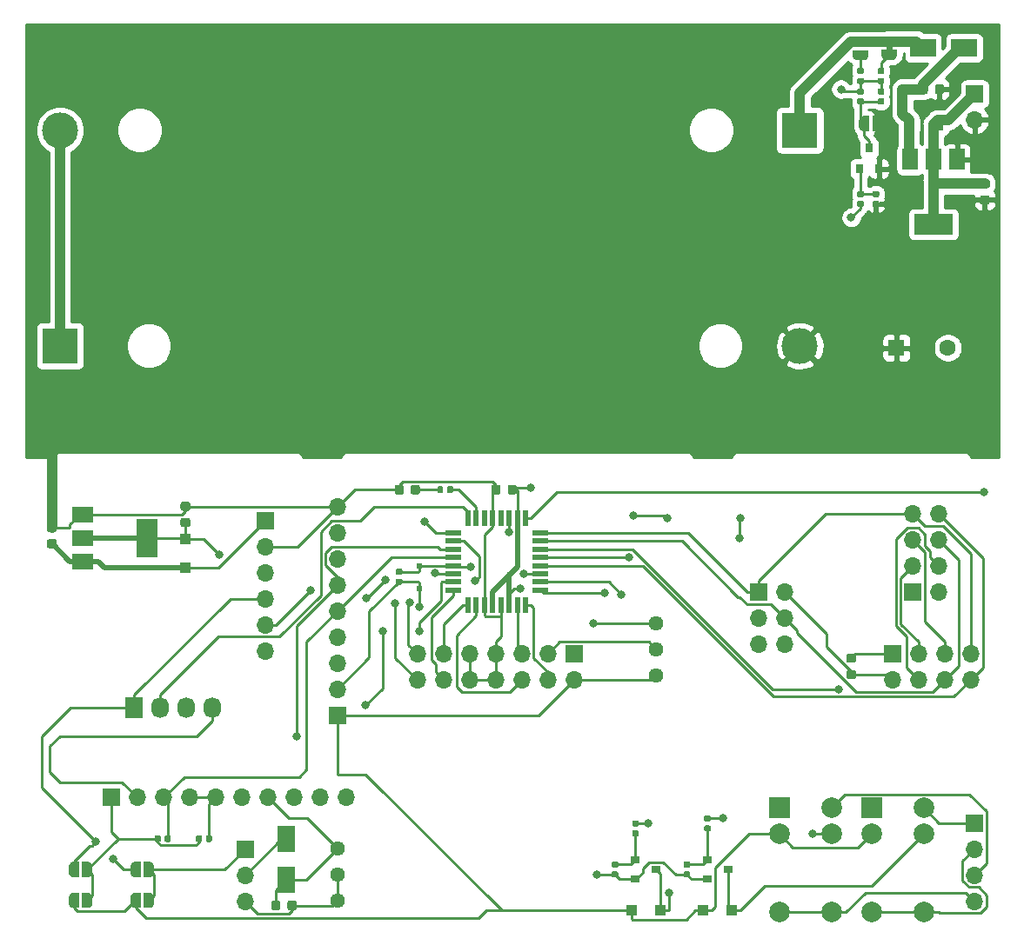
<source format=gbr>
G04 #@! TF.GenerationSoftware,KiCad,Pcbnew,5.1.5-1.fc30*
G04 #@! TF.CreationDate,2020-10-13T00:09:32+02:00*
G04 #@! TF.ProjectId,BeaconTemperature2,42656163-6f6e-4546-956d-706572617475,rev?*
G04 #@! TF.SameCoordinates,Original*
G04 #@! TF.FileFunction,Copper,L1,Top*
G04 #@! TF.FilePolarity,Positive*
%FSLAX46Y46*%
G04 Gerber Fmt 4.6, Leading zero omitted, Abs format (unit mm)*
G04 Created by KiCad (PCBNEW 5.1.5-1.fc30) date 2020-10-13 00:09:32*
%MOMM*%
%LPD*%
G04 APERTURE LIST*
%ADD10C,0.100000*%
%ADD11O,1.700000X1.700000*%
%ADD12R,1.700000X1.700000*%
%ADD13C,1.440000*%
%ADD14R,3.500000X3.500000*%
%ADD15C,3.500000*%
%ADD16C,1.600000*%
%ADD17R,1.600000X1.600000*%
%ADD18R,1.500000X2.000000*%
%ADD19R,3.800000X2.000000*%
%ADD20C,2.000000*%
%ADD21R,2.000000X2.000000*%
%ADD22R,0.900000X0.800000*%
%ADD23R,1.100000X1.100000*%
%ADD24R,1.800000X2.500000*%
%ADD25O,1.727200X2.032000*%
%ADD26R,1.727200X2.032000*%
%ADD27R,0.800000X0.900000*%
%ADD28R,2.500000X1.800000*%
%ADD29R,1.600000X0.550000*%
%ADD30R,0.550000X1.600000*%
%ADD31R,2.000000X1.500000*%
%ADD32R,2.000000X3.800000*%
%ADD33R,0.500000X0.500000*%
%ADD34C,0.800000*%
%ADD35C,1.000000*%
%ADD36C,0.250000*%
%ADD37C,0.500000*%
%ADD38C,0.254000*%
G04 APERTURE END LIST*
D10*
G36*
X112000000Y-25250000D02*
G01*
X112000000Y-24750000D01*
X111400000Y-24750000D01*
X111400000Y-25250000D01*
X112000000Y-25250000D01*
G37*
G04 #@! TA.AperFunction,SMDPad,CuDef*
G36*
X53815191Y-108026053D02*
G01*
X53836426Y-108029203D01*
X53857250Y-108034419D01*
X53877462Y-108041651D01*
X53896868Y-108050830D01*
X53915281Y-108061866D01*
X53932524Y-108074654D01*
X53948430Y-108089070D01*
X53962846Y-108104976D01*
X53975634Y-108122219D01*
X53986670Y-108140632D01*
X53995849Y-108160038D01*
X54003081Y-108180250D01*
X54008297Y-108201074D01*
X54011447Y-108222309D01*
X54012500Y-108243750D01*
X54012500Y-108756250D01*
X54011447Y-108777691D01*
X54008297Y-108798926D01*
X54003081Y-108819750D01*
X53995849Y-108839962D01*
X53986670Y-108859368D01*
X53975634Y-108877781D01*
X53962846Y-108895024D01*
X53948430Y-108910930D01*
X53932524Y-108925346D01*
X53915281Y-108938134D01*
X53896868Y-108949170D01*
X53877462Y-108958349D01*
X53857250Y-108965581D01*
X53836426Y-108970797D01*
X53815191Y-108973947D01*
X53793750Y-108975000D01*
X53356250Y-108975000D01*
X53334809Y-108973947D01*
X53313574Y-108970797D01*
X53292750Y-108965581D01*
X53272538Y-108958349D01*
X53253132Y-108949170D01*
X53234719Y-108938134D01*
X53217476Y-108925346D01*
X53201570Y-108910930D01*
X53187154Y-108895024D01*
X53174366Y-108877781D01*
X53163330Y-108859368D01*
X53154151Y-108839962D01*
X53146919Y-108819750D01*
X53141703Y-108798926D01*
X53138553Y-108777691D01*
X53137500Y-108756250D01*
X53137500Y-108243750D01*
X53138553Y-108222309D01*
X53141703Y-108201074D01*
X53146919Y-108180250D01*
X53154151Y-108160038D01*
X53163330Y-108140632D01*
X53174366Y-108122219D01*
X53187154Y-108104976D01*
X53201570Y-108089070D01*
X53217476Y-108074654D01*
X53234719Y-108061866D01*
X53253132Y-108050830D01*
X53272538Y-108041651D01*
X53292750Y-108034419D01*
X53313574Y-108029203D01*
X53334809Y-108026053D01*
X53356250Y-108025000D01*
X53793750Y-108025000D01*
X53815191Y-108026053D01*
G37*
G04 #@! TD.AperFunction*
G04 #@! TA.AperFunction,SMDPad,CuDef*
G36*
X52240191Y-108026053D02*
G01*
X52261426Y-108029203D01*
X52282250Y-108034419D01*
X52302462Y-108041651D01*
X52321868Y-108050830D01*
X52340281Y-108061866D01*
X52357524Y-108074654D01*
X52373430Y-108089070D01*
X52387846Y-108104976D01*
X52400634Y-108122219D01*
X52411670Y-108140632D01*
X52420849Y-108160038D01*
X52428081Y-108180250D01*
X52433297Y-108201074D01*
X52436447Y-108222309D01*
X52437500Y-108243750D01*
X52437500Y-108756250D01*
X52436447Y-108777691D01*
X52433297Y-108798926D01*
X52428081Y-108819750D01*
X52420849Y-108839962D01*
X52411670Y-108859368D01*
X52400634Y-108877781D01*
X52387846Y-108895024D01*
X52373430Y-108910930D01*
X52357524Y-108925346D01*
X52340281Y-108938134D01*
X52321868Y-108949170D01*
X52302462Y-108958349D01*
X52282250Y-108965581D01*
X52261426Y-108970797D01*
X52240191Y-108973947D01*
X52218750Y-108975000D01*
X51781250Y-108975000D01*
X51759809Y-108973947D01*
X51738574Y-108970797D01*
X51717750Y-108965581D01*
X51697538Y-108958349D01*
X51678132Y-108949170D01*
X51659719Y-108938134D01*
X51642476Y-108925346D01*
X51626570Y-108910930D01*
X51612154Y-108895024D01*
X51599366Y-108877781D01*
X51588330Y-108859368D01*
X51579151Y-108839962D01*
X51571919Y-108819750D01*
X51566703Y-108798926D01*
X51563553Y-108777691D01*
X51562500Y-108756250D01*
X51562500Y-108243750D01*
X51563553Y-108222309D01*
X51566703Y-108201074D01*
X51571919Y-108180250D01*
X51579151Y-108160038D01*
X51588330Y-108140632D01*
X51599366Y-108122219D01*
X51612154Y-108104976D01*
X51626570Y-108089070D01*
X51642476Y-108074654D01*
X51659719Y-108061866D01*
X51678132Y-108050830D01*
X51697538Y-108041651D01*
X51717750Y-108034419D01*
X51738574Y-108029203D01*
X51759809Y-108026053D01*
X51781250Y-108025000D01*
X52218750Y-108025000D01*
X52240191Y-108026053D01*
G37*
G04 #@! TD.AperFunction*
D11*
X58860000Y-98000000D03*
X56320000Y-98000000D03*
X53780000Y-98000000D03*
X51240000Y-98000000D03*
X48700000Y-98000000D03*
X46160000Y-98000000D03*
X43620000Y-98000000D03*
X41080000Y-98000000D03*
X38540000Y-98000000D03*
D12*
X36000000Y-98000000D03*
G04 #@! TA.AperFunction,SMDPad,CuDef*
D10*
G36*
X69131958Y-67680710D02*
G01*
X69146276Y-67682834D01*
X69160317Y-67686351D01*
X69173946Y-67691228D01*
X69187031Y-67697417D01*
X69199447Y-67704858D01*
X69211073Y-67713481D01*
X69221798Y-67723202D01*
X69231519Y-67733927D01*
X69240142Y-67745553D01*
X69247583Y-67757969D01*
X69253772Y-67771054D01*
X69258649Y-67784683D01*
X69262166Y-67798724D01*
X69264290Y-67813042D01*
X69265000Y-67827500D01*
X69265000Y-68172500D01*
X69264290Y-68186958D01*
X69262166Y-68201276D01*
X69258649Y-68215317D01*
X69253772Y-68228946D01*
X69247583Y-68242031D01*
X69240142Y-68254447D01*
X69231519Y-68266073D01*
X69221798Y-68276798D01*
X69211073Y-68286519D01*
X69199447Y-68295142D01*
X69187031Y-68302583D01*
X69173946Y-68308772D01*
X69160317Y-68313649D01*
X69146276Y-68317166D01*
X69131958Y-68319290D01*
X69117500Y-68320000D01*
X68822500Y-68320000D01*
X68808042Y-68319290D01*
X68793724Y-68317166D01*
X68779683Y-68313649D01*
X68766054Y-68308772D01*
X68752969Y-68302583D01*
X68740553Y-68295142D01*
X68728927Y-68286519D01*
X68718202Y-68276798D01*
X68708481Y-68266073D01*
X68699858Y-68254447D01*
X68692417Y-68242031D01*
X68686228Y-68228946D01*
X68681351Y-68215317D01*
X68677834Y-68201276D01*
X68675710Y-68186958D01*
X68675000Y-68172500D01*
X68675000Y-67827500D01*
X68675710Y-67813042D01*
X68677834Y-67798724D01*
X68681351Y-67784683D01*
X68686228Y-67771054D01*
X68692417Y-67757969D01*
X68699858Y-67745553D01*
X68708481Y-67733927D01*
X68718202Y-67723202D01*
X68728927Y-67713481D01*
X68740553Y-67704858D01*
X68752969Y-67697417D01*
X68766054Y-67691228D01*
X68779683Y-67686351D01*
X68793724Y-67682834D01*
X68808042Y-67680710D01*
X68822500Y-67680000D01*
X69117500Y-67680000D01*
X69131958Y-67680710D01*
G37*
G04 #@! TD.AperFunction*
G04 #@! TA.AperFunction,SMDPad,CuDef*
G36*
X68161958Y-67680710D02*
G01*
X68176276Y-67682834D01*
X68190317Y-67686351D01*
X68203946Y-67691228D01*
X68217031Y-67697417D01*
X68229447Y-67704858D01*
X68241073Y-67713481D01*
X68251798Y-67723202D01*
X68261519Y-67733927D01*
X68270142Y-67745553D01*
X68277583Y-67757969D01*
X68283772Y-67771054D01*
X68288649Y-67784683D01*
X68292166Y-67798724D01*
X68294290Y-67813042D01*
X68295000Y-67827500D01*
X68295000Y-68172500D01*
X68294290Y-68186958D01*
X68292166Y-68201276D01*
X68288649Y-68215317D01*
X68283772Y-68228946D01*
X68277583Y-68242031D01*
X68270142Y-68254447D01*
X68261519Y-68266073D01*
X68251798Y-68276798D01*
X68241073Y-68286519D01*
X68229447Y-68295142D01*
X68217031Y-68302583D01*
X68203946Y-68308772D01*
X68190317Y-68313649D01*
X68176276Y-68317166D01*
X68161958Y-68319290D01*
X68147500Y-68320000D01*
X67852500Y-68320000D01*
X67838042Y-68319290D01*
X67823724Y-68317166D01*
X67809683Y-68313649D01*
X67796054Y-68308772D01*
X67782969Y-68302583D01*
X67770553Y-68295142D01*
X67758927Y-68286519D01*
X67748202Y-68276798D01*
X67738481Y-68266073D01*
X67729858Y-68254447D01*
X67722417Y-68242031D01*
X67716228Y-68228946D01*
X67711351Y-68215317D01*
X67707834Y-68201276D01*
X67705710Y-68186958D01*
X67705000Y-68172500D01*
X67705000Y-67827500D01*
X67705710Y-67813042D01*
X67707834Y-67798724D01*
X67711351Y-67784683D01*
X67716228Y-67771054D01*
X67722417Y-67757969D01*
X67729858Y-67745553D01*
X67738481Y-67733927D01*
X67748202Y-67723202D01*
X67758927Y-67713481D01*
X67770553Y-67704858D01*
X67782969Y-67697417D01*
X67796054Y-67691228D01*
X67809683Y-67686351D01*
X67823724Y-67682834D01*
X67838042Y-67680710D01*
X67852500Y-67680000D01*
X68147500Y-67680000D01*
X68161958Y-67680710D01*
G37*
G04 #@! TD.AperFunction*
G04 #@! TA.AperFunction,SMDPad,CuDef*
G36*
X65815191Y-67526053D02*
G01*
X65836426Y-67529203D01*
X65857250Y-67534419D01*
X65877462Y-67541651D01*
X65896868Y-67550830D01*
X65915281Y-67561866D01*
X65932524Y-67574654D01*
X65948430Y-67589070D01*
X65962846Y-67604976D01*
X65975634Y-67622219D01*
X65986670Y-67640632D01*
X65995849Y-67660038D01*
X66003081Y-67680250D01*
X66008297Y-67701074D01*
X66011447Y-67722309D01*
X66012500Y-67743750D01*
X66012500Y-68256250D01*
X66011447Y-68277691D01*
X66008297Y-68298926D01*
X66003081Y-68319750D01*
X65995849Y-68339962D01*
X65986670Y-68359368D01*
X65975634Y-68377781D01*
X65962846Y-68395024D01*
X65948430Y-68410930D01*
X65932524Y-68425346D01*
X65915281Y-68438134D01*
X65896868Y-68449170D01*
X65877462Y-68458349D01*
X65857250Y-68465581D01*
X65836426Y-68470797D01*
X65815191Y-68473947D01*
X65793750Y-68475000D01*
X65356250Y-68475000D01*
X65334809Y-68473947D01*
X65313574Y-68470797D01*
X65292750Y-68465581D01*
X65272538Y-68458349D01*
X65253132Y-68449170D01*
X65234719Y-68438134D01*
X65217476Y-68425346D01*
X65201570Y-68410930D01*
X65187154Y-68395024D01*
X65174366Y-68377781D01*
X65163330Y-68359368D01*
X65154151Y-68339962D01*
X65146919Y-68319750D01*
X65141703Y-68298926D01*
X65138553Y-68277691D01*
X65137500Y-68256250D01*
X65137500Y-67743750D01*
X65138553Y-67722309D01*
X65141703Y-67701074D01*
X65146919Y-67680250D01*
X65154151Y-67660038D01*
X65163330Y-67640632D01*
X65174366Y-67622219D01*
X65187154Y-67604976D01*
X65201570Y-67589070D01*
X65217476Y-67574654D01*
X65234719Y-67561866D01*
X65253132Y-67550830D01*
X65272538Y-67541651D01*
X65292750Y-67534419D01*
X65313574Y-67529203D01*
X65334809Y-67526053D01*
X65356250Y-67525000D01*
X65793750Y-67525000D01*
X65815191Y-67526053D01*
G37*
G04 #@! TD.AperFunction*
G04 #@! TA.AperFunction,SMDPad,CuDef*
G36*
X64240191Y-67526053D02*
G01*
X64261426Y-67529203D01*
X64282250Y-67534419D01*
X64302462Y-67541651D01*
X64321868Y-67550830D01*
X64340281Y-67561866D01*
X64357524Y-67574654D01*
X64373430Y-67589070D01*
X64387846Y-67604976D01*
X64400634Y-67622219D01*
X64411670Y-67640632D01*
X64420849Y-67660038D01*
X64428081Y-67680250D01*
X64433297Y-67701074D01*
X64436447Y-67722309D01*
X64437500Y-67743750D01*
X64437500Y-68256250D01*
X64436447Y-68277691D01*
X64433297Y-68298926D01*
X64428081Y-68319750D01*
X64420849Y-68339962D01*
X64411670Y-68359368D01*
X64400634Y-68377781D01*
X64387846Y-68395024D01*
X64373430Y-68410930D01*
X64357524Y-68425346D01*
X64340281Y-68438134D01*
X64321868Y-68449170D01*
X64302462Y-68458349D01*
X64282250Y-68465581D01*
X64261426Y-68470797D01*
X64240191Y-68473947D01*
X64218750Y-68475000D01*
X63781250Y-68475000D01*
X63759809Y-68473947D01*
X63738574Y-68470797D01*
X63717750Y-68465581D01*
X63697538Y-68458349D01*
X63678132Y-68449170D01*
X63659719Y-68438134D01*
X63642476Y-68425346D01*
X63626570Y-68410930D01*
X63612154Y-68395024D01*
X63599366Y-68377781D01*
X63588330Y-68359368D01*
X63579151Y-68339962D01*
X63571919Y-68319750D01*
X63566703Y-68298926D01*
X63563553Y-68277691D01*
X63562500Y-68256250D01*
X63562500Y-67743750D01*
X63563553Y-67722309D01*
X63566703Y-67701074D01*
X63571919Y-67680250D01*
X63579151Y-67660038D01*
X63588330Y-67640632D01*
X63599366Y-67622219D01*
X63612154Y-67604976D01*
X63626570Y-67589070D01*
X63642476Y-67574654D01*
X63659719Y-67561866D01*
X63678132Y-67550830D01*
X63697538Y-67541651D01*
X63717750Y-67534419D01*
X63738574Y-67529203D01*
X63759809Y-67526053D01*
X63781250Y-67525000D01*
X64218750Y-67525000D01*
X64240191Y-67526053D01*
G37*
G04 #@! TD.AperFunction*
D13*
X89000000Y-86080000D03*
X89000000Y-83540000D03*
X89000000Y-81000000D03*
D11*
X58000000Y-69680000D03*
X58000000Y-72220000D03*
X58000000Y-74760000D03*
X58000000Y-77300000D03*
X58000000Y-79840000D03*
X58000000Y-82380000D03*
X58000000Y-84920000D03*
X58000000Y-87460000D03*
D12*
X58000000Y-90000000D03*
G04 #@! TA.AperFunction,SMDPad,CuDef*
D10*
G36*
X45646958Y-101680710D02*
G01*
X45661276Y-101682834D01*
X45675317Y-101686351D01*
X45688946Y-101691228D01*
X45702031Y-101697417D01*
X45714447Y-101704858D01*
X45726073Y-101713481D01*
X45736798Y-101723202D01*
X45746519Y-101733927D01*
X45755142Y-101745553D01*
X45762583Y-101757969D01*
X45768772Y-101771054D01*
X45773649Y-101784683D01*
X45777166Y-101798724D01*
X45779290Y-101813042D01*
X45780000Y-101827500D01*
X45780000Y-102172500D01*
X45779290Y-102186958D01*
X45777166Y-102201276D01*
X45773649Y-102215317D01*
X45768772Y-102228946D01*
X45762583Y-102242031D01*
X45755142Y-102254447D01*
X45746519Y-102266073D01*
X45736798Y-102276798D01*
X45726073Y-102286519D01*
X45714447Y-102295142D01*
X45702031Y-102302583D01*
X45688946Y-102308772D01*
X45675317Y-102313649D01*
X45661276Y-102317166D01*
X45646958Y-102319290D01*
X45632500Y-102320000D01*
X45337500Y-102320000D01*
X45323042Y-102319290D01*
X45308724Y-102317166D01*
X45294683Y-102313649D01*
X45281054Y-102308772D01*
X45267969Y-102302583D01*
X45255553Y-102295142D01*
X45243927Y-102286519D01*
X45233202Y-102276798D01*
X45223481Y-102266073D01*
X45214858Y-102254447D01*
X45207417Y-102242031D01*
X45201228Y-102228946D01*
X45196351Y-102215317D01*
X45192834Y-102201276D01*
X45190710Y-102186958D01*
X45190000Y-102172500D01*
X45190000Y-101827500D01*
X45190710Y-101813042D01*
X45192834Y-101798724D01*
X45196351Y-101784683D01*
X45201228Y-101771054D01*
X45207417Y-101757969D01*
X45214858Y-101745553D01*
X45223481Y-101733927D01*
X45233202Y-101723202D01*
X45243927Y-101713481D01*
X45255553Y-101704858D01*
X45267969Y-101697417D01*
X45281054Y-101691228D01*
X45294683Y-101686351D01*
X45308724Y-101682834D01*
X45323042Y-101680710D01*
X45337500Y-101680000D01*
X45632500Y-101680000D01*
X45646958Y-101680710D01*
G37*
G04 #@! TD.AperFunction*
G04 #@! TA.AperFunction,SMDPad,CuDef*
G36*
X44676958Y-101680710D02*
G01*
X44691276Y-101682834D01*
X44705317Y-101686351D01*
X44718946Y-101691228D01*
X44732031Y-101697417D01*
X44744447Y-101704858D01*
X44756073Y-101713481D01*
X44766798Y-101723202D01*
X44776519Y-101733927D01*
X44785142Y-101745553D01*
X44792583Y-101757969D01*
X44798772Y-101771054D01*
X44803649Y-101784683D01*
X44807166Y-101798724D01*
X44809290Y-101813042D01*
X44810000Y-101827500D01*
X44810000Y-102172500D01*
X44809290Y-102186958D01*
X44807166Y-102201276D01*
X44803649Y-102215317D01*
X44798772Y-102228946D01*
X44792583Y-102242031D01*
X44785142Y-102254447D01*
X44776519Y-102266073D01*
X44766798Y-102276798D01*
X44756073Y-102286519D01*
X44744447Y-102295142D01*
X44732031Y-102302583D01*
X44718946Y-102308772D01*
X44705317Y-102313649D01*
X44691276Y-102317166D01*
X44676958Y-102319290D01*
X44662500Y-102320000D01*
X44367500Y-102320000D01*
X44353042Y-102319290D01*
X44338724Y-102317166D01*
X44324683Y-102313649D01*
X44311054Y-102308772D01*
X44297969Y-102302583D01*
X44285553Y-102295142D01*
X44273927Y-102286519D01*
X44263202Y-102276798D01*
X44253481Y-102266073D01*
X44244858Y-102254447D01*
X44237417Y-102242031D01*
X44231228Y-102228946D01*
X44226351Y-102215317D01*
X44222834Y-102201276D01*
X44220710Y-102186958D01*
X44220000Y-102172500D01*
X44220000Y-101827500D01*
X44220710Y-101813042D01*
X44222834Y-101798724D01*
X44226351Y-101784683D01*
X44231228Y-101771054D01*
X44237417Y-101757969D01*
X44244858Y-101745553D01*
X44253481Y-101733927D01*
X44263202Y-101723202D01*
X44273927Y-101713481D01*
X44285553Y-101704858D01*
X44297969Y-101697417D01*
X44311054Y-101691228D01*
X44324683Y-101686351D01*
X44338724Y-101682834D01*
X44353042Y-101680710D01*
X44367500Y-101680000D01*
X44662500Y-101680000D01*
X44676958Y-101680710D01*
G37*
G04 #@! TD.AperFunction*
G04 #@! TA.AperFunction,SMDPad,CuDef*
G36*
X41646958Y-101680710D02*
G01*
X41661276Y-101682834D01*
X41675317Y-101686351D01*
X41688946Y-101691228D01*
X41702031Y-101697417D01*
X41714447Y-101704858D01*
X41726073Y-101713481D01*
X41736798Y-101723202D01*
X41746519Y-101733927D01*
X41755142Y-101745553D01*
X41762583Y-101757969D01*
X41768772Y-101771054D01*
X41773649Y-101784683D01*
X41777166Y-101798724D01*
X41779290Y-101813042D01*
X41780000Y-101827500D01*
X41780000Y-102172500D01*
X41779290Y-102186958D01*
X41777166Y-102201276D01*
X41773649Y-102215317D01*
X41768772Y-102228946D01*
X41762583Y-102242031D01*
X41755142Y-102254447D01*
X41746519Y-102266073D01*
X41736798Y-102276798D01*
X41726073Y-102286519D01*
X41714447Y-102295142D01*
X41702031Y-102302583D01*
X41688946Y-102308772D01*
X41675317Y-102313649D01*
X41661276Y-102317166D01*
X41646958Y-102319290D01*
X41632500Y-102320000D01*
X41337500Y-102320000D01*
X41323042Y-102319290D01*
X41308724Y-102317166D01*
X41294683Y-102313649D01*
X41281054Y-102308772D01*
X41267969Y-102302583D01*
X41255553Y-102295142D01*
X41243927Y-102286519D01*
X41233202Y-102276798D01*
X41223481Y-102266073D01*
X41214858Y-102254447D01*
X41207417Y-102242031D01*
X41201228Y-102228946D01*
X41196351Y-102215317D01*
X41192834Y-102201276D01*
X41190710Y-102186958D01*
X41190000Y-102172500D01*
X41190000Y-101827500D01*
X41190710Y-101813042D01*
X41192834Y-101798724D01*
X41196351Y-101784683D01*
X41201228Y-101771054D01*
X41207417Y-101757969D01*
X41214858Y-101745553D01*
X41223481Y-101733927D01*
X41233202Y-101723202D01*
X41243927Y-101713481D01*
X41255553Y-101704858D01*
X41267969Y-101697417D01*
X41281054Y-101691228D01*
X41294683Y-101686351D01*
X41308724Y-101682834D01*
X41323042Y-101680710D01*
X41337500Y-101680000D01*
X41632500Y-101680000D01*
X41646958Y-101680710D01*
G37*
G04 #@! TD.AperFunction*
G04 #@! TA.AperFunction,SMDPad,CuDef*
G36*
X40676958Y-101680710D02*
G01*
X40691276Y-101682834D01*
X40705317Y-101686351D01*
X40718946Y-101691228D01*
X40732031Y-101697417D01*
X40744447Y-101704858D01*
X40756073Y-101713481D01*
X40766798Y-101723202D01*
X40776519Y-101733927D01*
X40785142Y-101745553D01*
X40792583Y-101757969D01*
X40798772Y-101771054D01*
X40803649Y-101784683D01*
X40807166Y-101798724D01*
X40809290Y-101813042D01*
X40810000Y-101827500D01*
X40810000Y-102172500D01*
X40809290Y-102186958D01*
X40807166Y-102201276D01*
X40803649Y-102215317D01*
X40798772Y-102228946D01*
X40792583Y-102242031D01*
X40785142Y-102254447D01*
X40776519Y-102266073D01*
X40766798Y-102276798D01*
X40756073Y-102286519D01*
X40744447Y-102295142D01*
X40732031Y-102302583D01*
X40718946Y-102308772D01*
X40705317Y-102313649D01*
X40691276Y-102317166D01*
X40676958Y-102319290D01*
X40662500Y-102320000D01*
X40367500Y-102320000D01*
X40353042Y-102319290D01*
X40338724Y-102317166D01*
X40324683Y-102313649D01*
X40311054Y-102308772D01*
X40297969Y-102302583D01*
X40285553Y-102295142D01*
X40273927Y-102286519D01*
X40263202Y-102276798D01*
X40253481Y-102266073D01*
X40244858Y-102254447D01*
X40237417Y-102242031D01*
X40231228Y-102228946D01*
X40226351Y-102215317D01*
X40222834Y-102201276D01*
X40220710Y-102186958D01*
X40220000Y-102172500D01*
X40220000Y-101827500D01*
X40220710Y-101813042D01*
X40222834Y-101798724D01*
X40226351Y-101784683D01*
X40231228Y-101771054D01*
X40237417Y-101757969D01*
X40244858Y-101745553D01*
X40253481Y-101733927D01*
X40263202Y-101723202D01*
X40273927Y-101713481D01*
X40285553Y-101704858D01*
X40297969Y-101697417D01*
X40311054Y-101691228D01*
X40324683Y-101686351D01*
X40338724Y-101682834D01*
X40353042Y-101680710D01*
X40367500Y-101680000D01*
X40662500Y-101680000D01*
X40676958Y-101680710D01*
G37*
G04 #@! TD.AperFunction*
D11*
X116540000Y-70380000D03*
X114000000Y-70380000D03*
X116540000Y-72920000D03*
X114000000Y-72920000D03*
X116540000Y-75460000D03*
X114000000Y-75460000D03*
X116540000Y-78000000D03*
D12*
X114000000Y-78000000D03*
D14*
X31000000Y-54000000D03*
D15*
X103000000Y-54000000D03*
G04 #@! TA.AperFunction,SMDPad,CuDef*
D10*
G36*
X110950000Y-24850000D02*
G01*
X110950000Y-24350000D01*
X110950602Y-24350000D01*
X110950602Y-24325466D01*
X110955412Y-24276635D01*
X110964984Y-24228510D01*
X110979228Y-24181555D01*
X110998005Y-24136222D01*
X111021136Y-24092949D01*
X111048396Y-24052150D01*
X111079524Y-24014221D01*
X111114221Y-23979524D01*
X111152150Y-23948396D01*
X111192949Y-23921136D01*
X111236222Y-23898005D01*
X111281555Y-23879228D01*
X111328510Y-23864984D01*
X111376635Y-23855412D01*
X111425466Y-23850602D01*
X111450000Y-23850602D01*
X111450000Y-23850000D01*
X111950000Y-23850000D01*
X111950000Y-23850602D01*
X111974534Y-23850602D01*
X112023365Y-23855412D01*
X112071490Y-23864984D01*
X112118445Y-23879228D01*
X112163778Y-23898005D01*
X112207051Y-23921136D01*
X112247850Y-23948396D01*
X112285779Y-23979524D01*
X112320476Y-24014221D01*
X112351604Y-24052150D01*
X112378864Y-24092949D01*
X112401995Y-24136222D01*
X112420772Y-24181555D01*
X112435016Y-24228510D01*
X112444588Y-24276635D01*
X112449398Y-24325466D01*
X112449398Y-24350000D01*
X112450000Y-24350000D01*
X112450000Y-24850000D01*
X110950000Y-24850000D01*
G37*
G04 #@! TD.AperFunction*
G04 #@! TA.AperFunction,SMDPad,CuDef*
G36*
X112449398Y-25650000D02*
G01*
X112449398Y-25674534D01*
X112444588Y-25723365D01*
X112435016Y-25771490D01*
X112420772Y-25818445D01*
X112401995Y-25863778D01*
X112378864Y-25907051D01*
X112351604Y-25947850D01*
X112320476Y-25985779D01*
X112285779Y-26020476D01*
X112247850Y-26051604D01*
X112207051Y-26078864D01*
X112163778Y-26101995D01*
X112118445Y-26120772D01*
X112071490Y-26135016D01*
X112023365Y-26144588D01*
X111974534Y-26149398D01*
X111950000Y-26149398D01*
X111950000Y-26150000D01*
X111450000Y-26150000D01*
X111450000Y-26149398D01*
X111425466Y-26149398D01*
X111376635Y-26144588D01*
X111328510Y-26135016D01*
X111281555Y-26120772D01*
X111236222Y-26101995D01*
X111192949Y-26078864D01*
X111152150Y-26051604D01*
X111114221Y-26020476D01*
X111079524Y-25985779D01*
X111048396Y-25947850D01*
X111021136Y-25907051D01*
X110998005Y-25863778D01*
X110979228Y-25818445D01*
X110964984Y-25771490D01*
X110955412Y-25723365D01*
X110950602Y-25674534D01*
X110950602Y-25650000D01*
X110950000Y-25650000D01*
X110950000Y-25150000D01*
X112450000Y-25150000D01*
X112450000Y-25650000D01*
X112449398Y-25650000D01*
G37*
G04 #@! TD.AperFunction*
D11*
X120000000Y-32000000D03*
D12*
X120000000Y-29460000D03*
D16*
X117400000Y-54200000D03*
D17*
X112400000Y-54200000D03*
D18*
X118300000Y-35850000D03*
X113700000Y-35850000D03*
X116000000Y-35850000D03*
D19*
X116000000Y-42150000D03*
D20*
X110000000Y-109160000D03*
X115080000Y-109160000D03*
X110000000Y-101540000D03*
D21*
X110000000Y-99000000D03*
D20*
X115080000Y-101540000D03*
X115080000Y-99000000D03*
X101000000Y-109160000D03*
X106080000Y-109160000D03*
X101000000Y-101540000D03*
D21*
X101000000Y-99000000D03*
D20*
X106080000Y-101540000D03*
X106080000Y-99000000D03*
D11*
X120000000Y-108080000D03*
X120000000Y-105540000D03*
X120000000Y-103000000D03*
D12*
X120000000Y-100460000D03*
G04 #@! TA.AperFunction,SMDPad,CuDef*
D10*
G36*
X85186958Y-105190710D02*
G01*
X85201276Y-105192834D01*
X85215317Y-105196351D01*
X85228946Y-105201228D01*
X85242031Y-105207417D01*
X85254447Y-105214858D01*
X85266073Y-105223481D01*
X85276798Y-105233202D01*
X85286519Y-105243927D01*
X85295142Y-105255553D01*
X85302583Y-105267969D01*
X85308772Y-105281054D01*
X85313649Y-105294683D01*
X85317166Y-105308724D01*
X85319290Y-105323042D01*
X85320000Y-105337500D01*
X85320000Y-105632500D01*
X85319290Y-105646958D01*
X85317166Y-105661276D01*
X85313649Y-105675317D01*
X85308772Y-105688946D01*
X85302583Y-105702031D01*
X85295142Y-105714447D01*
X85286519Y-105726073D01*
X85276798Y-105736798D01*
X85266073Y-105746519D01*
X85254447Y-105755142D01*
X85242031Y-105762583D01*
X85228946Y-105768772D01*
X85215317Y-105773649D01*
X85201276Y-105777166D01*
X85186958Y-105779290D01*
X85172500Y-105780000D01*
X84827500Y-105780000D01*
X84813042Y-105779290D01*
X84798724Y-105777166D01*
X84784683Y-105773649D01*
X84771054Y-105768772D01*
X84757969Y-105762583D01*
X84745553Y-105755142D01*
X84733927Y-105746519D01*
X84723202Y-105736798D01*
X84713481Y-105726073D01*
X84704858Y-105714447D01*
X84697417Y-105702031D01*
X84691228Y-105688946D01*
X84686351Y-105675317D01*
X84682834Y-105661276D01*
X84680710Y-105646958D01*
X84680000Y-105632500D01*
X84680000Y-105337500D01*
X84680710Y-105323042D01*
X84682834Y-105308724D01*
X84686351Y-105294683D01*
X84691228Y-105281054D01*
X84697417Y-105267969D01*
X84704858Y-105255553D01*
X84713481Y-105243927D01*
X84723202Y-105233202D01*
X84733927Y-105223481D01*
X84745553Y-105214858D01*
X84757969Y-105207417D01*
X84771054Y-105201228D01*
X84784683Y-105196351D01*
X84798724Y-105192834D01*
X84813042Y-105190710D01*
X84827500Y-105190000D01*
X85172500Y-105190000D01*
X85186958Y-105190710D01*
G37*
G04 #@! TD.AperFunction*
G04 #@! TA.AperFunction,SMDPad,CuDef*
G36*
X85186958Y-104220710D02*
G01*
X85201276Y-104222834D01*
X85215317Y-104226351D01*
X85228946Y-104231228D01*
X85242031Y-104237417D01*
X85254447Y-104244858D01*
X85266073Y-104253481D01*
X85276798Y-104263202D01*
X85286519Y-104273927D01*
X85295142Y-104285553D01*
X85302583Y-104297969D01*
X85308772Y-104311054D01*
X85313649Y-104324683D01*
X85317166Y-104338724D01*
X85319290Y-104353042D01*
X85320000Y-104367500D01*
X85320000Y-104662500D01*
X85319290Y-104676958D01*
X85317166Y-104691276D01*
X85313649Y-104705317D01*
X85308772Y-104718946D01*
X85302583Y-104732031D01*
X85295142Y-104744447D01*
X85286519Y-104756073D01*
X85276798Y-104766798D01*
X85266073Y-104776519D01*
X85254447Y-104785142D01*
X85242031Y-104792583D01*
X85228946Y-104798772D01*
X85215317Y-104803649D01*
X85201276Y-104807166D01*
X85186958Y-104809290D01*
X85172500Y-104810000D01*
X84827500Y-104810000D01*
X84813042Y-104809290D01*
X84798724Y-104807166D01*
X84784683Y-104803649D01*
X84771054Y-104798772D01*
X84757969Y-104792583D01*
X84745553Y-104785142D01*
X84733927Y-104776519D01*
X84723202Y-104766798D01*
X84713481Y-104756073D01*
X84704858Y-104744447D01*
X84697417Y-104732031D01*
X84691228Y-104718946D01*
X84686351Y-104705317D01*
X84682834Y-104691276D01*
X84680710Y-104676958D01*
X84680000Y-104662500D01*
X84680000Y-104367500D01*
X84680710Y-104353042D01*
X84682834Y-104338724D01*
X84686351Y-104324683D01*
X84691228Y-104311054D01*
X84697417Y-104297969D01*
X84704858Y-104285553D01*
X84713481Y-104273927D01*
X84723202Y-104263202D01*
X84733927Y-104253481D01*
X84745553Y-104244858D01*
X84757969Y-104237417D01*
X84771054Y-104231228D01*
X84784683Y-104226351D01*
X84798724Y-104222834D01*
X84813042Y-104220710D01*
X84827500Y-104220000D01*
X85172500Y-104220000D01*
X85186958Y-104220710D01*
G37*
G04 #@! TD.AperFunction*
G04 #@! TA.AperFunction,SMDPad,CuDef*
G36*
X92186958Y-105190710D02*
G01*
X92201276Y-105192834D01*
X92215317Y-105196351D01*
X92228946Y-105201228D01*
X92242031Y-105207417D01*
X92254447Y-105214858D01*
X92266073Y-105223481D01*
X92276798Y-105233202D01*
X92286519Y-105243927D01*
X92295142Y-105255553D01*
X92302583Y-105267969D01*
X92308772Y-105281054D01*
X92313649Y-105294683D01*
X92317166Y-105308724D01*
X92319290Y-105323042D01*
X92320000Y-105337500D01*
X92320000Y-105632500D01*
X92319290Y-105646958D01*
X92317166Y-105661276D01*
X92313649Y-105675317D01*
X92308772Y-105688946D01*
X92302583Y-105702031D01*
X92295142Y-105714447D01*
X92286519Y-105726073D01*
X92276798Y-105736798D01*
X92266073Y-105746519D01*
X92254447Y-105755142D01*
X92242031Y-105762583D01*
X92228946Y-105768772D01*
X92215317Y-105773649D01*
X92201276Y-105777166D01*
X92186958Y-105779290D01*
X92172500Y-105780000D01*
X91827500Y-105780000D01*
X91813042Y-105779290D01*
X91798724Y-105777166D01*
X91784683Y-105773649D01*
X91771054Y-105768772D01*
X91757969Y-105762583D01*
X91745553Y-105755142D01*
X91733927Y-105746519D01*
X91723202Y-105736798D01*
X91713481Y-105726073D01*
X91704858Y-105714447D01*
X91697417Y-105702031D01*
X91691228Y-105688946D01*
X91686351Y-105675317D01*
X91682834Y-105661276D01*
X91680710Y-105646958D01*
X91680000Y-105632500D01*
X91680000Y-105337500D01*
X91680710Y-105323042D01*
X91682834Y-105308724D01*
X91686351Y-105294683D01*
X91691228Y-105281054D01*
X91697417Y-105267969D01*
X91704858Y-105255553D01*
X91713481Y-105243927D01*
X91723202Y-105233202D01*
X91733927Y-105223481D01*
X91745553Y-105214858D01*
X91757969Y-105207417D01*
X91771054Y-105201228D01*
X91784683Y-105196351D01*
X91798724Y-105192834D01*
X91813042Y-105190710D01*
X91827500Y-105190000D01*
X92172500Y-105190000D01*
X92186958Y-105190710D01*
G37*
G04 #@! TD.AperFunction*
G04 #@! TA.AperFunction,SMDPad,CuDef*
G36*
X92186958Y-104220710D02*
G01*
X92201276Y-104222834D01*
X92215317Y-104226351D01*
X92228946Y-104231228D01*
X92242031Y-104237417D01*
X92254447Y-104244858D01*
X92266073Y-104253481D01*
X92276798Y-104263202D01*
X92286519Y-104273927D01*
X92295142Y-104285553D01*
X92302583Y-104297969D01*
X92308772Y-104311054D01*
X92313649Y-104324683D01*
X92317166Y-104338724D01*
X92319290Y-104353042D01*
X92320000Y-104367500D01*
X92320000Y-104662500D01*
X92319290Y-104676958D01*
X92317166Y-104691276D01*
X92313649Y-104705317D01*
X92308772Y-104718946D01*
X92302583Y-104732031D01*
X92295142Y-104744447D01*
X92286519Y-104756073D01*
X92276798Y-104766798D01*
X92266073Y-104776519D01*
X92254447Y-104785142D01*
X92242031Y-104792583D01*
X92228946Y-104798772D01*
X92215317Y-104803649D01*
X92201276Y-104807166D01*
X92186958Y-104809290D01*
X92172500Y-104810000D01*
X91827500Y-104810000D01*
X91813042Y-104809290D01*
X91798724Y-104807166D01*
X91784683Y-104803649D01*
X91771054Y-104798772D01*
X91757969Y-104792583D01*
X91745553Y-104785142D01*
X91733927Y-104776519D01*
X91723202Y-104766798D01*
X91713481Y-104756073D01*
X91704858Y-104744447D01*
X91697417Y-104732031D01*
X91691228Y-104718946D01*
X91686351Y-104705317D01*
X91682834Y-104691276D01*
X91680710Y-104676958D01*
X91680000Y-104662500D01*
X91680000Y-104367500D01*
X91680710Y-104353042D01*
X91682834Y-104338724D01*
X91686351Y-104324683D01*
X91691228Y-104311054D01*
X91697417Y-104297969D01*
X91704858Y-104285553D01*
X91713481Y-104273927D01*
X91723202Y-104263202D01*
X91733927Y-104253481D01*
X91745553Y-104244858D01*
X91757969Y-104237417D01*
X91771054Y-104231228D01*
X91784683Y-104226351D01*
X91798724Y-104222834D01*
X91813042Y-104220710D01*
X91827500Y-104220000D01*
X92172500Y-104220000D01*
X92186958Y-104220710D01*
G37*
G04 #@! TD.AperFunction*
G04 #@! TA.AperFunction,SMDPad,CuDef*
G36*
X87186958Y-101190710D02*
G01*
X87201276Y-101192834D01*
X87215317Y-101196351D01*
X87228946Y-101201228D01*
X87242031Y-101207417D01*
X87254447Y-101214858D01*
X87266073Y-101223481D01*
X87276798Y-101233202D01*
X87286519Y-101243927D01*
X87295142Y-101255553D01*
X87302583Y-101267969D01*
X87308772Y-101281054D01*
X87313649Y-101294683D01*
X87317166Y-101308724D01*
X87319290Y-101323042D01*
X87320000Y-101337500D01*
X87320000Y-101632500D01*
X87319290Y-101646958D01*
X87317166Y-101661276D01*
X87313649Y-101675317D01*
X87308772Y-101688946D01*
X87302583Y-101702031D01*
X87295142Y-101714447D01*
X87286519Y-101726073D01*
X87276798Y-101736798D01*
X87266073Y-101746519D01*
X87254447Y-101755142D01*
X87242031Y-101762583D01*
X87228946Y-101768772D01*
X87215317Y-101773649D01*
X87201276Y-101777166D01*
X87186958Y-101779290D01*
X87172500Y-101780000D01*
X86827500Y-101780000D01*
X86813042Y-101779290D01*
X86798724Y-101777166D01*
X86784683Y-101773649D01*
X86771054Y-101768772D01*
X86757969Y-101762583D01*
X86745553Y-101755142D01*
X86733927Y-101746519D01*
X86723202Y-101736798D01*
X86713481Y-101726073D01*
X86704858Y-101714447D01*
X86697417Y-101702031D01*
X86691228Y-101688946D01*
X86686351Y-101675317D01*
X86682834Y-101661276D01*
X86680710Y-101646958D01*
X86680000Y-101632500D01*
X86680000Y-101337500D01*
X86680710Y-101323042D01*
X86682834Y-101308724D01*
X86686351Y-101294683D01*
X86691228Y-101281054D01*
X86697417Y-101267969D01*
X86704858Y-101255553D01*
X86713481Y-101243927D01*
X86723202Y-101233202D01*
X86733927Y-101223481D01*
X86745553Y-101214858D01*
X86757969Y-101207417D01*
X86771054Y-101201228D01*
X86784683Y-101196351D01*
X86798724Y-101192834D01*
X86813042Y-101190710D01*
X86827500Y-101190000D01*
X87172500Y-101190000D01*
X87186958Y-101190710D01*
G37*
G04 #@! TD.AperFunction*
G04 #@! TA.AperFunction,SMDPad,CuDef*
G36*
X87186958Y-100220710D02*
G01*
X87201276Y-100222834D01*
X87215317Y-100226351D01*
X87228946Y-100231228D01*
X87242031Y-100237417D01*
X87254447Y-100244858D01*
X87266073Y-100253481D01*
X87276798Y-100263202D01*
X87286519Y-100273927D01*
X87295142Y-100285553D01*
X87302583Y-100297969D01*
X87308772Y-100311054D01*
X87313649Y-100324683D01*
X87317166Y-100338724D01*
X87319290Y-100353042D01*
X87320000Y-100367500D01*
X87320000Y-100662500D01*
X87319290Y-100676958D01*
X87317166Y-100691276D01*
X87313649Y-100705317D01*
X87308772Y-100718946D01*
X87302583Y-100732031D01*
X87295142Y-100744447D01*
X87286519Y-100756073D01*
X87276798Y-100766798D01*
X87266073Y-100776519D01*
X87254447Y-100785142D01*
X87242031Y-100792583D01*
X87228946Y-100798772D01*
X87215317Y-100803649D01*
X87201276Y-100807166D01*
X87186958Y-100809290D01*
X87172500Y-100810000D01*
X86827500Y-100810000D01*
X86813042Y-100809290D01*
X86798724Y-100807166D01*
X86784683Y-100803649D01*
X86771054Y-100798772D01*
X86757969Y-100792583D01*
X86745553Y-100785142D01*
X86733927Y-100776519D01*
X86723202Y-100766798D01*
X86713481Y-100756073D01*
X86704858Y-100744447D01*
X86697417Y-100732031D01*
X86691228Y-100718946D01*
X86686351Y-100705317D01*
X86682834Y-100691276D01*
X86680710Y-100676958D01*
X86680000Y-100662500D01*
X86680000Y-100367500D01*
X86680710Y-100353042D01*
X86682834Y-100338724D01*
X86686351Y-100324683D01*
X86691228Y-100311054D01*
X86697417Y-100297969D01*
X86704858Y-100285553D01*
X86713481Y-100273927D01*
X86723202Y-100263202D01*
X86733927Y-100253481D01*
X86745553Y-100244858D01*
X86757969Y-100237417D01*
X86771054Y-100231228D01*
X86784683Y-100226351D01*
X86798724Y-100222834D01*
X86813042Y-100220710D01*
X86827500Y-100220000D01*
X87172500Y-100220000D01*
X87186958Y-100220710D01*
G37*
G04 #@! TD.AperFunction*
G04 #@! TA.AperFunction,SMDPad,CuDef*
G36*
X94186958Y-100705710D02*
G01*
X94201276Y-100707834D01*
X94215317Y-100711351D01*
X94228946Y-100716228D01*
X94242031Y-100722417D01*
X94254447Y-100729858D01*
X94266073Y-100738481D01*
X94276798Y-100748202D01*
X94286519Y-100758927D01*
X94295142Y-100770553D01*
X94302583Y-100782969D01*
X94308772Y-100796054D01*
X94313649Y-100809683D01*
X94317166Y-100823724D01*
X94319290Y-100838042D01*
X94320000Y-100852500D01*
X94320000Y-101147500D01*
X94319290Y-101161958D01*
X94317166Y-101176276D01*
X94313649Y-101190317D01*
X94308772Y-101203946D01*
X94302583Y-101217031D01*
X94295142Y-101229447D01*
X94286519Y-101241073D01*
X94276798Y-101251798D01*
X94266073Y-101261519D01*
X94254447Y-101270142D01*
X94242031Y-101277583D01*
X94228946Y-101283772D01*
X94215317Y-101288649D01*
X94201276Y-101292166D01*
X94186958Y-101294290D01*
X94172500Y-101295000D01*
X93827500Y-101295000D01*
X93813042Y-101294290D01*
X93798724Y-101292166D01*
X93784683Y-101288649D01*
X93771054Y-101283772D01*
X93757969Y-101277583D01*
X93745553Y-101270142D01*
X93733927Y-101261519D01*
X93723202Y-101251798D01*
X93713481Y-101241073D01*
X93704858Y-101229447D01*
X93697417Y-101217031D01*
X93691228Y-101203946D01*
X93686351Y-101190317D01*
X93682834Y-101176276D01*
X93680710Y-101161958D01*
X93680000Y-101147500D01*
X93680000Y-100852500D01*
X93680710Y-100838042D01*
X93682834Y-100823724D01*
X93686351Y-100809683D01*
X93691228Y-100796054D01*
X93697417Y-100782969D01*
X93704858Y-100770553D01*
X93713481Y-100758927D01*
X93723202Y-100748202D01*
X93733927Y-100738481D01*
X93745553Y-100729858D01*
X93757969Y-100722417D01*
X93771054Y-100716228D01*
X93784683Y-100711351D01*
X93798724Y-100707834D01*
X93813042Y-100705710D01*
X93827500Y-100705000D01*
X94172500Y-100705000D01*
X94186958Y-100705710D01*
G37*
G04 #@! TD.AperFunction*
G04 #@! TA.AperFunction,SMDPad,CuDef*
G36*
X94186958Y-99735710D02*
G01*
X94201276Y-99737834D01*
X94215317Y-99741351D01*
X94228946Y-99746228D01*
X94242031Y-99752417D01*
X94254447Y-99759858D01*
X94266073Y-99768481D01*
X94276798Y-99778202D01*
X94286519Y-99788927D01*
X94295142Y-99800553D01*
X94302583Y-99812969D01*
X94308772Y-99826054D01*
X94313649Y-99839683D01*
X94317166Y-99853724D01*
X94319290Y-99868042D01*
X94320000Y-99882500D01*
X94320000Y-100177500D01*
X94319290Y-100191958D01*
X94317166Y-100206276D01*
X94313649Y-100220317D01*
X94308772Y-100233946D01*
X94302583Y-100247031D01*
X94295142Y-100259447D01*
X94286519Y-100271073D01*
X94276798Y-100281798D01*
X94266073Y-100291519D01*
X94254447Y-100300142D01*
X94242031Y-100307583D01*
X94228946Y-100313772D01*
X94215317Y-100318649D01*
X94201276Y-100322166D01*
X94186958Y-100324290D01*
X94172500Y-100325000D01*
X93827500Y-100325000D01*
X93813042Y-100324290D01*
X93798724Y-100322166D01*
X93784683Y-100318649D01*
X93771054Y-100313772D01*
X93757969Y-100307583D01*
X93745553Y-100300142D01*
X93733927Y-100291519D01*
X93723202Y-100281798D01*
X93713481Y-100271073D01*
X93704858Y-100259447D01*
X93697417Y-100247031D01*
X93691228Y-100233946D01*
X93686351Y-100220317D01*
X93682834Y-100206276D01*
X93680710Y-100191958D01*
X93680000Y-100177500D01*
X93680000Y-99882500D01*
X93680710Y-99868042D01*
X93682834Y-99853724D01*
X93686351Y-99839683D01*
X93691228Y-99826054D01*
X93697417Y-99812969D01*
X93704858Y-99800553D01*
X93713481Y-99788927D01*
X93723202Y-99778202D01*
X93733927Y-99768481D01*
X93745553Y-99759858D01*
X93757969Y-99752417D01*
X93771054Y-99746228D01*
X93784683Y-99741351D01*
X93798724Y-99737834D01*
X93813042Y-99735710D01*
X93827500Y-99735000D01*
X94172500Y-99735000D01*
X94186958Y-99735710D01*
G37*
G04 #@! TD.AperFunction*
D22*
X89000000Y-105000000D03*
X87000000Y-105950000D03*
X87000000Y-104050000D03*
X96000000Y-105000000D03*
X94000000Y-105950000D03*
X94000000Y-104050000D03*
D23*
X96400000Y-109000000D03*
X93600000Y-109000000D03*
X89400000Y-109000000D03*
X86600000Y-109000000D03*
D13*
X58000000Y-102920000D03*
X58000000Y-105460000D03*
X58000000Y-108000000D03*
D11*
X49000000Y-108080000D03*
X49000000Y-105540000D03*
D12*
X49000000Y-103000000D03*
D11*
X51000000Y-83700000D03*
X51000000Y-81160000D03*
X51000000Y-78620000D03*
X51000000Y-76080000D03*
X51000000Y-73540000D03*
D12*
X51000000Y-71000000D03*
G04 #@! TA.AperFunction,SMDPad,CuDef*
D10*
G36*
X39650000Y-104250602D02*
G01*
X39674534Y-104250602D01*
X39723365Y-104255412D01*
X39771490Y-104264984D01*
X39818445Y-104279228D01*
X39863778Y-104298005D01*
X39907051Y-104321136D01*
X39947850Y-104348396D01*
X39985779Y-104379524D01*
X40020476Y-104414221D01*
X40051604Y-104452150D01*
X40078864Y-104492949D01*
X40101995Y-104536222D01*
X40120772Y-104581555D01*
X40135016Y-104628510D01*
X40144588Y-104676635D01*
X40149398Y-104725466D01*
X40149398Y-104750000D01*
X40150000Y-104750000D01*
X40150000Y-105250000D01*
X40149398Y-105250000D01*
X40149398Y-105274534D01*
X40144588Y-105323365D01*
X40135016Y-105371490D01*
X40120772Y-105418445D01*
X40101995Y-105463778D01*
X40078864Y-105507051D01*
X40051604Y-105547850D01*
X40020476Y-105585779D01*
X39985779Y-105620476D01*
X39947850Y-105651604D01*
X39907051Y-105678864D01*
X39863778Y-105701995D01*
X39818445Y-105720772D01*
X39771490Y-105735016D01*
X39723365Y-105744588D01*
X39674534Y-105749398D01*
X39650000Y-105749398D01*
X39650000Y-105750000D01*
X39150000Y-105750000D01*
X39150000Y-104250000D01*
X39650000Y-104250000D01*
X39650000Y-104250602D01*
G37*
G04 #@! TD.AperFunction*
G04 #@! TA.AperFunction,SMDPad,CuDef*
G36*
X38850000Y-105750000D02*
G01*
X38350000Y-105750000D01*
X38350000Y-105749398D01*
X38325466Y-105749398D01*
X38276635Y-105744588D01*
X38228510Y-105735016D01*
X38181555Y-105720772D01*
X38136222Y-105701995D01*
X38092949Y-105678864D01*
X38052150Y-105651604D01*
X38014221Y-105620476D01*
X37979524Y-105585779D01*
X37948396Y-105547850D01*
X37921136Y-105507051D01*
X37898005Y-105463778D01*
X37879228Y-105418445D01*
X37864984Y-105371490D01*
X37855412Y-105323365D01*
X37850602Y-105274534D01*
X37850602Y-105250000D01*
X37850000Y-105250000D01*
X37850000Y-104750000D01*
X37850602Y-104750000D01*
X37850602Y-104725466D01*
X37855412Y-104676635D01*
X37864984Y-104628510D01*
X37879228Y-104581555D01*
X37898005Y-104536222D01*
X37921136Y-104492949D01*
X37948396Y-104452150D01*
X37979524Y-104414221D01*
X38014221Y-104379524D01*
X38052150Y-104348396D01*
X38092949Y-104321136D01*
X38136222Y-104298005D01*
X38181555Y-104279228D01*
X38228510Y-104264984D01*
X38276635Y-104255412D01*
X38325466Y-104250602D01*
X38350000Y-104250602D01*
X38350000Y-104250000D01*
X38850000Y-104250000D01*
X38850000Y-105750000D01*
G37*
G04 #@! TD.AperFunction*
G04 #@! TA.AperFunction,SMDPad,CuDef*
G36*
X39650000Y-107250602D02*
G01*
X39674534Y-107250602D01*
X39723365Y-107255412D01*
X39771490Y-107264984D01*
X39818445Y-107279228D01*
X39863778Y-107298005D01*
X39907051Y-107321136D01*
X39947850Y-107348396D01*
X39985779Y-107379524D01*
X40020476Y-107414221D01*
X40051604Y-107452150D01*
X40078864Y-107492949D01*
X40101995Y-107536222D01*
X40120772Y-107581555D01*
X40135016Y-107628510D01*
X40144588Y-107676635D01*
X40149398Y-107725466D01*
X40149398Y-107750000D01*
X40150000Y-107750000D01*
X40150000Y-108250000D01*
X40149398Y-108250000D01*
X40149398Y-108274534D01*
X40144588Y-108323365D01*
X40135016Y-108371490D01*
X40120772Y-108418445D01*
X40101995Y-108463778D01*
X40078864Y-108507051D01*
X40051604Y-108547850D01*
X40020476Y-108585779D01*
X39985779Y-108620476D01*
X39947850Y-108651604D01*
X39907051Y-108678864D01*
X39863778Y-108701995D01*
X39818445Y-108720772D01*
X39771490Y-108735016D01*
X39723365Y-108744588D01*
X39674534Y-108749398D01*
X39650000Y-108749398D01*
X39650000Y-108750000D01*
X39150000Y-108750000D01*
X39150000Y-107250000D01*
X39650000Y-107250000D01*
X39650000Y-107250602D01*
G37*
G04 #@! TD.AperFunction*
G04 #@! TA.AperFunction,SMDPad,CuDef*
G36*
X38850000Y-108750000D02*
G01*
X38350000Y-108750000D01*
X38350000Y-108749398D01*
X38325466Y-108749398D01*
X38276635Y-108744588D01*
X38228510Y-108735016D01*
X38181555Y-108720772D01*
X38136222Y-108701995D01*
X38092949Y-108678864D01*
X38052150Y-108651604D01*
X38014221Y-108620476D01*
X37979524Y-108585779D01*
X37948396Y-108547850D01*
X37921136Y-108507051D01*
X37898005Y-108463778D01*
X37879228Y-108418445D01*
X37864984Y-108371490D01*
X37855412Y-108323365D01*
X37850602Y-108274534D01*
X37850602Y-108250000D01*
X37850000Y-108250000D01*
X37850000Y-107750000D01*
X37850602Y-107750000D01*
X37850602Y-107725466D01*
X37855412Y-107676635D01*
X37864984Y-107628510D01*
X37879228Y-107581555D01*
X37898005Y-107536222D01*
X37921136Y-107492949D01*
X37948396Y-107452150D01*
X37979524Y-107414221D01*
X38014221Y-107379524D01*
X38052150Y-107348396D01*
X38092949Y-107321136D01*
X38136222Y-107298005D01*
X38181555Y-107279228D01*
X38228510Y-107264984D01*
X38276635Y-107255412D01*
X38325466Y-107250602D01*
X38350000Y-107250602D01*
X38350000Y-107250000D01*
X38850000Y-107250000D01*
X38850000Y-108750000D01*
G37*
G04 #@! TD.AperFunction*
G04 #@! TA.AperFunction,SMDPad,CuDef*
G36*
X33650000Y-104250602D02*
G01*
X33674534Y-104250602D01*
X33723365Y-104255412D01*
X33771490Y-104264984D01*
X33818445Y-104279228D01*
X33863778Y-104298005D01*
X33907051Y-104321136D01*
X33947850Y-104348396D01*
X33985779Y-104379524D01*
X34020476Y-104414221D01*
X34051604Y-104452150D01*
X34078864Y-104492949D01*
X34101995Y-104536222D01*
X34120772Y-104581555D01*
X34135016Y-104628510D01*
X34144588Y-104676635D01*
X34149398Y-104725466D01*
X34149398Y-104750000D01*
X34150000Y-104750000D01*
X34150000Y-105250000D01*
X34149398Y-105250000D01*
X34149398Y-105274534D01*
X34144588Y-105323365D01*
X34135016Y-105371490D01*
X34120772Y-105418445D01*
X34101995Y-105463778D01*
X34078864Y-105507051D01*
X34051604Y-105547850D01*
X34020476Y-105585779D01*
X33985779Y-105620476D01*
X33947850Y-105651604D01*
X33907051Y-105678864D01*
X33863778Y-105701995D01*
X33818445Y-105720772D01*
X33771490Y-105735016D01*
X33723365Y-105744588D01*
X33674534Y-105749398D01*
X33650000Y-105749398D01*
X33650000Y-105750000D01*
X33150000Y-105750000D01*
X33150000Y-104250000D01*
X33650000Y-104250000D01*
X33650000Y-104250602D01*
G37*
G04 #@! TD.AperFunction*
G04 #@! TA.AperFunction,SMDPad,CuDef*
G36*
X32850000Y-105750000D02*
G01*
X32350000Y-105750000D01*
X32350000Y-105749398D01*
X32325466Y-105749398D01*
X32276635Y-105744588D01*
X32228510Y-105735016D01*
X32181555Y-105720772D01*
X32136222Y-105701995D01*
X32092949Y-105678864D01*
X32052150Y-105651604D01*
X32014221Y-105620476D01*
X31979524Y-105585779D01*
X31948396Y-105547850D01*
X31921136Y-105507051D01*
X31898005Y-105463778D01*
X31879228Y-105418445D01*
X31864984Y-105371490D01*
X31855412Y-105323365D01*
X31850602Y-105274534D01*
X31850602Y-105250000D01*
X31850000Y-105250000D01*
X31850000Y-104750000D01*
X31850602Y-104750000D01*
X31850602Y-104725466D01*
X31855412Y-104676635D01*
X31864984Y-104628510D01*
X31879228Y-104581555D01*
X31898005Y-104536222D01*
X31921136Y-104492949D01*
X31948396Y-104452150D01*
X31979524Y-104414221D01*
X32014221Y-104379524D01*
X32052150Y-104348396D01*
X32092949Y-104321136D01*
X32136222Y-104298005D01*
X32181555Y-104279228D01*
X32228510Y-104264984D01*
X32276635Y-104255412D01*
X32325466Y-104250602D01*
X32350000Y-104250602D01*
X32350000Y-104250000D01*
X32850000Y-104250000D01*
X32850000Y-105750000D01*
G37*
G04 #@! TD.AperFunction*
G04 #@! TA.AperFunction,SMDPad,CuDef*
G36*
X33650000Y-107250602D02*
G01*
X33674534Y-107250602D01*
X33723365Y-107255412D01*
X33771490Y-107264984D01*
X33818445Y-107279228D01*
X33863778Y-107298005D01*
X33907051Y-107321136D01*
X33947850Y-107348396D01*
X33985779Y-107379524D01*
X34020476Y-107414221D01*
X34051604Y-107452150D01*
X34078864Y-107492949D01*
X34101995Y-107536222D01*
X34120772Y-107581555D01*
X34135016Y-107628510D01*
X34144588Y-107676635D01*
X34149398Y-107725466D01*
X34149398Y-107750000D01*
X34150000Y-107750000D01*
X34150000Y-108250000D01*
X34149398Y-108250000D01*
X34149398Y-108274534D01*
X34144588Y-108323365D01*
X34135016Y-108371490D01*
X34120772Y-108418445D01*
X34101995Y-108463778D01*
X34078864Y-108507051D01*
X34051604Y-108547850D01*
X34020476Y-108585779D01*
X33985779Y-108620476D01*
X33947850Y-108651604D01*
X33907051Y-108678864D01*
X33863778Y-108701995D01*
X33818445Y-108720772D01*
X33771490Y-108735016D01*
X33723365Y-108744588D01*
X33674534Y-108749398D01*
X33650000Y-108749398D01*
X33650000Y-108750000D01*
X33150000Y-108750000D01*
X33150000Y-107250000D01*
X33650000Y-107250000D01*
X33650000Y-107250602D01*
G37*
G04 #@! TD.AperFunction*
G04 #@! TA.AperFunction,SMDPad,CuDef*
G36*
X32850000Y-108750000D02*
G01*
X32350000Y-108750000D01*
X32350000Y-108749398D01*
X32325466Y-108749398D01*
X32276635Y-108744588D01*
X32228510Y-108735016D01*
X32181555Y-108720772D01*
X32136222Y-108701995D01*
X32092949Y-108678864D01*
X32052150Y-108651604D01*
X32014221Y-108620476D01*
X31979524Y-108585779D01*
X31948396Y-108547850D01*
X31921136Y-108507051D01*
X31898005Y-108463778D01*
X31879228Y-108418445D01*
X31864984Y-108371490D01*
X31855412Y-108323365D01*
X31850602Y-108274534D01*
X31850602Y-108250000D01*
X31850000Y-108250000D01*
X31850000Y-107750000D01*
X31850602Y-107750000D01*
X31850602Y-107725466D01*
X31855412Y-107676635D01*
X31864984Y-107628510D01*
X31879228Y-107581555D01*
X31898005Y-107536222D01*
X31921136Y-107492949D01*
X31948396Y-107452150D01*
X31979524Y-107414221D01*
X32014221Y-107379524D01*
X32052150Y-107348396D01*
X32092949Y-107321136D01*
X32136222Y-107298005D01*
X32181555Y-107279228D01*
X32228510Y-107264984D01*
X32276635Y-107255412D01*
X32325466Y-107250602D01*
X32350000Y-107250602D01*
X32350000Y-107250000D01*
X32850000Y-107250000D01*
X32850000Y-108750000D01*
G37*
G04 #@! TD.AperFunction*
D24*
X53000000Y-102000000D03*
X53000000Y-106000000D03*
D25*
X45810000Y-89250000D03*
X43270000Y-89250000D03*
X40730000Y-89250000D03*
D26*
X38190000Y-89250000D03*
D11*
X65760000Y-86540000D03*
X65760000Y-84000000D03*
X68300000Y-86540000D03*
X68300000Y-84000000D03*
X70840000Y-86540000D03*
X70840000Y-84000000D03*
X73380000Y-86540000D03*
X73380000Y-84000000D03*
X75920000Y-86540000D03*
X75920000Y-84000000D03*
X78460000Y-86540000D03*
X78460000Y-84000000D03*
X81000000Y-86540000D03*
D12*
X81000000Y-84000000D03*
D11*
X119620000Y-86540000D03*
X119620000Y-84000000D03*
X117080000Y-86540000D03*
X117080000Y-84000000D03*
X114540000Y-86540000D03*
X114540000Y-84000000D03*
X112000000Y-86540000D03*
D12*
X112000000Y-84000000D03*
G04 #@! TA.AperFunction,SMDPad,CuDef*
D10*
G36*
X110550000Y-31600602D02*
G01*
X110574534Y-31600602D01*
X110623365Y-31605412D01*
X110671490Y-31614984D01*
X110718445Y-31629228D01*
X110763778Y-31648005D01*
X110807051Y-31671136D01*
X110847850Y-31698396D01*
X110885779Y-31729524D01*
X110920476Y-31764221D01*
X110951604Y-31802150D01*
X110978864Y-31842949D01*
X111001995Y-31886222D01*
X111020772Y-31931555D01*
X111035016Y-31978510D01*
X111044588Y-32026635D01*
X111049398Y-32075466D01*
X111049398Y-32100000D01*
X111050000Y-32100000D01*
X111050000Y-32600000D01*
X111049398Y-32600000D01*
X111049398Y-32624534D01*
X111044588Y-32673365D01*
X111035016Y-32721490D01*
X111020772Y-32768445D01*
X111001995Y-32813778D01*
X110978864Y-32857051D01*
X110951604Y-32897850D01*
X110920476Y-32935779D01*
X110885779Y-32970476D01*
X110847850Y-33001604D01*
X110807051Y-33028864D01*
X110763778Y-33051995D01*
X110718445Y-33070772D01*
X110671490Y-33085016D01*
X110623365Y-33094588D01*
X110574534Y-33099398D01*
X110550000Y-33099398D01*
X110550000Y-33100000D01*
X110050000Y-33100000D01*
X110050000Y-31600000D01*
X110550000Y-31600000D01*
X110550000Y-31600602D01*
G37*
G04 #@! TD.AperFunction*
G04 #@! TA.AperFunction,SMDPad,CuDef*
G36*
X109750000Y-33100000D02*
G01*
X109250000Y-33100000D01*
X109250000Y-33099398D01*
X109225466Y-33099398D01*
X109176635Y-33094588D01*
X109128510Y-33085016D01*
X109081555Y-33070772D01*
X109036222Y-33051995D01*
X108992949Y-33028864D01*
X108952150Y-33001604D01*
X108914221Y-32970476D01*
X108879524Y-32935779D01*
X108848396Y-32897850D01*
X108821136Y-32857051D01*
X108798005Y-32813778D01*
X108779228Y-32768445D01*
X108764984Y-32721490D01*
X108755412Y-32673365D01*
X108750602Y-32624534D01*
X108750602Y-32600000D01*
X108750000Y-32600000D01*
X108750000Y-32100000D01*
X108750602Y-32100000D01*
X108750602Y-32075466D01*
X108755412Y-32026635D01*
X108764984Y-31978510D01*
X108779228Y-31931555D01*
X108798005Y-31886222D01*
X108821136Y-31842949D01*
X108848396Y-31802150D01*
X108879524Y-31764221D01*
X108914221Y-31729524D01*
X108952150Y-31698396D01*
X108992949Y-31671136D01*
X109036222Y-31648005D01*
X109081555Y-31629228D01*
X109128510Y-31614984D01*
X109176635Y-31605412D01*
X109225466Y-31600602D01*
X109250000Y-31600602D01*
X109250000Y-31600000D01*
X109750000Y-31600000D01*
X109750000Y-33100000D01*
G37*
G04 #@! TD.AperFunction*
G04 #@! TA.AperFunction,SMDPad,CuDef*
G36*
X109649398Y-25700000D02*
G01*
X109649398Y-25724534D01*
X109644588Y-25773365D01*
X109635016Y-25821490D01*
X109620772Y-25868445D01*
X109601995Y-25913778D01*
X109578864Y-25957051D01*
X109551604Y-25997850D01*
X109520476Y-26035779D01*
X109485779Y-26070476D01*
X109447850Y-26101604D01*
X109407051Y-26128864D01*
X109363778Y-26151995D01*
X109318445Y-26170772D01*
X109271490Y-26185016D01*
X109223365Y-26194588D01*
X109174534Y-26199398D01*
X109150000Y-26199398D01*
X109150000Y-26200000D01*
X108650000Y-26200000D01*
X108650000Y-26199398D01*
X108625466Y-26199398D01*
X108576635Y-26194588D01*
X108528510Y-26185016D01*
X108481555Y-26170772D01*
X108436222Y-26151995D01*
X108392949Y-26128864D01*
X108352150Y-26101604D01*
X108314221Y-26070476D01*
X108279524Y-26035779D01*
X108248396Y-25997850D01*
X108221136Y-25957051D01*
X108198005Y-25913778D01*
X108179228Y-25868445D01*
X108164984Y-25821490D01*
X108155412Y-25773365D01*
X108150602Y-25724534D01*
X108150602Y-25700000D01*
X108150000Y-25700000D01*
X108150000Y-25200000D01*
X109650000Y-25200000D01*
X109650000Y-25700000D01*
X109649398Y-25700000D01*
G37*
G04 #@! TD.AperFunction*
G04 #@! TA.AperFunction,SMDPad,CuDef*
G36*
X108150000Y-24900000D02*
G01*
X108150000Y-24400000D01*
X108150602Y-24400000D01*
X108150602Y-24375466D01*
X108155412Y-24326635D01*
X108164984Y-24278510D01*
X108179228Y-24231555D01*
X108198005Y-24186222D01*
X108221136Y-24142949D01*
X108248396Y-24102150D01*
X108279524Y-24064221D01*
X108314221Y-24029524D01*
X108352150Y-23998396D01*
X108392949Y-23971136D01*
X108436222Y-23948005D01*
X108481555Y-23929228D01*
X108528510Y-23914984D01*
X108576635Y-23905412D01*
X108625466Y-23900602D01*
X108650000Y-23900602D01*
X108650000Y-23900000D01*
X109150000Y-23900000D01*
X109150000Y-23900602D01*
X109174534Y-23900602D01*
X109223365Y-23905412D01*
X109271490Y-23914984D01*
X109318445Y-23929228D01*
X109363778Y-23948005D01*
X109407051Y-23971136D01*
X109447850Y-23998396D01*
X109485779Y-24029524D01*
X109520476Y-24064221D01*
X109551604Y-24102150D01*
X109578864Y-24142949D01*
X109601995Y-24186222D01*
X109620772Y-24231555D01*
X109635016Y-24278510D01*
X109644588Y-24326635D01*
X109649398Y-24375466D01*
X109649398Y-24400000D01*
X109650000Y-24400000D01*
X109650000Y-24900000D01*
X108150000Y-24900000D01*
G37*
G04 #@! TD.AperFunction*
G04 #@! TA.AperFunction,SMDPad,CuDef*
G36*
X121277691Y-39351053D02*
G01*
X121298926Y-39354203D01*
X121319750Y-39359419D01*
X121339962Y-39366651D01*
X121359368Y-39375830D01*
X121377781Y-39386866D01*
X121395024Y-39399654D01*
X121410930Y-39414070D01*
X121425346Y-39429976D01*
X121438134Y-39447219D01*
X121449170Y-39465632D01*
X121458349Y-39485038D01*
X121465581Y-39505250D01*
X121470797Y-39526074D01*
X121473947Y-39547309D01*
X121475000Y-39568750D01*
X121475000Y-40006250D01*
X121473947Y-40027691D01*
X121470797Y-40048926D01*
X121465581Y-40069750D01*
X121458349Y-40089962D01*
X121449170Y-40109368D01*
X121438134Y-40127781D01*
X121425346Y-40145024D01*
X121410930Y-40160930D01*
X121395024Y-40175346D01*
X121377781Y-40188134D01*
X121359368Y-40199170D01*
X121339962Y-40208349D01*
X121319750Y-40215581D01*
X121298926Y-40220797D01*
X121277691Y-40223947D01*
X121256250Y-40225000D01*
X120743750Y-40225000D01*
X120722309Y-40223947D01*
X120701074Y-40220797D01*
X120680250Y-40215581D01*
X120660038Y-40208349D01*
X120640632Y-40199170D01*
X120622219Y-40188134D01*
X120604976Y-40175346D01*
X120589070Y-40160930D01*
X120574654Y-40145024D01*
X120561866Y-40127781D01*
X120550830Y-40109368D01*
X120541651Y-40089962D01*
X120534419Y-40069750D01*
X120529203Y-40048926D01*
X120526053Y-40027691D01*
X120525000Y-40006250D01*
X120525000Y-39568750D01*
X120526053Y-39547309D01*
X120529203Y-39526074D01*
X120534419Y-39505250D01*
X120541651Y-39485038D01*
X120550830Y-39465632D01*
X120561866Y-39447219D01*
X120574654Y-39429976D01*
X120589070Y-39414070D01*
X120604976Y-39399654D01*
X120622219Y-39386866D01*
X120640632Y-39375830D01*
X120660038Y-39366651D01*
X120680250Y-39359419D01*
X120701074Y-39354203D01*
X120722309Y-39351053D01*
X120743750Y-39350000D01*
X121256250Y-39350000D01*
X121277691Y-39351053D01*
G37*
G04 #@! TD.AperFunction*
G04 #@! TA.AperFunction,SMDPad,CuDef*
G36*
X121277691Y-37776053D02*
G01*
X121298926Y-37779203D01*
X121319750Y-37784419D01*
X121339962Y-37791651D01*
X121359368Y-37800830D01*
X121377781Y-37811866D01*
X121395024Y-37824654D01*
X121410930Y-37839070D01*
X121425346Y-37854976D01*
X121438134Y-37872219D01*
X121449170Y-37890632D01*
X121458349Y-37910038D01*
X121465581Y-37930250D01*
X121470797Y-37951074D01*
X121473947Y-37972309D01*
X121475000Y-37993750D01*
X121475000Y-38431250D01*
X121473947Y-38452691D01*
X121470797Y-38473926D01*
X121465581Y-38494750D01*
X121458349Y-38514962D01*
X121449170Y-38534368D01*
X121438134Y-38552781D01*
X121425346Y-38570024D01*
X121410930Y-38585930D01*
X121395024Y-38600346D01*
X121377781Y-38613134D01*
X121359368Y-38624170D01*
X121339962Y-38633349D01*
X121319750Y-38640581D01*
X121298926Y-38645797D01*
X121277691Y-38648947D01*
X121256250Y-38650000D01*
X120743750Y-38650000D01*
X120722309Y-38648947D01*
X120701074Y-38645797D01*
X120680250Y-38640581D01*
X120660038Y-38633349D01*
X120640632Y-38624170D01*
X120622219Y-38613134D01*
X120604976Y-38600346D01*
X120589070Y-38585930D01*
X120574654Y-38570024D01*
X120561866Y-38552781D01*
X120550830Y-38534368D01*
X120541651Y-38514962D01*
X120534419Y-38494750D01*
X120529203Y-38473926D01*
X120526053Y-38452691D01*
X120525000Y-38431250D01*
X120525000Y-37993750D01*
X120526053Y-37972309D01*
X120529203Y-37951074D01*
X120534419Y-37930250D01*
X120541651Y-37910038D01*
X120550830Y-37890632D01*
X120561866Y-37872219D01*
X120574654Y-37854976D01*
X120589070Y-37839070D01*
X120604976Y-37824654D01*
X120622219Y-37811866D01*
X120640632Y-37800830D01*
X120660038Y-37791651D01*
X120680250Y-37784419D01*
X120701074Y-37779203D01*
X120722309Y-37776053D01*
X120743750Y-37775000D01*
X121256250Y-37775000D01*
X121277691Y-37776053D01*
G37*
G04 #@! TD.AperFunction*
G04 #@! TA.AperFunction,SMDPad,CuDef*
G36*
X43477691Y-69188553D02*
G01*
X43498926Y-69191703D01*
X43519750Y-69196919D01*
X43539962Y-69204151D01*
X43559368Y-69213330D01*
X43577781Y-69224366D01*
X43595024Y-69237154D01*
X43610930Y-69251570D01*
X43625346Y-69267476D01*
X43638134Y-69284719D01*
X43649170Y-69303132D01*
X43658349Y-69322538D01*
X43665581Y-69342750D01*
X43670797Y-69363574D01*
X43673947Y-69384809D01*
X43675000Y-69406250D01*
X43675000Y-69843750D01*
X43673947Y-69865191D01*
X43670797Y-69886426D01*
X43665581Y-69907250D01*
X43658349Y-69927462D01*
X43649170Y-69946868D01*
X43638134Y-69965281D01*
X43625346Y-69982524D01*
X43610930Y-69998430D01*
X43595024Y-70012846D01*
X43577781Y-70025634D01*
X43559368Y-70036670D01*
X43539962Y-70045849D01*
X43519750Y-70053081D01*
X43498926Y-70058297D01*
X43477691Y-70061447D01*
X43456250Y-70062500D01*
X42943750Y-70062500D01*
X42922309Y-70061447D01*
X42901074Y-70058297D01*
X42880250Y-70053081D01*
X42860038Y-70045849D01*
X42840632Y-70036670D01*
X42822219Y-70025634D01*
X42804976Y-70012846D01*
X42789070Y-69998430D01*
X42774654Y-69982524D01*
X42761866Y-69965281D01*
X42750830Y-69946868D01*
X42741651Y-69927462D01*
X42734419Y-69907250D01*
X42729203Y-69886426D01*
X42726053Y-69865191D01*
X42725000Y-69843750D01*
X42725000Y-69406250D01*
X42726053Y-69384809D01*
X42729203Y-69363574D01*
X42734419Y-69342750D01*
X42741651Y-69322538D01*
X42750830Y-69303132D01*
X42761866Y-69284719D01*
X42774654Y-69267476D01*
X42789070Y-69251570D01*
X42804976Y-69237154D01*
X42822219Y-69224366D01*
X42840632Y-69213330D01*
X42860038Y-69204151D01*
X42880250Y-69196919D01*
X42901074Y-69191703D01*
X42922309Y-69188553D01*
X42943750Y-69187500D01*
X43456250Y-69187500D01*
X43477691Y-69188553D01*
G37*
G04 #@! TD.AperFunction*
G04 #@! TA.AperFunction,SMDPad,CuDef*
G36*
X43477691Y-70763553D02*
G01*
X43498926Y-70766703D01*
X43519750Y-70771919D01*
X43539962Y-70779151D01*
X43559368Y-70788330D01*
X43577781Y-70799366D01*
X43595024Y-70812154D01*
X43610930Y-70826570D01*
X43625346Y-70842476D01*
X43638134Y-70859719D01*
X43649170Y-70878132D01*
X43658349Y-70897538D01*
X43665581Y-70917750D01*
X43670797Y-70938574D01*
X43673947Y-70959809D01*
X43675000Y-70981250D01*
X43675000Y-71418750D01*
X43673947Y-71440191D01*
X43670797Y-71461426D01*
X43665581Y-71482250D01*
X43658349Y-71502462D01*
X43649170Y-71521868D01*
X43638134Y-71540281D01*
X43625346Y-71557524D01*
X43610930Y-71573430D01*
X43595024Y-71587846D01*
X43577781Y-71600634D01*
X43559368Y-71611670D01*
X43539962Y-71620849D01*
X43519750Y-71628081D01*
X43498926Y-71633297D01*
X43477691Y-71636447D01*
X43456250Y-71637500D01*
X42943750Y-71637500D01*
X42922309Y-71636447D01*
X42901074Y-71633297D01*
X42880250Y-71628081D01*
X42860038Y-71620849D01*
X42840632Y-71611670D01*
X42822219Y-71600634D01*
X42804976Y-71587846D01*
X42789070Y-71573430D01*
X42774654Y-71557524D01*
X42761866Y-71540281D01*
X42750830Y-71521868D01*
X42741651Y-71502462D01*
X42734419Y-71482250D01*
X42729203Y-71461426D01*
X42726053Y-71440191D01*
X42725000Y-71418750D01*
X42725000Y-70981250D01*
X42726053Y-70959809D01*
X42729203Y-70938574D01*
X42734419Y-70917750D01*
X42741651Y-70897538D01*
X42750830Y-70878132D01*
X42761866Y-70859719D01*
X42774654Y-70842476D01*
X42789070Y-70826570D01*
X42804976Y-70812154D01*
X42822219Y-70799366D01*
X42840632Y-70788330D01*
X42860038Y-70779151D01*
X42880250Y-70771919D01*
X42901074Y-70766703D01*
X42922309Y-70763553D01*
X42943750Y-70762500D01*
X43456250Y-70762500D01*
X43477691Y-70763553D01*
G37*
G04 #@! TD.AperFunction*
G04 #@! TA.AperFunction,SMDPad,CuDef*
G36*
X64186958Y-76675710D02*
G01*
X64201276Y-76677834D01*
X64215317Y-76681351D01*
X64228946Y-76686228D01*
X64242031Y-76692417D01*
X64254447Y-76699858D01*
X64266073Y-76708481D01*
X64276798Y-76718202D01*
X64286519Y-76728927D01*
X64295142Y-76740553D01*
X64302583Y-76752969D01*
X64308772Y-76766054D01*
X64313649Y-76779683D01*
X64317166Y-76793724D01*
X64319290Y-76808042D01*
X64320000Y-76822500D01*
X64320000Y-77117500D01*
X64319290Y-77131958D01*
X64317166Y-77146276D01*
X64313649Y-77160317D01*
X64308772Y-77173946D01*
X64302583Y-77187031D01*
X64295142Y-77199447D01*
X64286519Y-77211073D01*
X64276798Y-77221798D01*
X64266073Y-77231519D01*
X64254447Y-77240142D01*
X64242031Y-77247583D01*
X64228946Y-77253772D01*
X64215317Y-77258649D01*
X64201276Y-77262166D01*
X64186958Y-77264290D01*
X64172500Y-77265000D01*
X63827500Y-77265000D01*
X63813042Y-77264290D01*
X63798724Y-77262166D01*
X63784683Y-77258649D01*
X63771054Y-77253772D01*
X63757969Y-77247583D01*
X63745553Y-77240142D01*
X63733927Y-77231519D01*
X63723202Y-77221798D01*
X63713481Y-77211073D01*
X63704858Y-77199447D01*
X63697417Y-77187031D01*
X63691228Y-77173946D01*
X63686351Y-77160317D01*
X63682834Y-77146276D01*
X63680710Y-77131958D01*
X63680000Y-77117500D01*
X63680000Y-76822500D01*
X63680710Y-76808042D01*
X63682834Y-76793724D01*
X63686351Y-76779683D01*
X63691228Y-76766054D01*
X63697417Y-76752969D01*
X63704858Y-76740553D01*
X63713481Y-76728927D01*
X63723202Y-76718202D01*
X63733927Y-76708481D01*
X63745553Y-76699858D01*
X63757969Y-76692417D01*
X63771054Y-76686228D01*
X63784683Y-76681351D01*
X63798724Y-76677834D01*
X63813042Y-76675710D01*
X63827500Y-76675000D01*
X64172500Y-76675000D01*
X64186958Y-76675710D01*
G37*
G04 #@! TD.AperFunction*
G04 #@! TA.AperFunction,SMDPad,CuDef*
G36*
X64186958Y-75705710D02*
G01*
X64201276Y-75707834D01*
X64215317Y-75711351D01*
X64228946Y-75716228D01*
X64242031Y-75722417D01*
X64254447Y-75729858D01*
X64266073Y-75738481D01*
X64276798Y-75748202D01*
X64286519Y-75758927D01*
X64295142Y-75770553D01*
X64302583Y-75782969D01*
X64308772Y-75796054D01*
X64313649Y-75809683D01*
X64317166Y-75823724D01*
X64319290Y-75838042D01*
X64320000Y-75852500D01*
X64320000Y-76147500D01*
X64319290Y-76161958D01*
X64317166Y-76176276D01*
X64313649Y-76190317D01*
X64308772Y-76203946D01*
X64302583Y-76217031D01*
X64295142Y-76229447D01*
X64286519Y-76241073D01*
X64276798Y-76251798D01*
X64266073Y-76261519D01*
X64254447Y-76270142D01*
X64242031Y-76277583D01*
X64228946Y-76283772D01*
X64215317Y-76288649D01*
X64201276Y-76292166D01*
X64186958Y-76294290D01*
X64172500Y-76295000D01*
X63827500Y-76295000D01*
X63813042Y-76294290D01*
X63798724Y-76292166D01*
X63784683Y-76288649D01*
X63771054Y-76283772D01*
X63757969Y-76277583D01*
X63745553Y-76270142D01*
X63733927Y-76261519D01*
X63723202Y-76251798D01*
X63713481Y-76241073D01*
X63704858Y-76229447D01*
X63697417Y-76217031D01*
X63691228Y-76203946D01*
X63686351Y-76190317D01*
X63682834Y-76176276D01*
X63680710Y-76161958D01*
X63680000Y-76147500D01*
X63680000Y-75852500D01*
X63680710Y-75838042D01*
X63682834Y-75823724D01*
X63686351Y-75809683D01*
X63691228Y-75796054D01*
X63697417Y-75782969D01*
X63704858Y-75770553D01*
X63713481Y-75758927D01*
X63723202Y-75748202D01*
X63733927Y-75738481D01*
X63745553Y-75729858D01*
X63757969Y-75722417D01*
X63771054Y-75716228D01*
X63784683Y-75711351D01*
X63798724Y-75707834D01*
X63813042Y-75705710D01*
X63827500Y-75705000D01*
X64172500Y-75705000D01*
X64186958Y-75705710D01*
G37*
G04 #@! TD.AperFunction*
G04 #@! TA.AperFunction,SMDPad,CuDef*
G36*
X110586958Y-39890710D02*
G01*
X110601276Y-39892834D01*
X110615317Y-39896351D01*
X110628946Y-39901228D01*
X110642031Y-39907417D01*
X110654447Y-39914858D01*
X110666073Y-39923481D01*
X110676798Y-39933202D01*
X110686519Y-39943927D01*
X110695142Y-39955553D01*
X110702583Y-39967969D01*
X110708772Y-39981054D01*
X110713649Y-39994683D01*
X110717166Y-40008724D01*
X110719290Y-40023042D01*
X110720000Y-40037500D01*
X110720000Y-40332500D01*
X110719290Y-40346958D01*
X110717166Y-40361276D01*
X110713649Y-40375317D01*
X110708772Y-40388946D01*
X110702583Y-40402031D01*
X110695142Y-40414447D01*
X110686519Y-40426073D01*
X110676798Y-40436798D01*
X110666073Y-40446519D01*
X110654447Y-40455142D01*
X110642031Y-40462583D01*
X110628946Y-40468772D01*
X110615317Y-40473649D01*
X110601276Y-40477166D01*
X110586958Y-40479290D01*
X110572500Y-40480000D01*
X110227500Y-40480000D01*
X110213042Y-40479290D01*
X110198724Y-40477166D01*
X110184683Y-40473649D01*
X110171054Y-40468772D01*
X110157969Y-40462583D01*
X110145553Y-40455142D01*
X110133927Y-40446519D01*
X110123202Y-40436798D01*
X110113481Y-40426073D01*
X110104858Y-40414447D01*
X110097417Y-40402031D01*
X110091228Y-40388946D01*
X110086351Y-40375317D01*
X110082834Y-40361276D01*
X110080710Y-40346958D01*
X110080000Y-40332500D01*
X110080000Y-40037500D01*
X110080710Y-40023042D01*
X110082834Y-40008724D01*
X110086351Y-39994683D01*
X110091228Y-39981054D01*
X110097417Y-39967969D01*
X110104858Y-39955553D01*
X110113481Y-39943927D01*
X110123202Y-39933202D01*
X110133927Y-39923481D01*
X110145553Y-39914858D01*
X110157969Y-39907417D01*
X110171054Y-39901228D01*
X110184683Y-39896351D01*
X110198724Y-39892834D01*
X110213042Y-39890710D01*
X110227500Y-39890000D01*
X110572500Y-39890000D01*
X110586958Y-39890710D01*
G37*
G04 #@! TD.AperFunction*
G04 #@! TA.AperFunction,SMDPad,CuDef*
G36*
X110586958Y-38920710D02*
G01*
X110601276Y-38922834D01*
X110615317Y-38926351D01*
X110628946Y-38931228D01*
X110642031Y-38937417D01*
X110654447Y-38944858D01*
X110666073Y-38953481D01*
X110676798Y-38963202D01*
X110686519Y-38973927D01*
X110695142Y-38985553D01*
X110702583Y-38997969D01*
X110708772Y-39011054D01*
X110713649Y-39024683D01*
X110717166Y-39038724D01*
X110719290Y-39053042D01*
X110720000Y-39067500D01*
X110720000Y-39362500D01*
X110719290Y-39376958D01*
X110717166Y-39391276D01*
X110713649Y-39405317D01*
X110708772Y-39418946D01*
X110702583Y-39432031D01*
X110695142Y-39444447D01*
X110686519Y-39456073D01*
X110676798Y-39466798D01*
X110666073Y-39476519D01*
X110654447Y-39485142D01*
X110642031Y-39492583D01*
X110628946Y-39498772D01*
X110615317Y-39503649D01*
X110601276Y-39507166D01*
X110586958Y-39509290D01*
X110572500Y-39510000D01*
X110227500Y-39510000D01*
X110213042Y-39509290D01*
X110198724Y-39507166D01*
X110184683Y-39503649D01*
X110171054Y-39498772D01*
X110157969Y-39492583D01*
X110145553Y-39485142D01*
X110133927Y-39476519D01*
X110123202Y-39466798D01*
X110113481Y-39456073D01*
X110104858Y-39444447D01*
X110097417Y-39432031D01*
X110091228Y-39418946D01*
X110086351Y-39405317D01*
X110082834Y-39391276D01*
X110080710Y-39376958D01*
X110080000Y-39362500D01*
X110080000Y-39067500D01*
X110080710Y-39053042D01*
X110082834Y-39038724D01*
X110086351Y-39024683D01*
X110091228Y-39011054D01*
X110097417Y-38997969D01*
X110104858Y-38985553D01*
X110113481Y-38973927D01*
X110123202Y-38963202D01*
X110133927Y-38953481D01*
X110145553Y-38944858D01*
X110157969Y-38937417D01*
X110171054Y-38931228D01*
X110184683Y-38926351D01*
X110198724Y-38922834D01*
X110213042Y-38920710D01*
X110227500Y-38920000D01*
X110572500Y-38920000D01*
X110586958Y-38920710D01*
G37*
G04 #@! TD.AperFunction*
G04 #@! TA.AperFunction,SMDPad,CuDef*
G36*
X109086958Y-39890710D02*
G01*
X109101276Y-39892834D01*
X109115317Y-39896351D01*
X109128946Y-39901228D01*
X109142031Y-39907417D01*
X109154447Y-39914858D01*
X109166073Y-39923481D01*
X109176798Y-39933202D01*
X109186519Y-39943927D01*
X109195142Y-39955553D01*
X109202583Y-39967969D01*
X109208772Y-39981054D01*
X109213649Y-39994683D01*
X109217166Y-40008724D01*
X109219290Y-40023042D01*
X109220000Y-40037500D01*
X109220000Y-40332500D01*
X109219290Y-40346958D01*
X109217166Y-40361276D01*
X109213649Y-40375317D01*
X109208772Y-40388946D01*
X109202583Y-40402031D01*
X109195142Y-40414447D01*
X109186519Y-40426073D01*
X109176798Y-40436798D01*
X109166073Y-40446519D01*
X109154447Y-40455142D01*
X109142031Y-40462583D01*
X109128946Y-40468772D01*
X109115317Y-40473649D01*
X109101276Y-40477166D01*
X109086958Y-40479290D01*
X109072500Y-40480000D01*
X108727500Y-40480000D01*
X108713042Y-40479290D01*
X108698724Y-40477166D01*
X108684683Y-40473649D01*
X108671054Y-40468772D01*
X108657969Y-40462583D01*
X108645553Y-40455142D01*
X108633927Y-40446519D01*
X108623202Y-40436798D01*
X108613481Y-40426073D01*
X108604858Y-40414447D01*
X108597417Y-40402031D01*
X108591228Y-40388946D01*
X108586351Y-40375317D01*
X108582834Y-40361276D01*
X108580710Y-40346958D01*
X108580000Y-40332500D01*
X108580000Y-40037500D01*
X108580710Y-40023042D01*
X108582834Y-40008724D01*
X108586351Y-39994683D01*
X108591228Y-39981054D01*
X108597417Y-39967969D01*
X108604858Y-39955553D01*
X108613481Y-39943927D01*
X108623202Y-39933202D01*
X108633927Y-39923481D01*
X108645553Y-39914858D01*
X108657969Y-39907417D01*
X108671054Y-39901228D01*
X108684683Y-39896351D01*
X108698724Y-39892834D01*
X108713042Y-39890710D01*
X108727500Y-39890000D01*
X109072500Y-39890000D01*
X109086958Y-39890710D01*
G37*
G04 #@! TD.AperFunction*
G04 #@! TA.AperFunction,SMDPad,CuDef*
G36*
X109086958Y-38920710D02*
G01*
X109101276Y-38922834D01*
X109115317Y-38926351D01*
X109128946Y-38931228D01*
X109142031Y-38937417D01*
X109154447Y-38944858D01*
X109166073Y-38953481D01*
X109176798Y-38963202D01*
X109186519Y-38973927D01*
X109195142Y-38985553D01*
X109202583Y-38997969D01*
X109208772Y-39011054D01*
X109213649Y-39024683D01*
X109217166Y-39038724D01*
X109219290Y-39053042D01*
X109220000Y-39067500D01*
X109220000Y-39362500D01*
X109219290Y-39376958D01*
X109217166Y-39391276D01*
X109213649Y-39405317D01*
X109208772Y-39418946D01*
X109202583Y-39432031D01*
X109195142Y-39444447D01*
X109186519Y-39456073D01*
X109176798Y-39466798D01*
X109166073Y-39476519D01*
X109154447Y-39485142D01*
X109142031Y-39492583D01*
X109128946Y-39498772D01*
X109115317Y-39503649D01*
X109101276Y-39507166D01*
X109086958Y-39509290D01*
X109072500Y-39510000D01*
X108727500Y-39510000D01*
X108713042Y-39509290D01*
X108698724Y-39507166D01*
X108684683Y-39503649D01*
X108671054Y-39498772D01*
X108657969Y-39492583D01*
X108645553Y-39485142D01*
X108633927Y-39476519D01*
X108623202Y-39466798D01*
X108613481Y-39456073D01*
X108604858Y-39444447D01*
X108597417Y-39432031D01*
X108591228Y-39418946D01*
X108586351Y-39405317D01*
X108582834Y-39391276D01*
X108580710Y-39376958D01*
X108580000Y-39362500D01*
X108580000Y-39067500D01*
X108580710Y-39053042D01*
X108582834Y-39038724D01*
X108586351Y-39024683D01*
X108591228Y-39011054D01*
X108597417Y-38997969D01*
X108604858Y-38985553D01*
X108613481Y-38973927D01*
X108623202Y-38963202D01*
X108633927Y-38953481D01*
X108645553Y-38944858D01*
X108657969Y-38937417D01*
X108671054Y-38931228D01*
X108684683Y-38926351D01*
X108698724Y-38922834D01*
X108713042Y-38920710D01*
X108727500Y-38920000D01*
X109072500Y-38920000D01*
X109086958Y-38920710D01*
G37*
G04 #@! TD.AperFunction*
G04 #@! TA.AperFunction,SMDPad,CuDef*
G36*
X111086958Y-29905710D02*
G01*
X111101276Y-29907834D01*
X111115317Y-29911351D01*
X111128946Y-29916228D01*
X111142031Y-29922417D01*
X111154447Y-29929858D01*
X111166073Y-29938481D01*
X111176798Y-29948202D01*
X111186519Y-29958927D01*
X111195142Y-29970553D01*
X111202583Y-29982969D01*
X111208772Y-29996054D01*
X111213649Y-30009683D01*
X111217166Y-30023724D01*
X111219290Y-30038042D01*
X111220000Y-30052500D01*
X111220000Y-30347500D01*
X111219290Y-30361958D01*
X111217166Y-30376276D01*
X111213649Y-30390317D01*
X111208772Y-30403946D01*
X111202583Y-30417031D01*
X111195142Y-30429447D01*
X111186519Y-30441073D01*
X111176798Y-30451798D01*
X111166073Y-30461519D01*
X111154447Y-30470142D01*
X111142031Y-30477583D01*
X111128946Y-30483772D01*
X111115317Y-30488649D01*
X111101276Y-30492166D01*
X111086958Y-30494290D01*
X111072500Y-30495000D01*
X110727500Y-30495000D01*
X110713042Y-30494290D01*
X110698724Y-30492166D01*
X110684683Y-30488649D01*
X110671054Y-30483772D01*
X110657969Y-30477583D01*
X110645553Y-30470142D01*
X110633927Y-30461519D01*
X110623202Y-30451798D01*
X110613481Y-30441073D01*
X110604858Y-30429447D01*
X110597417Y-30417031D01*
X110591228Y-30403946D01*
X110586351Y-30390317D01*
X110582834Y-30376276D01*
X110580710Y-30361958D01*
X110580000Y-30347500D01*
X110580000Y-30052500D01*
X110580710Y-30038042D01*
X110582834Y-30023724D01*
X110586351Y-30009683D01*
X110591228Y-29996054D01*
X110597417Y-29982969D01*
X110604858Y-29970553D01*
X110613481Y-29958927D01*
X110623202Y-29948202D01*
X110633927Y-29938481D01*
X110645553Y-29929858D01*
X110657969Y-29922417D01*
X110671054Y-29916228D01*
X110684683Y-29911351D01*
X110698724Y-29907834D01*
X110713042Y-29905710D01*
X110727500Y-29905000D01*
X111072500Y-29905000D01*
X111086958Y-29905710D01*
G37*
G04 #@! TD.AperFunction*
G04 #@! TA.AperFunction,SMDPad,CuDef*
G36*
X111086958Y-28935710D02*
G01*
X111101276Y-28937834D01*
X111115317Y-28941351D01*
X111128946Y-28946228D01*
X111142031Y-28952417D01*
X111154447Y-28959858D01*
X111166073Y-28968481D01*
X111176798Y-28978202D01*
X111186519Y-28988927D01*
X111195142Y-29000553D01*
X111202583Y-29012969D01*
X111208772Y-29026054D01*
X111213649Y-29039683D01*
X111217166Y-29053724D01*
X111219290Y-29068042D01*
X111220000Y-29082500D01*
X111220000Y-29377500D01*
X111219290Y-29391958D01*
X111217166Y-29406276D01*
X111213649Y-29420317D01*
X111208772Y-29433946D01*
X111202583Y-29447031D01*
X111195142Y-29459447D01*
X111186519Y-29471073D01*
X111176798Y-29481798D01*
X111166073Y-29491519D01*
X111154447Y-29500142D01*
X111142031Y-29507583D01*
X111128946Y-29513772D01*
X111115317Y-29518649D01*
X111101276Y-29522166D01*
X111086958Y-29524290D01*
X111072500Y-29525000D01*
X110727500Y-29525000D01*
X110713042Y-29524290D01*
X110698724Y-29522166D01*
X110684683Y-29518649D01*
X110671054Y-29513772D01*
X110657969Y-29507583D01*
X110645553Y-29500142D01*
X110633927Y-29491519D01*
X110623202Y-29481798D01*
X110613481Y-29471073D01*
X110604858Y-29459447D01*
X110597417Y-29447031D01*
X110591228Y-29433946D01*
X110586351Y-29420317D01*
X110582834Y-29406276D01*
X110580710Y-29391958D01*
X110580000Y-29377500D01*
X110580000Y-29082500D01*
X110580710Y-29068042D01*
X110582834Y-29053724D01*
X110586351Y-29039683D01*
X110591228Y-29026054D01*
X110597417Y-29012969D01*
X110604858Y-29000553D01*
X110613481Y-28988927D01*
X110623202Y-28978202D01*
X110633927Y-28968481D01*
X110645553Y-28959858D01*
X110657969Y-28952417D01*
X110671054Y-28946228D01*
X110684683Y-28941351D01*
X110698724Y-28937834D01*
X110713042Y-28935710D01*
X110727500Y-28935000D01*
X111072500Y-28935000D01*
X111086958Y-28935710D01*
G37*
G04 #@! TD.AperFunction*
G04 #@! TA.AperFunction,SMDPad,CuDef*
G36*
X109086958Y-29905710D02*
G01*
X109101276Y-29907834D01*
X109115317Y-29911351D01*
X109128946Y-29916228D01*
X109142031Y-29922417D01*
X109154447Y-29929858D01*
X109166073Y-29938481D01*
X109176798Y-29948202D01*
X109186519Y-29958927D01*
X109195142Y-29970553D01*
X109202583Y-29982969D01*
X109208772Y-29996054D01*
X109213649Y-30009683D01*
X109217166Y-30023724D01*
X109219290Y-30038042D01*
X109220000Y-30052500D01*
X109220000Y-30347500D01*
X109219290Y-30361958D01*
X109217166Y-30376276D01*
X109213649Y-30390317D01*
X109208772Y-30403946D01*
X109202583Y-30417031D01*
X109195142Y-30429447D01*
X109186519Y-30441073D01*
X109176798Y-30451798D01*
X109166073Y-30461519D01*
X109154447Y-30470142D01*
X109142031Y-30477583D01*
X109128946Y-30483772D01*
X109115317Y-30488649D01*
X109101276Y-30492166D01*
X109086958Y-30494290D01*
X109072500Y-30495000D01*
X108727500Y-30495000D01*
X108713042Y-30494290D01*
X108698724Y-30492166D01*
X108684683Y-30488649D01*
X108671054Y-30483772D01*
X108657969Y-30477583D01*
X108645553Y-30470142D01*
X108633927Y-30461519D01*
X108623202Y-30451798D01*
X108613481Y-30441073D01*
X108604858Y-30429447D01*
X108597417Y-30417031D01*
X108591228Y-30403946D01*
X108586351Y-30390317D01*
X108582834Y-30376276D01*
X108580710Y-30361958D01*
X108580000Y-30347500D01*
X108580000Y-30052500D01*
X108580710Y-30038042D01*
X108582834Y-30023724D01*
X108586351Y-30009683D01*
X108591228Y-29996054D01*
X108597417Y-29982969D01*
X108604858Y-29970553D01*
X108613481Y-29958927D01*
X108623202Y-29948202D01*
X108633927Y-29938481D01*
X108645553Y-29929858D01*
X108657969Y-29922417D01*
X108671054Y-29916228D01*
X108684683Y-29911351D01*
X108698724Y-29907834D01*
X108713042Y-29905710D01*
X108727500Y-29905000D01*
X109072500Y-29905000D01*
X109086958Y-29905710D01*
G37*
G04 #@! TD.AperFunction*
G04 #@! TA.AperFunction,SMDPad,CuDef*
G36*
X109086958Y-28935710D02*
G01*
X109101276Y-28937834D01*
X109115317Y-28941351D01*
X109128946Y-28946228D01*
X109142031Y-28952417D01*
X109154447Y-28959858D01*
X109166073Y-28968481D01*
X109176798Y-28978202D01*
X109186519Y-28988927D01*
X109195142Y-29000553D01*
X109202583Y-29012969D01*
X109208772Y-29026054D01*
X109213649Y-29039683D01*
X109217166Y-29053724D01*
X109219290Y-29068042D01*
X109220000Y-29082500D01*
X109220000Y-29377500D01*
X109219290Y-29391958D01*
X109217166Y-29406276D01*
X109213649Y-29420317D01*
X109208772Y-29433946D01*
X109202583Y-29447031D01*
X109195142Y-29459447D01*
X109186519Y-29471073D01*
X109176798Y-29481798D01*
X109166073Y-29491519D01*
X109154447Y-29500142D01*
X109142031Y-29507583D01*
X109128946Y-29513772D01*
X109115317Y-29518649D01*
X109101276Y-29522166D01*
X109086958Y-29524290D01*
X109072500Y-29525000D01*
X108727500Y-29525000D01*
X108713042Y-29524290D01*
X108698724Y-29522166D01*
X108684683Y-29518649D01*
X108671054Y-29513772D01*
X108657969Y-29507583D01*
X108645553Y-29500142D01*
X108633927Y-29491519D01*
X108623202Y-29481798D01*
X108613481Y-29471073D01*
X108604858Y-29459447D01*
X108597417Y-29447031D01*
X108591228Y-29433946D01*
X108586351Y-29420317D01*
X108582834Y-29406276D01*
X108580710Y-29391958D01*
X108580000Y-29377500D01*
X108580000Y-29082500D01*
X108580710Y-29068042D01*
X108582834Y-29053724D01*
X108586351Y-29039683D01*
X108591228Y-29026054D01*
X108597417Y-29012969D01*
X108604858Y-29000553D01*
X108613481Y-28988927D01*
X108623202Y-28978202D01*
X108633927Y-28968481D01*
X108645553Y-28959858D01*
X108657969Y-28952417D01*
X108671054Y-28946228D01*
X108684683Y-28941351D01*
X108698724Y-28937834D01*
X108713042Y-28935710D01*
X108727500Y-28935000D01*
X109072500Y-28935000D01*
X109086958Y-28935710D01*
G37*
G04 #@! TD.AperFunction*
G04 #@! TA.AperFunction,SMDPad,CuDef*
G36*
X109086958Y-27905710D02*
G01*
X109101276Y-27907834D01*
X109115317Y-27911351D01*
X109128946Y-27916228D01*
X109142031Y-27922417D01*
X109154447Y-27929858D01*
X109166073Y-27938481D01*
X109176798Y-27948202D01*
X109186519Y-27958927D01*
X109195142Y-27970553D01*
X109202583Y-27982969D01*
X109208772Y-27996054D01*
X109213649Y-28009683D01*
X109217166Y-28023724D01*
X109219290Y-28038042D01*
X109220000Y-28052500D01*
X109220000Y-28347500D01*
X109219290Y-28361958D01*
X109217166Y-28376276D01*
X109213649Y-28390317D01*
X109208772Y-28403946D01*
X109202583Y-28417031D01*
X109195142Y-28429447D01*
X109186519Y-28441073D01*
X109176798Y-28451798D01*
X109166073Y-28461519D01*
X109154447Y-28470142D01*
X109142031Y-28477583D01*
X109128946Y-28483772D01*
X109115317Y-28488649D01*
X109101276Y-28492166D01*
X109086958Y-28494290D01*
X109072500Y-28495000D01*
X108727500Y-28495000D01*
X108713042Y-28494290D01*
X108698724Y-28492166D01*
X108684683Y-28488649D01*
X108671054Y-28483772D01*
X108657969Y-28477583D01*
X108645553Y-28470142D01*
X108633927Y-28461519D01*
X108623202Y-28451798D01*
X108613481Y-28441073D01*
X108604858Y-28429447D01*
X108597417Y-28417031D01*
X108591228Y-28403946D01*
X108586351Y-28390317D01*
X108582834Y-28376276D01*
X108580710Y-28361958D01*
X108580000Y-28347500D01*
X108580000Y-28052500D01*
X108580710Y-28038042D01*
X108582834Y-28023724D01*
X108586351Y-28009683D01*
X108591228Y-27996054D01*
X108597417Y-27982969D01*
X108604858Y-27970553D01*
X108613481Y-27958927D01*
X108623202Y-27948202D01*
X108633927Y-27938481D01*
X108645553Y-27929858D01*
X108657969Y-27922417D01*
X108671054Y-27916228D01*
X108684683Y-27911351D01*
X108698724Y-27907834D01*
X108713042Y-27905710D01*
X108727500Y-27905000D01*
X109072500Y-27905000D01*
X109086958Y-27905710D01*
G37*
G04 #@! TD.AperFunction*
G04 #@! TA.AperFunction,SMDPad,CuDef*
G36*
X109086958Y-26935710D02*
G01*
X109101276Y-26937834D01*
X109115317Y-26941351D01*
X109128946Y-26946228D01*
X109142031Y-26952417D01*
X109154447Y-26959858D01*
X109166073Y-26968481D01*
X109176798Y-26978202D01*
X109186519Y-26988927D01*
X109195142Y-27000553D01*
X109202583Y-27012969D01*
X109208772Y-27026054D01*
X109213649Y-27039683D01*
X109217166Y-27053724D01*
X109219290Y-27068042D01*
X109220000Y-27082500D01*
X109220000Y-27377500D01*
X109219290Y-27391958D01*
X109217166Y-27406276D01*
X109213649Y-27420317D01*
X109208772Y-27433946D01*
X109202583Y-27447031D01*
X109195142Y-27459447D01*
X109186519Y-27471073D01*
X109176798Y-27481798D01*
X109166073Y-27491519D01*
X109154447Y-27500142D01*
X109142031Y-27507583D01*
X109128946Y-27513772D01*
X109115317Y-27518649D01*
X109101276Y-27522166D01*
X109086958Y-27524290D01*
X109072500Y-27525000D01*
X108727500Y-27525000D01*
X108713042Y-27524290D01*
X108698724Y-27522166D01*
X108684683Y-27518649D01*
X108671054Y-27513772D01*
X108657969Y-27507583D01*
X108645553Y-27500142D01*
X108633927Y-27491519D01*
X108623202Y-27481798D01*
X108613481Y-27471073D01*
X108604858Y-27459447D01*
X108597417Y-27447031D01*
X108591228Y-27433946D01*
X108586351Y-27420317D01*
X108582834Y-27406276D01*
X108580710Y-27391958D01*
X108580000Y-27377500D01*
X108580000Y-27082500D01*
X108580710Y-27068042D01*
X108582834Y-27053724D01*
X108586351Y-27039683D01*
X108591228Y-27026054D01*
X108597417Y-27012969D01*
X108604858Y-27000553D01*
X108613481Y-26988927D01*
X108623202Y-26978202D01*
X108633927Y-26968481D01*
X108645553Y-26959858D01*
X108657969Y-26952417D01*
X108671054Y-26946228D01*
X108684683Y-26941351D01*
X108698724Y-26937834D01*
X108713042Y-26935710D01*
X108727500Y-26935000D01*
X109072500Y-26935000D01*
X109086958Y-26935710D01*
G37*
G04 #@! TD.AperFunction*
G04 #@! TA.AperFunction,SMDPad,CuDef*
G36*
X111086958Y-27905710D02*
G01*
X111101276Y-27907834D01*
X111115317Y-27911351D01*
X111128946Y-27916228D01*
X111142031Y-27922417D01*
X111154447Y-27929858D01*
X111166073Y-27938481D01*
X111176798Y-27948202D01*
X111186519Y-27958927D01*
X111195142Y-27970553D01*
X111202583Y-27982969D01*
X111208772Y-27996054D01*
X111213649Y-28009683D01*
X111217166Y-28023724D01*
X111219290Y-28038042D01*
X111220000Y-28052500D01*
X111220000Y-28347500D01*
X111219290Y-28361958D01*
X111217166Y-28376276D01*
X111213649Y-28390317D01*
X111208772Y-28403946D01*
X111202583Y-28417031D01*
X111195142Y-28429447D01*
X111186519Y-28441073D01*
X111176798Y-28451798D01*
X111166073Y-28461519D01*
X111154447Y-28470142D01*
X111142031Y-28477583D01*
X111128946Y-28483772D01*
X111115317Y-28488649D01*
X111101276Y-28492166D01*
X111086958Y-28494290D01*
X111072500Y-28495000D01*
X110727500Y-28495000D01*
X110713042Y-28494290D01*
X110698724Y-28492166D01*
X110684683Y-28488649D01*
X110671054Y-28483772D01*
X110657969Y-28477583D01*
X110645553Y-28470142D01*
X110633927Y-28461519D01*
X110623202Y-28451798D01*
X110613481Y-28441073D01*
X110604858Y-28429447D01*
X110597417Y-28417031D01*
X110591228Y-28403946D01*
X110586351Y-28390317D01*
X110582834Y-28376276D01*
X110580710Y-28361958D01*
X110580000Y-28347500D01*
X110580000Y-28052500D01*
X110580710Y-28038042D01*
X110582834Y-28023724D01*
X110586351Y-28009683D01*
X110591228Y-27996054D01*
X110597417Y-27982969D01*
X110604858Y-27970553D01*
X110613481Y-27958927D01*
X110623202Y-27948202D01*
X110633927Y-27938481D01*
X110645553Y-27929858D01*
X110657969Y-27922417D01*
X110671054Y-27916228D01*
X110684683Y-27911351D01*
X110698724Y-27907834D01*
X110713042Y-27905710D01*
X110727500Y-27905000D01*
X111072500Y-27905000D01*
X111086958Y-27905710D01*
G37*
G04 #@! TD.AperFunction*
G04 #@! TA.AperFunction,SMDPad,CuDef*
G36*
X111086958Y-26935710D02*
G01*
X111101276Y-26937834D01*
X111115317Y-26941351D01*
X111128946Y-26946228D01*
X111142031Y-26952417D01*
X111154447Y-26959858D01*
X111166073Y-26968481D01*
X111176798Y-26978202D01*
X111186519Y-26988927D01*
X111195142Y-27000553D01*
X111202583Y-27012969D01*
X111208772Y-27026054D01*
X111213649Y-27039683D01*
X111217166Y-27053724D01*
X111219290Y-27068042D01*
X111220000Y-27082500D01*
X111220000Y-27377500D01*
X111219290Y-27391958D01*
X111217166Y-27406276D01*
X111213649Y-27420317D01*
X111208772Y-27433946D01*
X111202583Y-27447031D01*
X111195142Y-27459447D01*
X111186519Y-27471073D01*
X111176798Y-27481798D01*
X111166073Y-27491519D01*
X111154447Y-27500142D01*
X111142031Y-27507583D01*
X111128946Y-27513772D01*
X111115317Y-27518649D01*
X111101276Y-27522166D01*
X111086958Y-27524290D01*
X111072500Y-27525000D01*
X110727500Y-27525000D01*
X110713042Y-27524290D01*
X110698724Y-27522166D01*
X110684683Y-27518649D01*
X110671054Y-27513772D01*
X110657969Y-27507583D01*
X110645553Y-27500142D01*
X110633927Y-27491519D01*
X110623202Y-27481798D01*
X110613481Y-27471073D01*
X110604858Y-27459447D01*
X110597417Y-27447031D01*
X110591228Y-27433946D01*
X110586351Y-27420317D01*
X110582834Y-27406276D01*
X110580710Y-27391958D01*
X110580000Y-27377500D01*
X110580000Y-27082500D01*
X110580710Y-27068042D01*
X110582834Y-27053724D01*
X110586351Y-27039683D01*
X110591228Y-27026054D01*
X110597417Y-27012969D01*
X110604858Y-27000553D01*
X110613481Y-26988927D01*
X110623202Y-26978202D01*
X110633927Y-26968481D01*
X110645553Y-26959858D01*
X110657969Y-26952417D01*
X110671054Y-26946228D01*
X110684683Y-26941351D01*
X110698724Y-26937834D01*
X110713042Y-26935710D01*
X110727500Y-26935000D01*
X111072500Y-26935000D01*
X111086958Y-26935710D01*
G37*
G04 #@! TD.AperFunction*
D27*
X109750000Y-34750000D03*
X110700000Y-36750000D03*
X108800000Y-36750000D03*
D23*
X116400000Y-32500000D03*
X113600000Y-32500000D03*
D28*
X115000000Y-25000000D03*
X119000000Y-25000000D03*
D23*
X43200000Y-72800000D03*
X43200000Y-75600000D03*
G04 #@! TA.AperFunction,SMDPad,CuDef*
D10*
G36*
X116815191Y-28526053D02*
G01*
X116836426Y-28529203D01*
X116857250Y-28534419D01*
X116877462Y-28541651D01*
X116896868Y-28550830D01*
X116915281Y-28561866D01*
X116932524Y-28574654D01*
X116948430Y-28589070D01*
X116962846Y-28604976D01*
X116975634Y-28622219D01*
X116986670Y-28640632D01*
X116995849Y-28660038D01*
X117003081Y-28680250D01*
X117008297Y-28701074D01*
X117011447Y-28722309D01*
X117012500Y-28743750D01*
X117012500Y-29256250D01*
X117011447Y-29277691D01*
X117008297Y-29298926D01*
X117003081Y-29319750D01*
X116995849Y-29339962D01*
X116986670Y-29359368D01*
X116975634Y-29377781D01*
X116962846Y-29395024D01*
X116948430Y-29410930D01*
X116932524Y-29425346D01*
X116915281Y-29438134D01*
X116896868Y-29449170D01*
X116877462Y-29458349D01*
X116857250Y-29465581D01*
X116836426Y-29470797D01*
X116815191Y-29473947D01*
X116793750Y-29475000D01*
X116356250Y-29475000D01*
X116334809Y-29473947D01*
X116313574Y-29470797D01*
X116292750Y-29465581D01*
X116272538Y-29458349D01*
X116253132Y-29449170D01*
X116234719Y-29438134D01*
X116217476Y-29425346D01*
X116201570Y-29410930D01*
X116187154Y-29395024D01*
X116174366Y-29377781D01*
X116163330Y-29359368D01*
X116154151Y-29339962D01*
X116146919Y-29319750D01*
X116141703Y-29298926D01*
X116138553Y-29277691D01*
X116137500Y-29256250D01*
X116137500Y-28743750D01*
X116138553Y-28722309D01*
X116141703Y-28701074D01*
X116146919Y-28680250D01*
X116154151Y-28660038D01*
X116163330Y-28640632D01*
X116174366Y-28622219D01*
X116187154Y-28604976D01*
X116201570Y-28589070D01*
X116217476Y-28574654D01*
X116234719Y-28561866D01*
X116253132Y-28550830D01*
X116272538Y-28541651D01*
X116292750Y-28534419D01*
X116313574Y-28529203D01*
X116334809Y-28526053D01*
X116356250Y-28525000D01*
X116793750Y-28525000D01*
X116815191Y-28526053D01*
G37*
G04 #@! TD.AperFunction*
G04 #@! TA.AperFunction,SMDPad,CuDef*
G36*
X115240191Y-28526053D02*
G01*
X115261426Y-28529203D01*
X115282250Y-28534419D01*
X115302462Y-28541651D01*
X115321868Y-28550830D01*
X115340281Y-28561866D01*
X115357524Y-28574654D01*
X115373430Y-28589070D01*
X115387846Y-28604976D01*
X115400634Y-28622219D01*
X115411670Y-28640632D01*
X115420849Y-28660038D01*
X115428081Y-28680250D01*
X115433297Y-28701074D01*
X115436447Y-28722309D01*
X115437500Y-28743750D01*
X115437500Y-29256250D01*
X115436447Y-29277691D01*
X115433297Y-29298926D01*
X115428081Y-29319750D01*
X115420849Y-29339962D01*
X115411670Y-29359368D01*
X115400634Y-29377781D01*
X115387846Y-29395024D01*
X115373430Y-29410930D01*
X115357524Y-29425346D01*
X115340281Y-29438134D01*
X115321868Y-29449170D01*
X115302462Y-29458349D01*
X115282250Y-29465581D01*
X115261426Y-29470797D01*
X115240191Y-29473947D01*
X115218750Y-29475000D01*
X114781250Y-29475000D01*
X114759809Y-29473947D01*
X114738574Y-29470797D01*
X114717750Y-29465581D01*
X114697538Y-29458349D01*
X114678132Y-29449170D01*
X114659719Y-29438134D01*
X114642476Y-29425346D01*
X114626570Y-29410930D01*
X114612154Y-29395024D01*
X114599366Y-29377781D01*
X114588330Y-29359368D01*
X114579151Y-29339962D01*
X114571919Y-29319750D01*
X114566703Y-29298926D01*
X114563553Y-29277691D01*
X114562500Y-29256250D01*
X114562500Y-28743750D01*
X114563553Y-28722309D01*
X114566703Y-28701074D01*
X114571919Y-28680250D01*
X114579151Y-28660038D01*
X114588330Y-28640632D01*
X114599366Y-28622219D01*
X114612154Y-28604976D01*
X114626570Y-28589070D01*
X114642476Y-28574654D01*
X114659719Y-28561866D01*
X114678132Y-28550830D01*
X114697538Y-28541651D01*
X114717750Y-28534419D01*
X114738574Y-28529203D01*
X114759809Y-28526053D01*
X114781250Y-28525000D01*
X115218750Y-28525000D01*
X115240191Y-28526053D01*
G37*
G04 #@! TD.AperFunction*
D11*
X101540000Y-83080000D03*
X99000000Y-83080000D03*
X101540000Y-80540000D03*
X99000000Y-80540000D03*
X101540000Y-78000000D03*
D12*
X99000000Y-78000000D03*
D29*
X69250000Y-77800000D03*
X69250000Y-77000000D03*
X69250000Y-76200000D03*
X69250000Y-75400000D03*
X69250000Y-74600000D03*
X69250000Y-73800000D03*
X69250000Y-73000000D03*
X69250000Y-72200000D03*
D30*
X70700000Y-70750000D03*
X71500000Y-70750000D03*
X72300000Y-70750000D03*
X73100000Y-70750000D03*
X73900000Y-70750000D03*
X74700000Y-70750000D03*
X75500000Y-70750000D03*
X76300000Y-70750000D03*
D29*
X77750000Y-72200000D03*
X77750000Y-73000000D03*
X77750000Y-73800000D03*
X77750000Y-74600000D03*
X77750000Y-75400000D03*
X77750000Y-76200000D03*
X77750000Y-77000000D03*
X77750000Y-77800000D03*
D30*
X76300000Y-79250000D03*
X75500000Y-79250000D03*
X74700000Y-79250000D03*
X73900000Y-79250000D03*
X73100000Y-79250000D03*
X72300000Y-79250000D03*
X71500000Y-79250000D03*
X70700000Y-79250000D03*
D31*
X33200000Y-70400000D03*
X33200000Y-75000000D03*
X33200000Y-72700000D03*
D32*
X39500000Y-72700000D03*
D33*
X66000000Y-75400000D03*
X66000000Y-77600000D03*
G04 #@! TA.AperFunction,SMDPad,CuDef*
D10*
G36*
X73665191Y-67526053D02*
G01*
X73686426Y-67529203D01*
X73707250Y-67534419D01*
X73727462Y-67541651D01*
X73746868Y-67550830D01*
X73765281Y-67561866D01*
X73782524Y-67574654D01*
X73798430Y-67589070D01*
X73812846Y-67604976D01*
X73825634Y-67622219D01*
X73836670Y-67640632D01*
X73845849Y-67660038D01*
X73853081Y-67680250D01*
X73858297Y-67701074D01*
X73861447Y-67722309D01*
X73862500Y-67743750D01*
X73862500Y-68256250D01*
X73861447Y-68277691D01*
X73858297Y-68298926D01*
X73853081Y-68319750D01*
X73845849Y-68339962D01*
X73836670Y-68359368D01*
X73825634Y-68377781D01*
X73812846Y-68395024D01*
X73798430Y-68410930D01*
X73782524Y-68425346D01*
X73765281Y-68438134D01*
X73746868Y-68449170D01*
X73727462Y-68458349D01*
X73707250Y-68465581D01*
X73686426Y-68470797D01*
X73665191Y-68473947D01*
X73643750Y-68475000D01*
X73206250Y-68475000D01*
X73184809Y-68473947D01*
X73163574Y-68470797D01*
X73142750Y-68465581D01*
X73122538Y-68458349D01*
X73103132Y-68449170D01*
X73084719Y-68438134D01*
X73067476Y-68425346D01*
X73051570Y-68410930D01*
X73037154Y-68395024D01*
X73024366Y-68377781D01*
X73013330Y-68359368D01*
X73004151Y-68339962D01*
X72996919Y-68319750D01*
X72991703Y-68298926D01*
X72988553Y-68277691D01*
X72987500Y-68256250D01*
X72987500Y-67743750D01*
X72988553Y-67722309D01*
X72991703Y-67701074D01*
X72996919Y-67680250D01*
X73004151Y-67660038D01*
X73013330Y-67640632D01*
X73024366Y-67622219D01*
X73037154Y-67604976D01*
X73051570Y-67589070D01*
X73067476Y-67574654D01*
X73084719Y-67561866D01*
X73103132Y-67550830D01*
X73122538Y-67541651D01*
X73142750Y-67534419D01*
X73163574Y-67529203D01*
X73184809Y-67526053D01*
X73206250Y-67525000D01*
X73643750Y-67525000D01*
X73665191Y-67526053D01*
G37*
G04 #@! TD.AperFunction*
G04 #@! TA.AperFunction,SMDPad,CuDef*
G36*
X75240191Y-67526053D02*
G01*
X75261426Y-67529203D01*
X75282250Y-67534419D01*
X75302462Y-67541651D01*
X75321868Y-67550830D01*
X75340281Y-67561866D01*
X75357524Y-67574654D01*
X75373430Y-67589070D01*
X75387846Y-67604976D01*
X75400634Y-67622219D01*
X75411670Y-67640632D01*
X75420849Y-67660038D01*
X75428081Y-67680250D01*
X75433297Y-67701074D01*
X75436447Y-67722309D01*
X75437500Y-67743750D01*
X75437500Y-68256250D01*
X75436447Y-68277691D01*
X75433297Y-68298926D01*
X75428081Y-68319750D01*
X75420849Y-68339962D01*
X75411670Y-68359368D01*
X75400634Y-68377781D01*
X75387846Y-68395024D01*
X75373430Y-68410930D01*
X75357524Y-68425346D01*
X75340281Y-68438134D01*
X75321868Y-68449170D01*
X75302462Y-68458349D01*
X75282250Y-68465581D01*
X75261426Y-68470797D01*
X75240191Y-68473947D01*
X75218750Y-68475000D01*
X74781250Y-68475000D01*
X74759809Y-68473947D01*
X74738574Y-68470797D01*
X74717750Y-68465581D01*
X74697538Y-68458349D01*
X74678132Y-68449170D01*
X74659719Y-68438134D01*
X74642476Y-68425346D01*
X74626570Y-68410930D01*
X74612154Y-68395024D01*
X74599366Y-68377781D01*
X74588330Y-68359368D01*
X74579151Y-68339962D01*
X74571919Y-68319750D01*
X74566703Y-68298926D01*
X74563553Y-68277691D01*
X74562500Y-68256250D01*
X74562500Y-67743750D01*
X74563553Y-67722309D01*
X74566703Y-67701074D01*
X74571919Y-67680250D01*
X74579151Y-67660038D01*
X74588330Y-67640632D01*
X74599366Y-67622219D01*
X74612154Y-67604976D01*
X74626570Y-67589070D01*
X74642476Y-67574654D01*
X74659719Y-67561866D01*
X74678132Y-67550830D01*
X74697538Y-67541651D01*
X74717750Y-67534419D01*
X74738574Y-67529203D01*
X74759809Y-67526053D01*
X74781250Y-67525000D01*
X75218750Y-67525000D01*
X75240191Y-67526053D01*
G37*
G04 #@! TD.AperFunction*
G04 #@! TA.AperFunction,SMDPad,CuDef*
G36*
X108277691Y-85563553D02*
G01*
X108298926Y-85566703D01*
X108319750Y-85571919D01*
X108339962Y-85579151D01*
X108359368Y-85588330D01*
X108377781Y-85599366D01*
X108395024Y-85612154D01*
X108410930Y-85626570D01*
X108425346Y-85642476D01*
X108438134Y-85659719D01*
X108449170Y-85678132D01*
X108458349Y-85697538D01*
X108465581Y-85717750D01*
X108470797Y-85738574D01*
X108473947Y-85759809D01*
X108475000Y-85781250D01*
X108475000Y-86218750D01*
X108473947Y-86240191D01*
X108470797Y-86261426D01*
X108465581Y-86282250D01*
X108458349Y-86302462D01*
X108449170Y-86321868D01*
X108438134Y-86340281D01*
X108425346Y-86357524D01*
X108410930Y-86373430D01*
X108395024Y-86387846D01*
X108377781Y-86400634D01*
X108359368Y-86411670D01*
X108339962Y-86420849D01*
X108319750Y-86428081D01*
X108298926Y-86433297D01*
X108277691Y-86436447D01*
X108256250Y-86437500D01*
X107743750Y-86437500D01*
X107722309Y-86436447D01*
X107701074Y-86433297D01*
X107680250Y-86428081D01*
X107660038Y-86420849D01*
X107640632Y-86411670D01*
X107622219Y-86400634D01*
X107604976Y-86387846D01*
X107589070Y-86373430D01*
X107574654Y-86357524D01*
X107561866Y-86340281D01*
X107550830Y-86321868D01*
X107541651Y-86302462D01*
X107534419Y-86282250D01*
X107529203Y-86261426D01*
X107526053Y-86240191D01*
X107525000Y-86218750D01*
X107525000Y-85781250D01*
X107526053Y-85759809D01*
X107529203Y-85738574D01*
X107534419Y-85717750D01*
X107541651Y-85697538D01*
X107550830Y-85678132D01*
X107561866Y-85659719D01*
X107574654Y-85642476D01*
X107589070Y-85626570D01*
X107604976Y-85612154D01*
X107622219Y-85599366D01*
X107640632Y-85588330D01*
X107660038Y-85579151D01*
X107680250Y-85571919D01*
X107701074Y-85566703D01*
X107722309Y-85563553D01*
X107743750Y-85562500D01*
X108256250Y-85562500D01*
X108277691Y-85563553D01*
G37*
G04 #@! TD.AperFunction*
G04 #@! TA.AperFunction,SMDPad,CuDef*
G36*
X108277691Y-83988553D02*
G01*
X108298926Y-83991703D01*
X108319750Y-83996919D01*
X108339962Y-84004151D01*
X108359368Y-84013330D01*
X108377781Y-84024366D01*
X108395024Y-84037154D01*
X108410930Y-84051570D01*
X108425346Y-84067476D01*
X108438134Y-84084719D01*
X108449170Y-84103132D01*
X108458349Y-84122538D01*
X108465581Y-84142750D01*
X108470797Y-84163574D01*
X108473947Y-84184809D01*
X108475000Y-84206250D01*
X108475000Y-84643750D01*
X108473947Y-84665191D01*
X108470797Y-84686426D01*
X108465581Y-84707250D01*
X108458349Y-84727462D01*
X108449170Y-84746868D01*
X108438134Y-84765281D01*
X108425346Y-84782524D01*
X108410930Y-84798430D01*
X108395024Y-84812846D01*
X108377781Y-84825634D01*
X108359368Y-84836670D01*
X108339962Y-84845849D01*
X108319750Y-84853081D01*
X108298926Y-84858297D01*
X108277691Y-84861447D01*
X108256250Y-84862500D01*
X107743750Y-84862500D01*
X107722309Y-84861447D01*
X107701074Y-84858297D01*
X107680250Y-84853081D01*
X107660038Y-84845849D01*
X107640632Y-84836670D01*
X107622219Y-84825634D01*
X107604976Y-84812846D01*
X107589070Y-84798430D01*
X107574654Y-84782524D01*
X107561866Y-84765281D01*
X107550830Y-84746868D01*
X107541651Y-84727462D01*
X107534419Y-84707250D01*
X107529203Y-84686426D01*
X107526053Y-84665191D01*
X107525000Y-84643750D01*
X107525000Y-84206250D01*
X107526053Y-84184809D01*
X107529203Y-84163574D01*
X107534419Y-84142750D01*
X107541651Y-84122538D01*
X107550830Y-84103132D01*
X107561866Y-84084719D01*
X107574654Y-84067476D01*
X107589070Y-84051570D01*
X107604976Y-84037154D01*
X107622219Y-84024366D01*
X107640632Y-84013330D01*
X107660038Y-84004151D01*
X107680250Y-83996919D01*
X107701074Y-83991703D01*
X107722309Y-83988553D01*
X107743750Y-83987500D01*
X108256250Y-83987500D01*
X108277691Y-83988553D01*
G37*
G04 #@! TD.AperFunction*
G04 #@! TA.AperFunction,SMDPad,CuDef*
G36*
X30477691Y-71263553D02*
G01*
X30498926Y-71266703D01*
X30519750Y-71271919D01*
X30539962Y-71279151D01*
X30559368Y-71288330D01*
X30577781Y-71299366D01*
X30595024Y-71312154D01*
X30610930Y-71326570D01*
X30625346Y-71342476D01*
X30638134Y-71359719D01*
X30649170Y-71378132D01*
X30658349Y-71397538D01*
X30665581Y-71417750D01*
X30670797Y-71438574D01*
X30673947Y-71459809D01*
X30675000Y-71481250D01*
X30675000Y-71918750D01*
X30673947Y-71940191D01*
X30670797Y-71961426D01*
X30665581Y-71982250D01*
X30658349Y-72002462D01*
X30649170Y-72021868D01*
X30638134Y-72040281D01*
X30625346Y-72057524D01*
X30610930Y-72073430D01*
X30595024Y-72087846D01*
X30577781Y-72100634D01*
X30559368Y-72111670D01*
X30539962Y-72120849D01*
X30519750Y-72128081D01*
X30498926Y-72133297D01*
X30477691Y-72136447D01*
X30456250Y-72137500D01*
X29943750Y-72137500D01*
X29922309Y-72136447D01*
X29901074Y-72133297D01*
X29880250Y-72128081D01*
X29860038Y-72120849D01*
X29840632Y-72111670D01*
X29822219Y-72100634D01*
X29804976Y-72087846D01*
X29789070Y-72073430D01*
X29774654Y-72057524D01*
X29761866Y-72040281D01*
X29750830Y-72021868D01*
X29741651Y-72002462D01*
X29734419Y-71982250D01*
X29729203Y-71961426D01*
X29726053Y-71940191D01*
X29725000Y-71918750D01*
X29725000Y-71481250D01*
X29726053Y-71459809D01*
X29729203Y-71438574D01*
X29734419Y-71417750D01*
X29741651Y-71397538D01*
X29750830Y-71378132D01*
X29761866Y-71359719D01*
X29774654Y-71342476D01*
X29789070Y-71326570D01*
X29804976Y-71312154D01*
X29822219Y-71299366D01*
X29840632Y-71288330D01*
X29860038Y-71279151D01*
X29880250Y-71271919D01*
X29901074Y-71266703D01*
X29922309Y-71263553D01*
X29943750Y-71262500D01*
X30456250Y-71262500D01*
X30477691Y-71263553D01*
G37*
G04 #@! TD.AperFunction*
G04 #@! TA.AperFunction,SMDPad,CuDef*
G36*
X30477691Y-72838553D02*
G01*
X30498926Y-72841703D01*
X30519750Y-72846919D01*
X30539962Y-72854151D01*
X30559368Y-72863330D01*
X30577781Y-72874366D01*
X30595024Y-72887154D01*
X30610930Y-72901570D01*
X30625346Y-72917476D01*
X30638134Y-72934719D01*
X30649170Y-72953132D01*
X30658349Y-72972538D01*
X30665581Y-72992750D01*
X30670797Y-73013574D01*
X30673947Y-73034809D01*
X30675000Y-73056250D01*
X30675000Y-73493750D01*
X30673947Y-73515191D01*
X30670797Y-73536426D01*
X30665581Y-73557250D01*
X30658349Y-73577462D01*
X30649170Y-73596868D01*
X30638134Y-73615281D01*
X30625346Y-73632524D01*
X30610930Y-73648430D01*
X30595024Y-73662846D01*
X30577781Y-73675634D01*
X30559368Y-73686670D01*
X30539962Y-73695849D01*
X30519750Y-73703081D01*
X30498926Y-73708297D01*
X30477691Y-73711447D01*
X30456250Y-73712500D01*
X29943750Y-73712500D01*
X29922309Y-73711447D01*
X29901074Y-73708297D01*
X29880250Y-73703081D01*
X29860038Y-73695849D01*
X29840632Y-73686670D01*
X29822219Y-73675634D01*
X29804976Y-73662846D01*
X29789070Y-73648430D01*
X29774654Y-73632524D01*
X29761866Y-73615281D01*
X29750830Y-73596868D01*
X29741651Y-73577462D01*
X29734419Y-73557250D01*
X29729203Y-73536426D01*
X29726053Y-73515191D01*
X29725000Y-73493750D01*
X29725000Y-73056250D01*
X29726053Y-73034809D01*
X29729203Y-73013574D01*
X29734419Y-72992750D01*
X29741651Y-72972538D01*
X29750830Y-72953132D01*
X29761866Y-72934719D01*
X29774654Y-72917476D01*
X29789070Y-72901570D01*
X29804976Y-72887154D01*
X29822219Y-72874366D01*
X29840632Y-72863330D01*
X29860038Y-72854151D01*
X29880250Y-72846919D01*
X29901074Y-72841703D01*
X29922309Y-72838553D01*
X29943750Y-72837500D01*
X30456250Y-72837500D01*
X30477691Y-72838553D01*
G37*
G04 #@! TD.AperFunction*
D14*
X103000000Y-33000000D03*
D15*
X31000000Y-33000000D03*
D34*
X82900000Y-81000000D03*
X83250000Y-105500000D03*
X36200000Y-104000000D03*
X34500000Y-102300000D03*
X46500000Y-74300000D03*
X97100000Y-72700000D03*
X97200000Y-70800000D03*
X86800000Y-70500000D03*
X76800000Y-67800000D03*
X66000000Y-79400000D03*
X75800000Y-77650001D03*
X90105865Y-70805865D03*
X71000000Y-75500000D03*
X120900000Y-68200000D03*
X86400000Y-74600000D03*
X106800000Y-87440011D03*
X107000000Y-29000000D03*
X74678614Y-72160690D03*
X67500000Y-76125000D03*
X62700000Y-76800000D03*
X60800000Y-78600000D03*
X55400000Y-77800000D03*
X63600000Y-79100000D03*
X66500000Y-71100000D03*
X65000000Y-79000000D03*
X71374847Y-76900153D03*
X54000000Y-92000000D03*
X66000000Y-81800000D03*
X62400000Y-81800000D03*
X60750000Y-89000000D03*
X104250000Y-101500000D03*
X90250000Y-107250000D03*
X108000000Y-41500000D03*
X76100000Y-76200000D03*
X85600000Y-78200000D03*
X95500000Y-100000000D03*
X84000000Y-78100000D03*
X88250000Y-100500000D03*
D35*
X31000000Y-33000000D02*
X31000000Y-54000000D01*
D36*
X73824999Y-80375001D02*
X73900000Y-80300000D01*
X72375001Y-80375001D02*
X73824999Y-80375001D01*
X72300000Y-80300000D02*
X72375001Y-80375001D01*
X72300000Y-79250000D02*
X72300000Y-80300000D01*
X73100000Y-71610002D02*
X73100000Y-70750000D01*
X72300000Y-72410002D02*
X73100000Y-71610002D01*
X72300000Y-79250000D02*
X72300000Y-72410002D01*
X73100000Y-68325000D02*
X73425000Y-68000000D01*
X73100000Y-70750000D02*
X73100000Y-68325000D01*
X111575000Y-84425000D02*
X112000000Y-84000000D01*
X70840000Y-84000000D02*
X70840000Y-86540000D01*
X70840000Y-86540000D02*
X73380000Y-86540000D01*
X73380000Y-86540000D02*
X73380000Y-84000000D01*
X73380000Y-82797919D02*
X73900000Y-82277919D01*
X73900000Y-80300000D02*
X73900000Y-79250000D01*
X73900000Y-82277919D02*
X73900000Y-80300000D01*
X73380000Y-84000000D02*
X73380000Y-82797919D01*
X108425000Y-84000000D02*
X108000000Y-84425000D01*
X112000000Y-84000000D02*
X108425000Y-84000000D01*
X82900000Y-81000000D02*
X89000000Y-81000000D01*
X59680000Y-68000000D02*
X64000000Y-68000000D01*
X58000000Y-69680000D02*
X59680000Y-68000000D01*
X73425000Y-67525000D02*
X73425000Y-68000000D01*
X73099990Y-67199990D02*
X73425000Y-67525000D01*
X64325010Y-67199990D02*
X73099990Y-67199990D01*
X64000000Y-67525000D02*
X64325010Y-67199990D01*
X64000000Y-68000000D02*
X64000000Y-67525000D01*
X43255000Y-69680000D02*
X43200000Y-69625000D01*
X58000000Y-69680000D02*
X43255000Y-69680000D01*
D35*
X30200000Y-71700000D02*
X30200000Y-62100000D01*
X51000000Y-73540000D02*
X50954000Y-73540000D01*
D36*
X92465000Y-105950000D02*
X92000000Y-105485000D01*
X94000000Y-105950000D02*
X92465000Y-105950000D01*
X87700000Y-105300000D02*
X87050000Y-105950000D01*
X89710001Y-104274999D02*
X88289999Y-104274999D01*
X87050000Y-105950000D02*
X87000000Y-105950000D01*
X88289999Y-104274999D02*
X87700000Y-104864998D01*
X90920002Y-105485000D02*
X89710001Y-104274999D01*
X87700000Y-104864998D02*
X87700000Y-105300000D01*
X92000000Y-105485000D02*
X90920002Y-105485000D01*
X85465000Y-105950000D02*
X85000000Y-105485000D01*
X87000000Y-105950000D02*
X85465000Y-105950000D01*
X57500000Y-108500000D02*
X58000000Y-108000000D01*
X53575000Y-108500000D02*
X57500000Y-108500000D01*
X32950000Y-70400000D02*
X33200000Y-70400000D01*
X31950000Y-71400000D02*
X32950000Y-70400000D01*
X31950000Y-71650000D02*
X31950000Y-71400000D01*
X31900000Y-71700000D02*
X31950000Y-71650000D01*
X30200000Y-71700000D02*
X31900000Y-71700000D01*
X43200000Y-70062500D02*
X43200000Y-69625000D01*
X42862500Y-70400000D02*
X43200000Y-70062500D01*
X33200000Y-70400000D02*
X42862500Y-70400000D01*
X54140000Y-73540000D02*
X58000000Y-69680000D01*
X51000000Y-73540000D02*
X54140000Y-73540000D01*
X37040000Y-96500000D02*
X38540000Y-98000000D01*
X31000000Y-96500000D02*
X37040000Y-96500000D01*
X30000000Y-95500000D02*
X31000000Y-96500000D01*
X45810000Y-90516000D02*
X44326000Y-92000000D01*
X44326000Y-92000000D02*
X31000000Y-92000000D01*
X45810000Y-89250000D02*
X45810000Y-90516000D01*
X31000000Y-92000000D02*
X30000000Y-93000000D01*
X30000000Y-93000000D02*
X30000000Y-95500000D01*
X50220010Y-109300010D02*
X49000000Y-108080000D01*
X53249990Y-109300010D02*
X50220010Y-109300010D01*
X53575000Y-108975000D02*
X53249990Y-109300010D01*
X53575000Y-108500000D02*
X53575000Y-108975000D01*
X58000000Y-108000000D02*
X58000000Y-105460000D01*
X84985000Y-105500000D02*
X85000000Y-105485000D01*
X83250000Y-105500000D02*
X84985000Y-105500000D01*
X75500000Y-68062500D02*
X75437500Y-68000000D01*
X75437500Y-68000000D02*
X75000000Y-68000000D01*
X75500000Y-70750000D02*
X75500000Y-68062500D01*
X43100000Y-72700000D02*
X43200000Y-72800000D01*
X39500000Y-72700000D02*
X43100000Y-72700000D01*
X43200000Y-72800000D02*
X43200000Y-71200000D01*
D37*
X33200000Y-72700000D02*
X39500000Y-72700000D01*
X39500000Y-72700000D02*
X40200000Y-72700000D01*
X73100000Y-77950000D02*
X73100000Y-79250000D01*
X75500000Y-71941998D02*
X75550001Y-71991999D01*
X75500000Y-70750000D02*
X75500000Y-71941998D01*
X74700000Y-76300000D02*
X75000000Y-76000000D01*
X74700000Y-79250000D02*
X74700000Y-76300000D01*
X75550001Y-75499999D02*
X75000000Y-76000000D01*
X75000000Y-76000000D02*
X73100000Y-77950000D01*
X75550001Y-71991999D02*
X75550001Y-75499999D01*
D36*
X65870000Y-76970000D02*
X64000000Y-76970000D01*
X66000000Y-77100000D02*
X65870000Y-76970000D01*
X66000000Y-77600000D02*
X66000000Y-77100000D01*
X39500000Y-72700000D02*
X38250000Y-72700000D01*
X111460000Y-86000000D02*
X112000000Y-86540000D01*
X108000000Y-86000000D02*
X111460000Y-86000000D01*
X105600000Y-82060000D02*
X101540000Y-78000000D01*
X105600000Y-83268994D02*
X105600000Y-82060000D01*
X108000000Y-85668994D02*
X105600000Y-83268994D01*
X108000000Y-86000000D02*
X108000000Y-85668994D01*
X38350000Y-105000000D02*
X37200000Y-105000000D01*
X37200000Y-105000000D02*
X36200000Y-104000000D01*
X33902409Y-102699999D02*
X32350000Y-104252408D01*
X34100001Y-102699999D02*
X33902409Y-102699999D01*
X32350000Y-104252408D02*
X32350000Y-105000000D01*
X34500000Y-102300000D02*
X34100001Y-102699999D01*
X43200000Y-72800000D02*
X45000000Y-72800000D01*
X45000000Y-72800000D02*
X46500000Y-74300000D01*
X97100000Y-72700000D02*
X97100000Y-70900000D01*
X97100000Y-70900000D02*
X97200000Y-70800000D01*
X75200000Y-67800000D02*
X75000000Y-68000000D01*
X76800000Y-67800000D02*
X75200000Y-67800000D01*
X66000000Y-77600000D02*
X66000000Y-79400000D01*
X74700000Y-78184316D02*
X74700000Y-79250000D01*
X75234315Y-77650001D02*
X74700000Y-78184316D01*
X75800000Y-77650001D02*
X75234315Y-77650001D01*
X64000000Y-76970000D02*
X61100000Y-79870000D01*
X61100000Y-84360000D02*
X58000000Y-87460000D01*
X61100000Y-79870000D02*
X61100000Y-84360000D01*
X47554000Y-78620000D02*
X51000000Y-78620000D01*
X38190000Y-87984000D02*
X47554000Y-78620000D01*
X38190000Y-89250000D02*
X38190000Y-87984000D01*
X29250000Y-97050000D02*
X34500000Y-102300000D01*
X29250000Y-92000000D02*
X29250000Y-97050000D01*
X38190000Y-89250000D02*
X32000000Y-89250000D01*
X32000000Y-89250000D02*
X29250000Y-92000000D01*
X89800000Y-70500000D02*
X90105865Y-70805865D01*
X86800000Y-70500000D02*
X89800000Y-70500000D01*
X65900000Y-76000000D02*
X66000000Y-75900000D01*
X66000000Y-75900000D02*
X66000000Y-75400000D01*
X64000000Y-76000000D02*
X65900000Y-76000000D01*
X66000000Y-75400000D02*
X69250000Y-75400000D01*
X69350000Y-75500000D02*
X69250000Y-75400000D01*
X71000000Y-75500000D02*
X69350000Y-75500000D01*
X118444999Y-74824999D02*
X116540000Y-72920000D01*
X118444999Y-85175001D02*
X118444999Y-74824999D01*
X117080000Y-86540000D02*
X118444999Y-85175001D01*
X115904999Y-87715001D02*
X117080000Y-86540000D01*
X108471007Y-87715001D02*
X115904999Y-87715001D01*
X102715001Y-81958995D02*
X108471007Y-87715001D01*
X102715001Y-81715001D02*
X102715001Y-81958995D01*
X101540000Y-80540000D02*
X102715001Y-81715001D01*
X91500000Y-73000000D02*
X77750000Y-73000000D01*
X96950010Y-78450010D02*
X91500000Y-73000000D01*
X100142501Y-79142501D02*
X100110001Y-79175001D01*
X97889999Y-79175001D02*
X97165008Y-78450010D01*
X101540000Y-80540000D02*
X100142501Y-79142501D01*
X97165008Y-78450010D02*
X96950010Y-78450010D01*
X100110001Y-79175001D02*
X97889999Y-79175001D01*
X115175001Y-74095001D02*
X114000000Y-72920000D01*
X117080000Y-82797919D02*
X115175001Y-80892920D01*
X115175001Y-80892920D02*
X115175001Y-74095001D01*
X117080000Y-84000000D02*
X117080000Y-82797919D01*
X76300000Y-70750000D02*
X76825000Y-70750000D01*
X79375000Y-68200000D02*
X120900000Y-68200000D01*
X76825000Y-70750000D02*
X79375000Y-68200000D01*
X115175001Y-71555001D02*
X114000000Y-70380000D01*
X116914003Y-71555001D02*
X115175001Y-71555001D01*
X119620000Y-74260998D02*
X116914003Y-71555001D01*
X119620000Y-84000000D02*
X119620000Y-74260998D01*
X105520000Y-70380000D02*
X114000000Y-70380000D01*
X99000000Y-76900000D02*
X105520000Y-70380000D01*
X99000000Y-78000000D02*
X99000000Y-76900000D01*
X92100000Y-72200000D02*
X77750000Y-72200000D01*
X97900000Y-78000000D02*
X92100000Y-72200000D01*
X99000000Y-78000000D02*
X97900000Y-78000000D01*
X70700000Y-70225000D02*
X70700000Y-70750000D01*
X61553588Y-69700000D02*
X70175000Y-69700000D01*
X70175000Y-69700000D02*
X70700000Y-70225000D01*
X60208589Y-71044999D02*
X61553588Y-69700000D01*
X56374990Y-78288600D02*
X56374990Y-72106008D01*
X52328589Y-82335001D02*
X56374990Y-78288600D01*
X46378999Y-82335001D02*
X52328589Y-82335001D01*
X40730000Y-87984000D02*
X46378999Y-82335001D01*
X57435999Y-71044999D02*
X60208589Y-71044999D01*
X56374990Y-72106008D02*
X57435999Y-71044999D01*
X40730000Y-89250000D02*
X40730000Y-87984000D01*
D35*
X108900000Y-24400000D02*
X108800000Y-24400000D01*
X111650000Y-24400000D02*
X111700000Y-24350000D01*
X108900000Y-24400000D02*
X111650000Y-24400000D01*
X114350000Y-24350000D02*
X115000000Y-25000000D01*
X111700000Y-24350000D02*
X114350000Y-24350000D01*
X103000000Y-29360034D02*
X103000000Y-33000000D01*
X107960034Y-24400000D02*
X103000000Y-29360034D01*
X108900000Y-24400000D02*
X107960034Y-24400000D01*
D36*
X120795001Y-74635001D02*
X116540000Y-70380000D01*
X120795001Y-85364999D02*
X120795001Y-74635001D01*
X119620000Y-86540000D02*
X120795001Y-85364999D01*
X87700000Y-75400000D02*
X77750000Y-75400000D01*
X100465011Y-88165011D02*
X87700000Y-75400000D01*
X119620000Y-86540000D02*
X117994989Y-88165011D01*
X117994989Y-88165011D02*
X100465011Y-88165011D01*
X115690001Y-74610001D02*
X116540000Y-75460000D01*
X114564001Y-71744999D02*
X115175001Y-72355999D01*
X113435999Y-71744999D02*
X114564001Y-71744999D01*
X115175001Y-73458591D02*
X115690001Y-73973591D01*
X112374989Y-72806009D02*
X113435999Y-71744999D01*
X112374989Y-81269318D02*
X112374989Y-72806009D01*
X113364999Y-82259328D02*
X112374989Y-81269318D01*
X115690001Y-73973591D02*
X115690001Y-74610001D01*
X115175001Y-72355999D02*
X115175001Y-73458591D01*
X113364999Y-85364999D02*
X113364999Y-82259328D01*
X114540000Y-86540000D02*
X113364999Y-85364999D01*
X77750000Y-74600000D02*
X86400000Y-74600000D01*
X112824999Y-76635001D02*
X114000000Y-75460000D01*
X114540000Y-82797919D02*
X112824999Y-81082918D01*
X112824999Y-81082918D02*
X112824999Y-76635001D01*
X114540000Y-84000000D02*
X114540000Y-82797919D01*
X77750000Y-73800000D02*
X86736410Y-73800000D01*
X100376421Y-87440011D02*
X106800000Y-87440011D01*
X86736410Y-73800000D02*
X100376421Y-87440011D01*
X108900000Y-29230000D02*
X108900000Y-28200000D01*
X108900000Y-28200000D02*
X110900000Y-28200000D01*
X110900000Y-28200000D02*
X110900000Y-29230000D01*
X108900000Y-29230000D02*
X107230000Y-29230000D01*
X107230000Y-29230000D02*
X107000000Y-29000000D01*
X74678614Y-70771386D02*
X74700000Y-70750000D01*
X74678614Y-72160690D02*
X74678614Y-70771386D01*
X69250000Y-76200000D02*
X67575000Y-76200000D01*
X67575000Y-76200000D02*
X67500000Y-76125000D01*
X62700000Y-76800000D02*
X60900000Y-78600000D01*
X60900000Y-78600000D02*
X60800000Y-78600000D01*
X52040000Y-81160000D02*
X51000000Y-81160000D01*
X55400000Y-77800000D02*
X52040000Y-81160000D01*
X76825000Y-79250000D02*
X76300000Y-79250000D01*
X77095001Y-79520001D02*
X76825000Y-79250000D01*
X77095001Y-84374003D02*
X77095001Y-79520001D01*
X78460000Y-85739002D02*
X77095001Y-84374003D01*
X78460000Y-86540000D02*
X78460000Y-85739002D01*
X71500000Y-80300000D02*
X71500000Y-79250000D01*
X74744999Y-87715001D02*
X70086001Y-87715001D01*
X75920000Y-86540000D02*
X74744999Y-87715001D01*
X70086001Y-87715001D02*
X69600000Y-87229000D01*
X69600000Y-87229000D02*
X69600000Y-82200000D01*
X69600000Y-82200000D02*
X71500000Y-80300000D01*
X75500000Y-83580000D02*
X75920000Y-84000000D01*
X75500000Y-79250000D02*
X75500000Y-83580000D01*
X68300000Y-86500000D02*
X68300000Y-86540000D01*
X67600000Y-85800000D02*
X68300000Y-86500000D01*
X69250000Y-77800000D02*
X69250000Y-78325000D01*
X69250000Y-78325000D02*
X67124999Y-80450001D01*
X67124999Y-80450001D02*
X67124999Y-84564001D01*
X67600000Y-85039002D02*
X67600000Y-85800000D01*
X67124999Y-84564001D02*
X67600000Y-85039002D01*
X70175000Y-79250000D02*
X70700000Y-79250000D01*
X68300000Y-81125000D02*
X70175000Y-79250000D01*
X68300000Y-84000000D02*
X68300000Y-81125000D01*
X65760000Y-86540000D02*
X63600000Y-84380000D01*
X63600000Y-84380000D02*
X63600000Y-79100000D01*
X67600000Y-72200000D02*
X69250000Y-72200000D01*
X66500000Y-71100000D02*
X67600000Y-72200000D01*
X64910001Y-83150001D02*
X64910001Y-79210001D01*
X65760000Y-84000000D02*
X64910001Y-83150001D01*
X64910001Y-79210001D02*
X65000000Y-79120002D01*
X65000000Y-79120002D02*
X65000000Y-79000000D01*
X70300000Y-73000000D02*
X69250000Y-73000000D01*
X71774846Y-74474846D02*
X70300000Y-73000000D01*
X71774846Y-76500154D02*
X71774846Y-74474846D01*
X71374847Y-76900153D02*
X71774846Y-76500154D01*
D37*
X31925000Y-75000000D02*
X33200000Y-75000000D01*
X30200000Y-73275000D02*
X31925000Y-75000000D01*
X35300000Y-75600000D02*
X43200000Y-75600000D01*
X34700000Y-75000000D02*
X35300000Y-75600000D01*
X33200000Y-75000000D02*
X34700000Y-75000000D01*
D35*
X116000000Y-37850000D02*
X116000000Y-35850000D01*
X116362500Y-38212500D02*
X116000000Y-37850000D01*
X121000000Y-38212500D02*
X116362500Y-38212500D01*
X116000000Y-42150000D02*
X116000000Y-35850000D01*
X116000000Y-32400000D02*
X116400000Y-32000000D01*
X116000000Y-35850000D02*
X116000000Y-32400000D01*
X117460000Y-32000000D02*
X120000000Y-29460000D01*
X116400000Y-32000000D02*
X117460000Y-32000000D01*
D36*
X77540000Y-90000000D02*
X81000000Y-86540000D01*
X58000000Y-90000000D02*
X77540000Y-90000000D01*
X88540000Y-86540000D02*
X89000000Y-86080000D01*
X81000000Y-86540000D02*
X88540000Y-86540000D01*
X46400000Y-75600000D02*
X51000000Y-71000000D01*
X43200000Y-75600000D02*
X46400000Y-75600000D01*
X33450000Y-75000000D02*
X33200000Y-75000000D01*
X94775001Y-108624999D02*
X94400000Y-109000000D01*
X94775001Y-104789997D02*
X94775001Y-108624999D01*
X98024998Y-101540000D02*
X94775001Y-104789997D01*
X94400000Y-109000000D02*
X93600000Y-109000000D01*
X101000000Y-101540000D02*
X98024998Y-101540000D01*
X91924999Y-109875001D02*
X86675001Y-109875001D01*
X92800000Y-109000000D02*
X91924999Y-109875001D01*
X86600000Y-109800000D02*
X86600000Y-109000000D01*
X86675001Y-109875001D02*
X86600000Y-109800000D01*
X93600000Y-109000000D02*
X92800000Y-109000000D01*
X37274990Y-109075010D02*
X37895936Y-108454064D01*
X32677418Y-109075010D02*
X37274990Y-109075010D01*
X37895936Y-108454064D02*
X38350000Y-108000000D01*
X32350000Y-108747592D02*
X32677418Y-109075010D01*
X32350000Y-108000000D02*
X32350000Y-108747592D01*
X71749980Y-109750020D02*
X72500000Y-109000000D01*
X38350000Y-108747592D02*
X39352428Y-109750020D01*
X39352428Y-109750020D02*
X71749980Y-109750020D01*
X38350000Y-108000000D02*
X38350000Y-108747592D01*
X86600000Y-109000000D02*
X72500000Y-109000000D01*
X108674999Y-102865001D02*
X110000000Y-101540000D01*
X102325001Y-102865001D02*
X108674999Y-102865001D01*
X101000000Y-101540000D02*
X102325001Y-102865001D01*
X58000000Y-93747494D02*
X58000000Y-90000000D01*
X60750000Y-95750000D02*
X58000000Y-95750000D01*
X58000000Y-95750000D02*
X58000000Y-93747494D01*
X72500000Y-109000000D02*
X74000000Y-109000000D01*
X74000000Y-109000000D02*
X60750000Y-95750000D01*
X88280001Y-82820001D02*
X89000000Y-83540000D01*
X79639999Y-82820001D02*
X88280001Y-82820001D01*
X78460000Y-84000000D02*
X79639999Y-82820001D01*
X68000000Y-68000000D02*
X65575000Y-68000000D01*
X110900000Y-30200000D02*
X108900000Y-30200000D01*
X108900000Y-32000000D02*
X109250000Y-32350000D01*
X108900000Y-30200000D02*
X108900000Y-32000000D01*
X109250000Y-33097592D02*
X109250000Y-32350000D01*
X109250000Y-33550000D02*
X109250000Y-33097592D01*
X109750000Y-34050000D02*
X109250000Y-33550000D01*
X109750000Y-34750000D02*
X109750000Y-34050000D01*
X110400000Y-39215000D02*
X108900000Y-39215000D01*
X108900000Y-36850000D02*
X108800000Y-36750000D01*
X108900000Y-39215000D02*
X108900000Y-36850000D01*
X110900000Y-26450000D02*
X111700000Y-25650000D01*
X110900000Y-27230000D02*
X110900000Y-26450000D01*
X108900000Y-25700000D02*
X108900000Y-27230000D01*
X69800000Y-68000000D02*
X68970000Y-68000000D01*
X71500000Y-69700000D02*
X69800000Y-68000000D01*
X71500000Y-70750000D02*
X71500000Y-69700000D01*
X52300000Y-106700000D02*
X53000000Y-106000000D01*
X54920000Y-106000000D02*
X58000000Y-102920000D01*
X53000000Y-106000000D02*
X54920000Y-106000000D01*
X52000000Y-107000000D02*
X53000000Y-106000000D01*
X52000000Y-108500000D02*
X52000000Y-107000000D01*
X58000000Y-102920000D02*
X55080000Y-100000000D01*
X53240000Y-100000000D02*
X51240000Y-98000000D01*
X55080000Y-100000000D02*
X53240000Y-100000000D01*
X69175000Y-73875000D02*
X69250000Y-73800000D01*
X45485000Y-98675000D02*
X46160000Y-98000000D01*
X45485000Y-102000000D02*
X45485000Y-98675000D01*
X43620000Y-98000000D02*
X46160000Y-98000000D01*
X68000000Y-73800000D02*
X69250000Y-73800000D01*
X67784999Y-73584999D02*
X68000000Y-73800000D01*
X57435999Y-73584999D02*
X67784999Y-73584999D01*
X56824999Y-74195999D02*
X57435999Y-73584999D01*
X56824999Y-75324001D02*
X56824999Y-74195999D01*
X58000000Y-76499002D02*
X56824999Y-75324001D01*
X58000000Y-77300000D02*
X58000000Y-76499002D01*
X54000000Y-81300000D02*
X58000000Y-77300000D01*
X54000000Y-92000000D02*
X54000000Y-81300000D01*
X41485000Y-98405000D02*
X41080000Y-98000000D01*
X41485000Y-102000000D02*
X41485000Y-98405000D01*
X63240000Y-74600000D02*
X58000000Y-79840000D01*
X69250000Y-74600000D02*
X63240000Y-74600000D01*
X55000000Y-82840000D02*
X58000000Y-79840000D01*
X55000000Y-95247494D02*
X55000000Y-82840000D01*
X41080000Y-98000000D02*
X43080000Y-96000000D01*
X54247494Y-96000000D02*
X55000000Y-95247494D01*
X43080000Y-96000000D02*
X54247494Y-96000000D01*
X34104064Y-105454064D02*
X33650000Y-105000000D01*
X34104064Y-107545936D02*
X34104064Y-105454064D01*
X33650000Y-108000000D02*
X34104064Y-107545936D01*
X36650000Y-102000000D02*
X40515000Y-102000000D01*
X33650000Y-105000000D02*
X36650000Y-102000000D01*
X36000000Y-101350000D02*
X36650000Y-102000000D01*
X36000000Y-98000000D02*
X36000000Y-101350000D01*
X44515000Y-102320000D02*
X44515000Y-102000000D01*
X40840010Y-102645010D02*
X44189990Y-102645010D01*
X40515000Y-102320000D02*
X40840010Y-102645010D01*
X44189990Y-102645010D02*
X44515000Y-102320000D01*
X40515000Y-102000000D02*
X40515000Y-102320000D01*
D35*
X115000000Y-28525000D02*
X115000000Y-29000000D01*
X118525000Y-25000000D02*
X115000000Y-28525000D01*
X119000000Y-25000000D02*
X118525000Y-25000000D01*
X113600000Y-35750000D02*
X113700000Y-35850000D01*
X113600000Y-32000000D02*
X113600000Y-35750000D01*
X113000000Y-31400000D02*
X113600000Y-32000000D01*
X115000000Y-29000000D02*
X113000000Y-29000000D01*
X113000000Y-29000000D02*
X113000000Y-31400000D01*
D36*
X52540000Y-102000000D02*
X53000000Y-102000000D01*
X49000000Y-105540000D02*
X52540000Y-102000000D01*
X40104064Y-105454064D02*
X39650000Y-105000000D01*
X40104064Y-107545936D02*
X40104064Y-105454064D01*
X39650000Y-108000000D02*
X40104064Y-107545936D01*
X47000000Y-105000000D02*
X49000000Y-103000000D01*
X39650000Y-105000000D02*
X47000000Y-105000000D01*
X68200000Y-77000000D02*
X68124999Y-77075001D01*
X69250000Y-77000000D02*
X68200000Y-77000000D01*
X68124999Y-77075001D02*
X68124999Y-78813591D01*
X68124999Y-78813591D02*
X66000000Y-80938590D01*
X66000000Y-80938590D02*
X66000000Y-81800000D01*
X62400000Y-87350000D02*
X62400000Y-81800000D01*
X60750000Y-89000000D02*
X62400000Y-87350000D01*
X89400000Y-105400000D02*
X89000000Y-105000000D01*
X89400000Y-109000000D02*
X89400000Y-105400000D01*
X106080000Y-101540000D02*
X104290000Y-101540000D01*
X104290000Y-101540000D02*
X104250000Y-101500000D01*
X90200000Y-109000000D02*
X89400000Y-109000000D01*
X90250000Y-108950000D02*
X90200000Y-109000000D01*
X90250000Y-107250000D02*
X90250000Y-108950000D01*
X96000000Y-108600000D02*
X96400000Y-109000000D01*
X96000000Y-105000000D02*
X96000000Y-108600000D01*
X110020000Y-106600000D02*
X115080000Y-101540000D01*
X99600000Y-106600000D02*
X110020000Y-106600000D01*
X96400000Y-109000000D02*
X97200000Y-109000000D01*
X97200000Y-109000000D02*
X99600000Y-106600000D01*
X93535000Y-104515000D02*
X94000000Y-104050000D01*
X92000000Y-104515000D02*
X93535000Y-104515000D01*
X94000000Y-104050000D02*
X94000000Y-101000000D01*
X86535000Y-104515000D02*
X87000000Y-104050000D01*
X85000000Y-104515000D02*
X86535000Y-104515000D01*
X87000000Y-104050000D02*
X87000000Y-101485000D01*
X77825000Y-76125000D02*
X77750000Y-76200000D01*
X108900000Y-40185000D02*
X108900000Y-40600000D01*
X108900000Y-40600000D02*
X108000000Y-41500000D01*
X76100000Y-76200000D02*
X77750000Y-76200000D01*
X84400000Y-77000000D02*
X77750000Y-77000000D01*
X85600000Y-78200000D02*
X84400000Y-77000000D01*
X94000000Y-100030000D02*
X95470000Y-100030000D01*
X95470000Y-100030000D02*
X95500000Y-100000000D01*
X78050000Y-78100000D02*
X77750000Y-77800000D01*
X84000000Y-78100000D02*
X78050000Y-78100000D01*
X87000000Y-100515000D02*
X88235000Y-100515000D01*
X88235000Y-100515000D02*
X88250000Y-100500000D01*
X101000000Y-109160000D02*
X106080000Y-109160000D01*
X119150001Y-107230001D02*
X120000000Y-108080000D01*
X109424212Y-107230001D02*
X119150001Y-107230001D01*
X107494213Y-109160000D02*
X109424212Y-107230001D01*
X106080000Y-109160000D02*
X107494213Y-109160000D01*
X107405001Y-97674999D02*
X106080000Y-99000000D01*
X119500001Y-97674999D02*
X107405001Y-97674999D01*
X121175001Y-99349999D02*
X119500001Y-97674999D01*
X121175001Y-104364999D02*
X121175001Y-99349999D01*
X120000000Y-105540000D02*
X121175001Y-104364999D01*
X110000000Y-109160000D02*
X115080000Y-109160000D01*
X118824999Y-104175001D02*
X120000000Y-103000000D01*
X118824999Y-106104001D02*
X118824999Y-104175001D01*
X119435999Y-106715001D02*
X118824999Y-106104001D01*
X121175001Y-107515999D02*
X120374003Y-106715001D01*
X121175001Y-108644001D02*
X121175001Y-107515999D01*
X116589214Y-109255001D02*
X120564001Y-109255001D01*
X120374003Y-106715001D02*
X119435999Y-106715001D01*
X116494213Y-109160000D02*
X116589214Y-109255001D01*
X120564001Y-109255001D02*
X121175001Y-108644001D01*
X115080000Y-109160000D02*
X116494213Y-109160000D01*
X116540000Y-100460000D02*
X115080000Y-99000000D01*
X120000000Y-100460000D02*
X116540000Y-100460000D01*
D38*
G36*
X122340001Y-64873000D02*
G01*
X119650685Y-64873000D01*
X119650450Y-64870617D01*
X119612710Y-64746207D01*
X119551425Y-64631550D01*
X119468948Y-64531052D01*
X119368450Y-64448575D01*
X119253793Y-64387290D01*
X119129383Y-64349550D01*
X119032419Y-64340000D01*
X119000000Y-64336807D01*
X118967581Y-64340000D01*
X97032419Y-64340000D01*
X97000000Y-64336807D01*
X96967581Y-64340000D01*
X96870617Y-64349550D01*
X96746207Y-64387290D01*
X96631550Y-64448575D01*
X96531052Y-64531052D01*
X96448575Y-64631550D01*
X96387290Y-64746207D01*
X96349550Y-64870617D01*
X96349315Y-64873000D01*
X92650685Y-64873000D01*
X92650450Y-64870617D01*
X92612710Y-64746207D01*
X92551425Y-64631550D01*
X92468948Y-64531052D01*
X92368450Y-64448575D01*
X92253793Y-64387290D01*
X92129383Y-64349550D01*
X92032419Y-64340000D01*
X92000000Y-64336807D01*
X91967581Y-64340000D01*
X59032419Y-64340000D01*
X59000000Y-64336807D01*
X58967581Y-64340000D01*
X58870617Y-64349550D01*
X58746207Y-64387290D01*
X58631550Y-64448575D01*
X58531052Y-64531052D01*
X58448575Y-64631550D01*
X58387290Y-64746207D01*
X58349550Y-64870617D01*
X58349315Y-64873000D01*
X54650685Y-64873000D01*
X54650450Y-64870617D01*
X54612710Y-64746207D01*
X54551425Y-64631550D01*
X54468948Y-64531052D01*
X54368450Y-64448575D01*
X54253793Y-64387290D01*
X54129383Y-64349550D01*
X54032419Y-64340000D01*
X54000000Y-64336807D01*
X53967581Y-64340000D01*
X31032419Y-64340000D01*
X31000000Y-64336807D01*
X30967581Y-64340000D01*
X30870617Y-64349550D01*
X30746207Y-64387290D01*
X30631550Y-64448575D01*
X30531052Y-64531052D01*
X30448575Y-64631550D01*
X30387290Y-64746207D01*
X30349550Y-64870617D01*
X30349315Y-64873000D01*
X27660000Y-64873000D01*
X27660000Y-52250000D01*
X28611928Y-52250000D01*
X28611928Y-55750000D01*
X28624188Y-55874482D01*
X28660498Y-55994180D01*
X28719463Y-56104494D01*
X28798815Y-56201185D01*
X28895506Y-56280537D01*
X29005820Y-56339502D01*
X29125518Y-56375812D01*
X29250000Y-56388072D01*
X32750000Y-56388072D01*
X32874482Y-56375812D01*
X32994180Y-56339502D01*
X33104494Y-56280537D01*
X33201185Y-56201185D01*
X33280537Y-56104494D01*
X33339502Y-55994180D01*
X33375812Y-55874482D01*
X33388072Y-55750000D01*
X33388072Y-53779872D01*
X37410000Y-53779872D01*
X37410000Y-54220128D01*
X37495890Y-54651925D01*
X37664369Y-55058669D01*
X37908962Y-55424729D01*
X38220271Y-55736038D01*
X38586331Y-55980631D01*
X38993075Y-56149110D01*
X39424872Y-56235000D01*
X39865128Y-56235000D01*
X40296925Y-56149110D01*
X40703669Y-55980631D01*
X41069729Y-55736038D01*
X41381038Y-55424729D01*
X41625631Y-55058669D01*
X41794110Y-54651925D01*
X41880000Y-54220128D01*
X41880000Y-53779872D01*
X93020000Y-53779872D01*
X93020000Y-54220128D01*
X93105890Y-54651925D01*
X93274369Y-55058669D01*
X93518962Y-55424729D01*
X93830271Y-55736038D01*
X94196331Y-55980631D01*
X94603075Y-56149110D01*
X95034872Y-56235000D01*
X95475128Y-56235000D01*
X95906925Y-56149110D01*
X96313669Y-55980631D01*
X96679729Y-55736038D01*
X96746158Y-55669609D01*
X101509997Y-55669609D01*
X101696073Y-56010766D01*
X102113409Y-56226513D01*
X102564815Y-56356696D01*
X103032946Y-56396313D01*
X103499811Y-56343842D01*
X103947468Y-56201297D01*
X104303927Y-56010766D01*
X104490003Y-55669609D01*
X103000000Y-54179605D01*
X101509997Y-55669609D01*
X96746158Y-55669609D01*
X96991038Y-55424729D01*
X97235631Y-55058669D01*
X97404110Y-54651925D01*
X97490000Y-54220128D01*
X97490000Y-54032946D01*
X100603687Y-54032946D01*
X100656158Y-54499811D01*
X100798703Y-54947468D01*
X100989234Y-55303927D01*
X101330391Y-55490003D01*
X102820395Y-54000000D01*
X103179605Y-54000000D01*
X104669609Y-55490003D01*
X105010766Y-55303927D01*
X105167884Y-55000000D01*
X110961928Y-55000000D01*
X110974188Y-55124482D01*
X111010498Y-55244180D01*
X111069463Y-55354494D01*
X111148815Y-55451185D01*
X111245506Y-55530537D01*
X111355820Y-55589502D01*
X111475518Y-55625812D01*
X111600000Y-55638072D01*
X112114250Y-55635000D01*
X112273000Y-55476250D01*
X112273000Y-54327000D01*
X112527000Y-54327000D01*
X112527000Y-55476250D01*
X112685750Y-55635000D01*
X113200000Y-55638072D01*
X113324482Y-55625812D01*
X113444180Y-55589502D01*
X113554494Y-55530537D01*
X113651185Y-55451185D01*
X113730537Y-55354494D01*
X113789502Y-55244180D01*
X113825812Y-55124482D01*
X113838072Y-55000000D01*
X113835000Y-54485750D01*
X113676250Y-54327000D01*
X112527000Y-54327000D01*
X112273000Y-54327000D01*
X111123750Y-54327000D01*
X110965000Y-54485750D01*
X110961928Y-55000000D01*
X105167884Y-55000000D01*
X105226513Y-54886591D01*
X105356696Y-54435185D01*
X105396313Y-53967054D01*
X105343842Y-53500189D01*
X105311940Y-53400000D01*
X110961928Y-53400000D01*
X110965000Y-53914250D01*
X111123750Y-54073000D01*
X112273000Y-54073000D01*
X112273000Y-52923750D01*
X112527000Y-52923750D01*
X112527000Y-54073000D01*
X113676250Y-54073000D01*
X113690585Y-54058665D01*
X115965000Y-54058665D01*
X115965000Y-54341335D01*
X116020147Y-54618574D01*
X116128320Y-54879727D01*
X116285363Y-55114759D01*
X116485241Y-55314637D01*
X116720273Y-55471680D01*
X116981426Y-55579853D01*
X117258665Y-55635000D01*
X117541335Y-55635000D01*
X117818574Y-55579853D01*
X118079727Y-55471680D01*
X118314759Y-55314637D01*
X118514637Y-55114759D01*
X118671680Y-54879727D01*
X118779853Y-54618574D01*
X118835000Y-54341335D01*
X118835000Y-54058665D01*
X118779853Y-53781426D01*
X118671680Y-53520273D01*
X118514637Y-53285241D01*
X118314759Y-53085363D01*
X118079727Y-52928320D01*
X117818574Y-52820147D01*
X117541335Y-52765000D01*
X117258665Y-52765000D01*
X116981426Y-52820147D01*
X116720273Y-52928320D01*
X116485241Y-53085363D01*
X116285363Y-53285241D01*
X116128320Y-53520273D01*
X116020147Y-53781426D01*
X115965000Y-54058665D01*
X113690585Y-54058665D01*
X113835000Y-53914250D01*
X113838072Y-53400000D01*
X113825812Y-53275518D01*
X113789502Y-53155820D01*
X113730537Y-53045506D01*
X113651185Y-52948815D01*
X113554494Y-52869463D01*
X113444180Y-52810498D01*
X113324482Y-52774188D01*
X113200000Y-52761928D01*
X112685750Y-52765000D01*
X112527000Y-52923750D01*
X112273000Y-52923750D01*
X112114250Y-52765000D01*
X111600000Y-52761928D01*
X111475518Y-52774188D01*
X111355820Y-52810498D01*
X111245506Y-52869463D01*
X111148815Y-52948815D01*
X111069463Y-53045506D01*
X111010498Y-53155820D01*
X110974188Y-53275518D01*
X110961928Y-53400000D01*
X105311940Y-53400000D01*
X105201297Y-53052532D01*
X105010766Y-52696073D01*
X104669609Y-52509997D01*
X103179605Y-54000000D01*
X102820395Y-54000000D01*
X101330391Y-52509997D01*
X100989234Y-52696073D01*
X100773487Y-53113409D01*
X100643304Y-53564815D01*
X100603687Y-54032946D01*
X97490000Y-54032946D01*
X97490000Y-53779872D01*
X97404110Y-53348075D01*
X97235631Y-52941331D01*
X96991038Y-52575271D01*
X96746158Y-52330391D01*
X101509997Y-52330391D01*
X103000000Y-53820395D01*
X104490003Y-52330391D01*
X104303927Y-51989234D01*
X103886591Y-51773487D01*
X103435185Y-51643304D01*
X102967054Y-51603687D01*
X102500189Y-51656158D01*
X102052532Y-51798703D01*
X101696073Y-51989234D01*
X101509997Y-52330391D01*
X96746158Y-52330391D01*
X96679729Y-52263962D01*
X96313669Y-52019369D01*
X95906925Y-51850890D01*
X95475128Y-51765000D01*
X95034872Y-51765000D01*
X94603075Y-51850890D01*
X94196331Y-52019369D01*
X93830271Y-52263962D01*
X93518962Y-52575271D01*
X93274369Y-52941331D01*
X93105890Y-53348075D01*
X93020000Y-53779872D01*
X41880000Y-53779872D01*
X41794110Y-53348075D01*
X41625631Y-52941331D01*
X41381038Y-52575271D01*
X41069729Y-52263962D01*
X40703669Y-52019369D01*
X40296925Y-51850890D01*
X39865128Y-51765000D01*
X39424872Y-51765000D01*
X38993075Y-51850890D01*
X38586331Y-52019369D01*
X38220271Y-52263962D01*
X37908962Y-52575271D01*
X37664369Y-52941331D01*
X37495890Y-53348075D01*
X37410000Y-53779872D01*
X33388072Y-53779872D01*
X33388072Y-52250000D01*
X33375812Y-52125518D01*
X33339502Y-52005820D01*
X33280537Y-51895506D01*
X33201185Y-51798815D01*
X33104494Y-51719463D01*
X32994180Y-51660498D01*
X32874482Y-51624188D01*
X32750000Y-51611928D01*
X32135000Y-51611928D01*
X32135000Y-35110033D01*
X32520349Y-34852550D01*
X32852550Y-34520349D01*
X33113560Y-34129721D01*
X33293346Y-33695679D01*
X33385000Y-33234902D01*
X33385000Y-32779872D01*
X36510000Y-32779872D01*
X36510000Y-33220128D01*
X36595890Y-33651925D01*
X36764369Y-34058669D01*
X37008962Y-34424729D01*
X37320271Y-34736038D01*
X37686331Y-34980631D01*
X38093075Y-35149110D01*
X38524872Y-35235000D01*
X38965128Y-35235000D01*
X39396925Y-35149110D01*
X39803669Y-34980631D01*
X40169729Y-34736038D01*
X40481038Y-34424729D01*
X40725631Y-34058669D01*
X40894110Y-33651925D01*
X40980000Y-33220128D01*
X40980000Y-32779872D01*
X92120000Y-32779872D01*
X92120000Y-33220128D01*
X92205890Y-33651925D01*
X92374369Y-34058669D01*
X92618962Y-34424729D01*
X92930271Y-34736038D01*
X93296331Y-34980631D01*
X93703075Y-35149110D01*
X94134872Y-35235000D01*
X94575128Y-35235000D01*
X95006925Y-35149110D01*
X95413669Y-34980631D01*
X95779729Y-34736038D01*
X96091038Y-34424729D01*
X96335631Y-34058669D01*
X96504110Y-33651925D01*
X96590000Y-33220128D01*
X96590000Y-32779872D01*
X96504110Y-32348075D01*
X96335631Y-31941331D01*
X96091038Y-31575271D01*
X95779729Y-31263962D01*
X95758834Y-31250000D01*
X100611928Y-31250000D01*
X100611928Y-34750000D01*
X100624188Y-34874482D01*
X100660498Y-34994180D01*
X100719463Y-35104494D01*
X100798815Y-35201185D01*
X100895506Y-35280537D01*
X101005820Y-35339502D01*
X101125518Y-35375812D01*
X101250000Y-35388072D01*
X104750000Y-35388072D01*
X104874482Y-35375812D01*
X104994180Y-35339502D01*
X105104494Y-35280537D01*
X105201185Y-35201185D01*
X105280537Y-35104494D01*
X105339502Y-34994180D01*
X105375812Y-34874482D01*
X105388072Y-34750000D01*
X105388072Y-31250000D01*
X105375812Y-31125518D01*
X105339502Y-31005820D01*
X105280537Y-30895506D01*
X105201185Y-30798815D01*
X105104494Y-30719463D01*
X104994180Y-30660498D01*
X104874482Y-30624188D01*
X104750000Y-30611928D01*
X104135000Y-30611928D01*
X104135000Y-29830165D01*
X107677273Y-26287893D01*
X107678502Y-26290192D01*
X107732958Y-26371691D01*
X107812310Y-26468382D01*
X107881618Y-26537690D01*
X107978309Y-26617042D01*
X108059808Y-26671498D01*
X108060520Y-26671879D01*
X108001726Y-26781875D01*
X107957023Y-26929243D01*
X107941928Y-27082500D01*
X107941928Y-27377500D01*
X107957023Y-27530757D01*
X108001726Y-27678125D01*
X108021436Y-27715000D01*
X108001726Y-27751875D01*
X107957023Y-27899243D01*
X107941928Y-28052500D01*
X107941928Y-28347500D01*
X107953994Y-28470000D01*
X107890649Y-28470000D01*
X107803937Y-28340226D01*
X107659774Y-28196063D01*
X107490256Y-28082795D01*
X107301898Y-28004774D01*
X107101939Y-27965000D01*
X106898061Y-27965000D01*
X106698102Y-28004774D01*
X106509744Y-28082795D01*
X106340226Y-28196063D01*
X106196063Y-28340226D01*
X106082795Y-28509744D01*
X106004774Y-28698102D01*
X105965000Y-28898061D01*
X105965000Y-29101939D01*
X106004774Y-29301898D01*
X106082795Y-29490256D01*
X106196063Y-29659774D01*
X106340226Y-29803937D01*
X106509744Y-29917205D01*
X106698102Y-29995226D01*
X106898061Y-30035000D01*
X107101939Y-30035000D01*
X107301898Y-29995226D01*
X107314515Y-29990000D01*
X107948084Y-29990000D01*
X107941928Y-30052500D01*
X107941928Y-30347500D01*
X107957023Y-30500757D01*
X108001726Y-30648125D01*
X108074321Y-30783940D01*
X108140000Y-30863971D01*
X108140001Y-31859119D01*
X108126596Y-31926510D01*
X108114336Y-32050991D01*
X108114336Y-32075550D01*
X108111928Y-32100000D01*
X108111928Y-32600000D01*
X108114336Y-32624450D01*
X108114336Y-32649009D01*
X108126596Y-32773490D01*
X108145718Y-32869623D01*
X108182027Y-32989319D01*
X108219536Y-33079875D01*
X108278502Y-33190192D01*
X108332958Y-33271691D01*
X108412310Y-33368382D01*
X108481618Y-33437690D01*
X108490000Y-33444569D01*
X108490000Y-33512678D01*
X108486324Y-33550000D01*
X108490000Y-33587322D01*
X108490000Y-33587332D01*
X108500997Y-33698985D01*
X108544454Y-33842246D01*
X108615026Y-33974276D01*
X108646533Y-34012667D01*
X108709999Y-34090001D01*
X108739003Y-34113804D01*
X108742000Y-34116801D01*
X108724188Y-34175518D01*
X108711928Y-34300000D01*
X108711928Y-35200000D01*
X108724188Y-35324482D01*
X108760498Y-35444180D01*
X108819463Y-35554494D01*
X108898815Y-35651185D01*
X108911905Y-35661928D01*
X108400000Y-35661928D01*
X108275518Y-35674188D01*
X108155820Y-35710498D01*
X108045506Y-35769463D01*
X107948815Y-35848815D01*
X107869463Y-35945506D01*
X107810498Y-36055820D01*
X107774188Y-36175518D01*
X107761928Y-36300000D01*
X107761928Y-37200000D01*
X107774188Y-37324482D01*
X107810498Y-37444180D01*
X107869463Y-37554494D01*
X107948815Y-37651185D01*
X108045506Y-37730537D01*
X108140001Y-37781046D01*
X108140000Y-38551030D01*
X108074321Y-38631060D01*
X108001726Y-38766875D01*
X107957023Y-38914243D01*
X107941928Y-39067500D01*
X107941928Y-39362500D01*
X107957023Y-39515757D01*
X108001726Y-39663125D01*
X108021436Y-39700000D01*
X108001726Y-39736875D01*
X107957023Y-39884243D01*
X107941928Y-40037500D01*
X107941928Y-40332500D01*
X107954979Y-40465000D01*
X107898061Y-40465000D01*
X107698102Y-40504774D01*
X107509744Y-40582795D01*
X107340226Y-40696063D01*
X107196063Y-40840226D01*
X107082795Y-41009744D01*
X107004774Y-41198102D01*
X106965000Y-41398061D01*
X106965000Y-41601939D01*
X107004774Y-41801898D01*
X107082795Y-41990256D01*
X107196063Y-42159774D01*
X107340226Y-42303937D01*
X107509744Y-42417205D01*
X107698102Y-42495226D01*
X107898061Y-42535000D01*
X108101939Y-42535000D01*
X108301898Y-42495226D01*
X108490256Y-42417205D01*
X108659774Y-42303937D01*
X108803937Y-42159774D01*
X108917205Y-41990256D01*
X108995226Y-41801898D01*
X109035000Y-41601939D01*
X109035000Y-41539802D01*
X109411003Y-41163799D01*
X109440001Y-41140001D01*
X109534974Y-41024276D01*
X109592072Y-40917454D01*
X109607294Y-40904962D01*
X109628815Y-40931185D01*
X109725506Y-41010537D01*
X109835820Y-41069502D01*
X109955518Y-41105812D01*
X110080000Y-41118072D01*
X110114250Y-41115000D01*
X110273000Y-40956250D01*
X110273000Y-40312000D01*
X110527000Y-40312000D01*
X110527000Y-40956250D01*
X110685750Y-41115000D01*
X110720000Y-41118072D01*
X110844482Y-41105812D01*
X110964180Y-41069502D01*
X111074494Y-41010537D01*
X111171185Y-40931185D01*
X111250537Y-40834494D01*
X111309502Y-40724180D01*
X111345812Y-40604482D01*
X111358072Y-40480000D01*
X111355000Y-40470750D01*
X111196250Y-40312000D01*
X110527000Y-40312000D01*
X110273000Y-40312000D01*
X110253000Y-40312000D01*
X110253000Y-40148072D01*
X110572500Y-40148072D01*
X110725757Y-40132977D01*
X110873125Y-40088274D01*
X110929763Y-40058000D01*
X111196250Y-40058000D01*
X111355000Y-39899250D01*
X111358072Y-39890000D01*
X111345812Y-39765518D01*
X111309502Y-39645820D01*
X111305688Y-39638684D01*
X111342977Y-39515757D01*
X111358072Y-39362500D01*
X111358072Y-39067500D01*
X111342977Y-38914243D01*
X111298274Y-38766875D01*
X111225679Y-38631060D01*
X111127983Y-38512017D01*
X111008940Y-38414321D01*
X110873125Y-38341726D01*
X110725757Y-38297023D01*
X110572500Y-38281928D01*
X110227500Y-38281928D01*
X110074243Y-38297023D01*
X109926875Y-38341726D01*
X109791060Y-38414321D01*
X109741492Y-38455000D01*
X109660000Y-38455000D01*
X109660000Y-37640444D01*
X109730537Y-37554494D01*
X109750000Y-37518082D01*
X109769463Y-37554494D01*
X109848815Y-37651185D01*
X109945506Y-37730537D01*
X110055820Y-37789502D01*
X110175518Y-37825812D01*
X110300000Y-37838072D01*
X110414250Y-37835000D01*
X110573000Y-37676250D01*
X110573000Y-36877000D01*
X110827000Y-36877000D01*
X110827000Y-37676250D01*
X110985750Y-37835000D01*
X111100000Y-37838072D01*
X111224482Y-37825812D01*
X111344180Y-37789502D01*
X111454494Y-37730537D01*
X111551185Y-37651185D01*
X111630537Y-37554494D01*
X111689502Y-37444180D01*
X111725812Y-37324482D01*
X111738072Y-37200000D01*
X111735000Y-37035750D01*
X111576250Y-36877000D01*
X110827000Y-36877000D01*
X110573000Y-36877000D01*
X110553000Y-36877000D01*
X110553000Y-36623000D01*
X110573000Y-36623000D01*
X110573000Y-35823750D01*
X110827000Y-35823750D01*
X110827000Y-36623000D01*
X111576250Y-36623000D01*
X111735000Y-36464250D01*
X111738072Y-36300000D01*
X111725812Y-36175518D01*
X111689502Y-36055820D01*
X111630537Y-35945506D01*
X111551185Y-35848815D01*
X111454494Y-35769463D01*
X111344180Y-35710498D01*
X111224482Y-35674188D01*
X111100000Y-35661928D01*
X110985750Y-35665000D01*
X110827000Y-35823750D01*
X110573000Y-35823750D01*
X110488393Y-35739143D01*
X110504494Y-35730537D01*
X110601185Y-35651185D01*
X110680537Y-35554494D01*
X110739502Y-35444180D01*
X110775812Y-35324482D01*
X110788072Y-35200000D01*
X110788072Y-34300000D01*
X110775812Y-34175518D01*
X110739502Y-34055820D01*
X110680537Y-33945506D01*
X110601185Y-33848815D01*
X110504494Y-33769463D01*
X110444730Y-33737518D01*
X110384974Y-33625724D01*
X110290001Y-33509999D01*
X110260997Y-33486196D01*
X110257439Y-33482638D01*
X110280537Y-33454494D01*
X110339502Y-33344180D01*
X110375812Y-33224482D01*
X110388072Y-33100000D01*
X110388072Y-31600000D01*
X110375812Y-31475518D01*
X110339502Y-31355820D01*
X110280537Y-31245506D01*
X110201185Y-31148815D01*
X110104494Y-31069463D01*
X109994180Y-31010498D01*
X109874482Y-30974188D01*
X109750000Y-30961928D01*
X109660000Y-30961928D01*
X109660000Y-30960000D01*
X110241492Y-30960000D01*
X110291060Y-31000679D01*
X110426875Y-31073274D01*
X110574243Y-31117977D01*
X110727500Y-31133072D01*
X111072500Y-31133072D01*
X111225757Y-31117977D01*
X111373125Y-31073274D01*
X111508940Y-31000679D01*
X111627983Y-30902983D01*
X111725679Y-30783940D01*
X111798274Y-30648125D01*
X111842977Y-30500757D01*
X111858072Y-30347500D01*
X111858072Y-30052500D01*
X111842977Y-29899243D01*
X111798274Y-29751875D01*
X111778564Y-29715000D01*
X111798274Y-29678125D01*
X111842977Y-29530757D01*
X111858072Y-29377500D01*
X111858072Y-29082500D01*
X111842977Y-28929243D01*
X111798274Y-28781875D01*
X111762528Y-28715000D01*
X111798274Y-28648125D01*
X111842977Y-28500757D01*
X111858072Y-28347500D01*
X111858072Y-28052500D01*
X111842977Y-27899243D01*
X111798274Y-27751875D01*
X111778564Y-27715000D01*
X111798274Y-27678125D01*
X111842977Y-27530757D01*
X111858072Y-27377500D01*
X111858072Y-27082500D01*
X111842977Y-26929243D01*
X111800154Y-26788072D01*
X111950000Y-26788072D01*
X111974450Y-26785664D01*
X111999009Y-26785664D01*
X112123490Y-26773404D01*
X112219623Y-26754282D01*
X112339319Y-26717973D01*
X112429875Y-26680464D01*
X112540192Y-26621498D01*
X112621691Y-26567042D01*
X112718382Y-26487690D01*
X112787690Y-26418382D01*
X112867042Y-26321691D01*
X112921498Y-26240192D01*
X112980464Y-26129875D01*
X113017973Y-26039319D01*
X113054282Y-25919623D01*
X113073404Y-25823490D01*
X113085664Y-25699009D01*
X113085664Y-25674450D01*
X113088072Y-25650000D01*
X113088072Y-25485000D01*
X113111928Y-25485000D01*
X113111928Y-25900000D01*
X113124188Y-26024482D01*
X113160498Y-26144180D01*
X113219463Y-26254494D01*
X113298815Y-26351185D01*
X113395506Y-26430537D01*
X113505820Y-26489502D01*
X113625518Y-26525812D01*
X113750000Y-26538072D01*
X115381797Y-26538072D01*
X114236865Y-27683004D01*
X114193551Y-27718551D01*
X114073363Y-27865000D01*
X113055751Y-27865000D01*
X113000000Y-27859509D01*
X112944248Y-27865000D01*
X112777501Y-27881423D01*
X112563553Y-27946324D01*
X112366377Y-28051716D01*
X112193551Y-28193551D01*
X112051716Y-28366377D01*
X111946324Y-28563553D01*
X111881423Y-28777501D01*
X111859509Y-29000000D01*
X111865000Y-29055751D01*
X111865001Y-31344239D01*
X111859509Y-31400000D01*
X111881423Y-31622498D01*
X111946324Y-31836446D01*
X111964408Y-31870279D01*
X112051717Y-32033623D01*
X112193552Y-32206449D01*
X112236860Y-32241991D01*
X112411928Y-32417059D01*
X112411928Y-33050000D01*
X112424188Y-33174482D01*
X112460498Y-33294180D01*
X112465000Y-33302603D01*
X112465001Y-34440018D01*
X112419463Y-34495506D01*
X112360498Y-34605820D01*
X112324188Y-34725518D01*
X112311928Y-34850000D01*
X112311928Y-36850000D01*
X112324188Y-36974482D01*
X112360498Y-37094180D01*
X112419463Y-37204494D01*
X112498815Y-37301185D01*
X112595506Y-37380537D01*
X112705820Y-37439502D01*
X112825518Y-37475812D01*
X112950000Y-37488072D01*
X114450000Y-37488072D01*
X114574482Y-37475812D01*
X114694180Y-37439502D01*
X114804494Y-37380537D01*
X114850000Y-37343191D01*
X114865000Y-37355502D01*
X114865000Y-37794248D01*
X114859509Y-37850000D01*
X114865000Y-37905751D01*
X114865001Y-37905758D01*
X114865000Y-40511928D01*
X114100000Y-40511928D01*
X113975518Y-40524188D01*
X113855820Y-40560498D01*
X113745506Y-40619463D01*
X113648815Y-40698815D01*
X113569463Y-40795506D01*
X113510498Y-40905820D01*
X113474188Y-41025518D01*
X113461928Y-41150000D01*
X113461928Y-43150000D01*
X113474188Y-43274482D01*
X113510498Y-43394180D01*
X113569463Y-43504494D01*
X113648815Y-43601185D01*
X113745506Y-43680537D01*
X113855820Y-43739502D01*
X113975518Y-43775812D01*
X114100000Y-43788072D01*
X117900000Y-43788072D01*
X118024482Y-43775812D01*
X118144180Y-43739502D01*
X118254494Y-43680537D01*
X118351185Y-43601185D01*
X118430537Y-43504494D01*
X118489502Y-43394180D01*
X118525812Y-43274482D01*
X118538072Y-43150000D01*
X118538072Y-41150000D01*
X118525812Y-41025518D01*
X118489502Y-40905820D01*
X118430537Y-40795506D01*
X118351185Y-40698815D01*
X118254494Y-40619463D01*
X118144180Y-40560498D01*
X118024482Y-40524188D01*
X117900000Y-40511928D01*
X117135000Y-40511928D01*
X117135000Y-40225000D01*
X119886928Y-40225000D01*
X119899188Y-40349482D01*
X119935498Y-40469180D01*
X119994463Y-40579494D01*
X120073815Y-40676185D01*
X120170506Y-40755537D01*
X120280820Y-40814502D01*
X120400518Y-40850812D01*
X120525000Y-40863072D01*
X120714250Y-40860000D01*
X120873000Y-40701250D01*
X120873000Y-39914500D01*
X121127000Y-39914500D01*
X121127000Y-40701250D01*
X121285750Y-40860000D01*
X121475000Y-40863072D01*
X121599482Y-40850812D01*
X121719180Y-40814502D01*
X121829494Y-40755537D01*
X121926185Y-40676185D01*
X122005537Y-40579494D01*
X122064502Y-40469180D01*
X122100812Y-40349482D01*
X122113072Y-40225000D01*
X122110000Y-40073250D01*
X121951250Y-39914500D01*
X121127000Y-39914500D01*
X120873000Y-39914500D01*
X120048750Y-39914500D01*
X119890000Y-40073250D01*
X119886928Y-40225000D01*
X117135000Y-40225000D01*
X117135000Y-39347500D01*
X119887174Y-39347500D01*
X119886928Y-39350000D01*
X119890000Y-39501750D01*
X120048750Y-39660500D01*
X120873000Y-39660500D01*
X120873000Y-39640500D01*
X121127000Y-39640500D01*
X121127000Y-39660500D01*
X121951250Y-39660500D01*
X122110000Y-39501750D01*
X122113072Y-39350000D01*
X122100812Y-39225518D01*
X122064502Y-39105820D01*
X122005537Y-38995506D01*
X121950900Y-38928930D01*
X121968671Y-38907275D01*
X122047850Y-38759142D01*
X122096608Y-38598408D01*
X122109878Y-38463674D01*
X122118577Y-38434999D01*
X122140491Y-38212500D01*
X122118577Y-37990001D01*
X122109878Y-37961326D01*
X122096608Y-37826592D01*
X122047850Y-37665858D01*
X121968671Y-37517725D01*
X121862115Y-37387885D01*
X121732275Y-37281329D01*
X121584142Y-37202150D01*
X121423408Y-37153392D01*
X121416200Y-37152682D01*
X121222499Y-37093923D01*
X121055752Y-37077500D01*
X119644562Y-37077500D01*
X119675812Y-36974482D01*
X119688072Y-36850000D01*
X119685000Y-36135750D01*
X119526250Y-35977000D01*
X118427000Y-35977000D01*
X118427000Y-35997000D01*
X118173000Y-35997000D01*
X118173000Y-35977000D01*
X118153000Y-35977000D01*
X118153000Y-35723000D01*
X118173000Y-35723000D01*
X118173000Y-34373750D01*
X118427000Y-34373750D01*
X118427000Y-35723000D01*
X119526250Y-35723000D01*
X119685000Y-35564250D01*
X119688072Y-34850000D01*
X119675812Y-34725518D01*
X119639502Y-34605820D01*
X119580537Y-34495506D01*
X119501185Y-34398815D01*
X119404494Y-34319463D01*
X119294180Y-34260498D01*
X119174482Y-34224188D01*
X119050000Y-34211928D01*
X118585750Y-34215000D01*
X118427000Y-34373750D01*
X118173000Y-34373750D01*
X118014250Y-34215000D01*
X117550000Y-34211928D01*
X117425518Y-34224188D01*
X117305820Y-34260498D01*
X117195506Y-34319463D01*
X117150000Y-34356809D01*
X117135000Y-34344499D01*
X117135000Y-33657454D01*
X117194180Y-33639502D01*
X117304494Y-33580537D01*
X117401185Y-33501185D01*
X117480537Y-33404494D01*
X117539502Y-33294180D01*
X117575812Y-33174482D01*
X117580327Y-33128640D01*
X117682499Y-33118577D01*
X117896447Y-33053676D01*
X118093623Y-32948284D01*
X118266449Y-32806449D01*
X118301996Y-32763135D01*
X118593367Y-32471764D01*
X118603175Y-32504099D01*
X118728359Y-32766920D01*
X118902412Y-33000269D01*
X119118645Y-33195178D01*
X119368748Y-33344157D01*
X119643109Y-33441481D01*
X119873000Y-33320814D01*
X119873000Y-32127000D01*
X120127000Y-32127000D01*
X120127000Y-33320814D01*
X120356891Y-33441481D01*
X120631252Y-33344157D01*
X120881355Y-33195178D01*
X121097588Y-33000269D01*
X121271641Y-32766920D01*
X121396825Y-32504099D01*
X121441476Y-32356890D01*
X121320155Y-32127000D01*
X120127000Y-32127000D01*
X119873000Y-32127000D01*
X119853000Y-32127000D01*
X119853000Y-31873000D01*
X119873000Y-31873000D01*
X119873000Y-31853000D01*
X120127000Y-31853000D01*
X120127000Y-31873000D01*
X121320155Y-31873000D01*
X121441476Y-31643110D01*
X121396825Y-31495901D01*
X121271641Y-31233080D01*
X121097588Y-30999731D01*
X121013534Y-30923966D01*
X121094180Y-30899502D01*
X121204494Y-30840537D01*
X121301185Y-30761185D01*
X121380537Y-30664494D01*
X121439502Y-30554180D01*
X121475812Y-30434482D01*
X121488072Y-30310000D01*
X121488072Y-28610000D01*
X121475812Y-28485518D01*
X121439502Y-28365820D01*
X121380537Y-28255506D01*
X121301185Y-28158815D01*
X121204494Y-28079463D01*
X121094180Y-28020498D01*
X120974482Y-27984188D01*
X120850000Y-27971928D01*
X119150000Y-27971928D01*
X119025518Y-27984188D01*
X118905820Y-28020498D01*
X118795506Y-28079463D01*
X118698815Y-28158815D01*
X118619463Y-28255506D01*
X118560498Y-28365820D01*
X118524188Y-28485518D01*
X118511928Y-28610000D01*
X118511928Y-29342940D01*
X116989869Y-30865000D01*
X116455741Y-30865000D01*
X116399999Y-30859510D01*
X116344257Y-30865000D01*
X116344248Y-30865000D01*
X116177501Y-30881423D01*
X115963553Y-30946324D01*
X115766377Y-31051716D01*
X115593551Y-31193551D01*
X115558004Y-31236865D01*
X115236860Y-31558009D01*
X115193552Y-31593551D01*
X115051717Y-31766377D01*
X115045771Y-31777502D01*
X114946324Y-31963554D01*
X114881423Y-32177502D01*
X114859509Y-32400000D01*
X114865001Y-32455761D01*
X114865000Y-34344498D01*
X114850000Y-34356809D01*
X114804494Y-34319463D01*
X114735000Y-34282317D01*
X114735000Y-33302603D01*
X114739502Y-33294180D01*
X114775812Y-33174482D01*
X114788072Y-33050000D01*
X114788072Y-31950000D01*
X114775812Y-31825518D01*
X114739502Y-31705820D01*
X114680537Y-31595506D01*
X114652484Y-31561324D01*
X114548284Y-31366377D01*
X114406449Y-31193551D01*
X114363135Y-31158004D01*
X114135000Y-30929869D01*
X114135000Y-30135000D01*
X114944249Y-30135000D01*
X115000000Y-30140491D01*
X115222499Y-30118577D01*
X115251174Y-30109878D01*
X115385908Y-30096608D01*
X115546642Y-30047850D01*
X115694775Y-29968671D01*
X115716430Y-29950900D01*
X115783006Y-30005537D01*
X115893320Y-30064502D01*
X116013018Y-30100812D01*
X116137500Y-30113072D01*
X116289250Y-30110000D01*
X116448000Y-29951250D01*
X116448000Y-29127000D01*
X116702000Y-29127000D01*
X116702000Y-29951250D01*
X116860750Y-30110000D01*
X117012500Y-30113072D01*
X117136982Y-30100812D01*
X117256680Y-30064502D01*
X117366994Y-30005537D01*
X117463685Y-29926185D01*
X117543037Y-29829494D01*
X117602002Y-29719180D01*
X117638312Y-29599482D01*
X117650572Y-29475000D01*
X117647500Y-29285750D01*
X117488750Y-29127000D01*
X116702000Y-29127000D01*
X116448000Y-29127000D01*
X116428000Y-29127000D01*
X116428000Y-28873000D01*
X116448000Y-28873000D01*
X116448000Y-28853000D01*
X116702000Y-28853000D01*
X116702000Y-28873000D01*
X117488750Y-28873000D01*
X117647500Y-28714250D01*
X117650572Y-28525000D01*
X117638312Y-28400518D01*
X117602002Y-28280820D01*
X117543037Y-28170506D01*
X117463685Y-28073815D01*
X117366994Y-27994463D01*
X117256680Y-27935498D01*
X117209074Y-27921057D01*
X118592060Y-26538072D01*
X120250000Y-26538072D01*
X120374482Y-26525812D01*
X120494180Y-26489502D01*
X120604494Y-26430537D01*
X120701185Y-26351185D01*
X120780537Y-26254494D01*
X120839502Y-26144180D01*
X120875812Y-26024482D01*
X120888072Y-25900000D01*
X120888072Y-24100000D01*
X120875812Y-23975518D01*
X120839502Y-23855820D01*
X120780537Y-23745506D01*
X120701185Y-23648815D01*
X120604494Y-23569463D01*
X120494180Y-23510498D01*
X120374482Y-23474188D01*
X120250000Y-23461928D01*
X117750000Y-23461928D01*
X117625518Y-23474188D01*
X117505820Y-23510498D01*
X117395506Y-23569463D01*
X117298815Y-23648815D01*
X117219463Y-23745506D01*
X117160498Y-23855820D01*
X117124188Y-23975518D01*
X117111928Y-24100000D01*
X117111928Y-24807940D01*
X116888072Y-25031796D01*
X116888072Y-24100000D01*
X116875812Y-23975518D01*
X116839502Y-23855820D01*
X116780537Y-23745506D01*
X116701185Y-23648815D01*
X116604494Y-23569463D01*
X116494180Y-23510498D01*
X116374482Y-23474188D01*
X116250000Y-23461928D01*
X115056991Y-23461928D01*
X114983623Y-23401716D01*
X114786447Y-23296324D01*
X114572499Y-23231423D01*
X114405752Y-23215000D01*
X114405751Y-23215000D01*
X114350000Y-23209509D01*
X114294249Y-23215000D01*
X112005751Y-23215000D01*
X111999009Y-23214336D01*
X111974450Y-23214336D01*
X111950000Y-23211928D01*
X111724561Y-23211928D01*
X111700000Y-23209509D01*
X111675439Y-23211928D01*
X111450000Y-23211928D01*
X111425550Y-23214336D01*
X111400991Y-23214336D01*
X111276510Y-23226596D01*
X111180377Y-23245718D01*
X111116812Y-23265000D01*
X109205751Y-23265000D01*
X109199009Y-23264336D01*
X109174450Y-23264336D01*
X109150000Y-23261928D01*
X108650000Y-23261928D01*
X108625550Y-23264336D01*
X108600991Y-23264336D01*
X108594249Y-23265000D01*
X108015775Y-23265000D01*
X107960033Y-23259510D01*
X107904291Y-23265000D01*
X107904282Y-23265000D01*
X107737535Y-23281423D01*
X107523587Y-23346324D01*
X107326411Y-23451716D01*
X107153585Y-23593551D01*
X107118045Y-23636857D01*
X102236865Y-28518038D01*
X102193551Y-28553585D01*
X102051716Y-28726411D01*
X101955968Y-28905546D01*
X101946324Y-28923588D01*
X101881423Y-29137536D01*
X101859509Y-29360034D01*
X101865000Y-29415786D01*
X101865000Y-30611928D01*
X101250000Y-30611928D01*
X101125518Y-30624188D01*
X101005820Y-30660498D01*
X100895506Y-30719463D01*
X100798815Y-30798815D01*
X100719463Y-30895506D01*
X100660498Y-31005820D01*
X100624188Y-31125518D01*
X100611928Y-31250000D01*
X95758834Y-31250000D01*
X95413669Y-31019369D01*
X95006925Y-30850890D01*
X94575128Y-30765000D01*
X94134872Y-30765000D01*
X93703075Y-30850890D01*
X93296331Y-31019369D01*
X92930271Y-31263962D01*
X92618962Y-31575271D01*
X92374369Y-31941331D01*
X92205890Y-32348075D01*
X92120000Y-32779872D01*
X40980000Y-32779872D01*
X40894110Y-32348075D01*
X40725631Y-31941331D01*
X40481038Y-31575271D01*
X40169729Y-31263962D01*
X39803669Y-31019369D01*
X39396925Y-30850890D01*
X38965128Y-30765000D01*
X38524872Y-30765000D01*
X38093075Y-30850890D01*
X37686331Y-31019369D01*
X37320271Y-31263962D01*
X37008962Y-31575271D01*
X36764369Y-31941331D01*
X36595890Y-32348075D01*
X36510000Y-32779872D01*
X33385000Y-32779872D01*
X33385000Y-32765098D01*
X33293346Y-32304321D01*
X33113560Y-31870279D01*
X32852550Y-31479651D01*
X32520349Y-31147450D01*
X32129721Y-30886440D01*
X31695679Y-30706654D01*
X31234902Y-30615000D01*
X30765098Y-30615000D01*
X30304321Y-30706654D01*
X29870279Y-30886440D01*
X29479651Y-31147450D01*
X29147450Y-31479651D01*
X28886440Y-31870279D01*
X28706654Y-32304321D01*
X28615000Y-32765098D01*
X28615000Y-33234902D01*
X28706654Y-33695679D01*
X28886440Y-34129721D01*
X29147450Y-34520349D01*
X29479651Y-34852550D01*
X29865000Y-35110033D01*
X29865001Y-51611928D01*
X29250000Y-51611928D01*
X29125518Y-51624188D01*
X29005820Y-51660498D01*
X28895506Y-51719463D01*
X28798815Y-51798815D01*
X28719463Y-51895506D01*
X28660498Y-52005820D01*
X28624188Y-52125518D01*
X28611928Y-52250000D01*
X27660000Y-52250000D01*
X27660000Y-22660000D01*
X122340000Y-22660000D01*
X122340001Y-64873000D01*
G37*
X122340001Y-64873000D02*
X119650685Y-64873000D01*
X119650450Y-64870617D01*
X119612710Y-64746207D01*
X119551425Y-64631550D01*
X119468948Y-64531052D01*
X119368450Y-64448575D01*
X119253793Y-64387290D01*
X119129383Y-64349550D01*
X119032419Y-64340000D01*
X119000000Y-64336807D01*
X118967581Y-64340000D01*
X97032419Y-64340000D01*
X97000000Y-64336807D01*
X96967581Y-64340000D01*
X96870617Y-64349550D01*
X96746207Y-64387290D01*
X96631550Y-64448575D01*
X96531052Y-64531052D01*
X96448575Y-64631550D01*
X96387290Y-64746207D01*
X96349550Y-64870617D01*
X96349315Y-64873000D01*
X92650685Y-64873000D01*
X92650450Y-64870617D01*
X92612710Y-64746207D01*
X92551425Y-64631550D01*
X92468948Y-64531052D01*
X92368450Y-64448575D01*
X92253793Y-64387290D01*
X92129383Y-64349550D01*
X92032419Y-64340000D01*
X92000000Y-64336807D01*
X91967581Y-64340000D01*
X59032419Y-64340000D01*
X59000000Y-64336807D01*
X58967581Y-64340000D01*
X58870617Y-64349550D01*
X58746207Y-64387290D01*
X58631550Y-64448575D01*
X58531052Y-64531052D01*
X58448575Y-64631550D01*
X58387290Y-64746207D01*
X58349550Y-64870617D01*
X58349315Y-64873000D01*
X54650685Y-64873000D01*
X54650450Y-64870617D01*
X54612710Y-64746207D01*
X54551425Y-64631550D01*
X54468948Y-64531052D01*
X54368450Y-64448575D01*
X54253793Y-64387290D01*
X54129383Y-64349550D01*
X54032419Y-64340000D01*
X54000000Y-64336807D01*
X53967581Y-64340000D01*
X31032419Y-64340000D01*
X31000000Y-64336807D01*
X30967581Y-64340000D01*
X30870617Y-64349550D01*
X30746207Y-64387290D01*
X30631550Y-64448575D01*
X30531052Y-64531052D01*
X30448575Y-64631550D01*
X30387290Y-64746207D01*
X30349550Y-64870617D01*
X30349315Y-64873000D01*
X27660000Y-64873000D01*
X27660000Y-52250000D01*
X28611928Y-52250000D01*
X28611928Y-55750000D01*
X28624188Y-55874482D01*
X28660498Y-55994180D01*
X28719463Y-56104494D01*
X28798815Y-56201185D01*
X28895506Y-56280537D01*
X29005820Y-56339502D01*
X29125518Y-56375812D01*
X29250000Y-56388072D01*
X32750000Y-56388072D01*
X32874482Y-56375812D01*
X32994180Y-56339502D01*
X33104494Y-56280537D01*
X33201185Y-56201185D01*
X33280537Y-56104494D01*
X33339502Y-55994180D01*
X33375812Y-55874482D01*
X33388072Y-55750000D01*
X33388072Y-53779872D01*
X37410000Y-53779872D01*
X37410000Y-54220128D01*
X37495890Y-54651925D01*
X37664369Y-55058669D01*
X37908962Y-55424729D01*
X38220271Y-55736038D01*
X38586331Y-55980631D01*
X38993075Y-56149110D01*
X39424872Y-56235000D01*
X39865128Y-56235000D01*
X40296925Y-56149110D01*
X40703669Y-55980631D01*
X41069729Y-55736038D01*
X41381038Y-55424729D01*
X41625631Y-55058669D01*
X41794110Y-54651925D01*
X41880000Y-54220128D01*
X41880000Y-53779872D01*
X93020000Y-53779872D01*
X93020000Y-54220128D01*
X93105890Y-54651925D01*
X93274369Y-55058669D01*
X93518962Y-55424729D01*
X93830271Y-55736038D01*
X94196331Y-55980631D01*
X94603075Y-56149110D01*
X95034872Y-56235000D01*
X95475128Y-56235000D01*
X95906925Y-56149110D01*
X96313669Y-55980631D01*
X96679729Y-55736038D01*
X96746158Y-55669609D01*
X101509997Y-55669609D01*
X101696073Y-56010766D01*
X102113409Y-56226513D01*
X102564815Y-56356696D01*
X103032946Y-56396313D01*
X103499811Y-56343842D01*
X103947468Y-56201297D01*
X104303927Y-56010766D01*
X104490003Y-55669609D01*
X103000000Y-54179605D01*
X101509997Y-55669609D01*
X96746158Y-55669609D01*
X96991038Y-55424729D01*
X97235631Y-55058669D01*
X97404110Y-54651925D01*
X97490000Y-54220128D01*
X97490000Y-54032946D01*
X100603687Y-54032946D01*
X100656158Y-54499811D01*
X100798703Y-54947468D01*
X100989234Y-55303927D01*
X101330391Y-55490003D01*
X102820395Y-54000000D01*
X103179605Y-54000000D01*
X104669609Y-55490003D01*
X105010766Y-55303927D01*
X105167884Y-55000000D01*
X110961928Y-55000000D01*
X110974188Y-55124482D01*
X111010498Y-55244180D01*
X111069463Y-55354494D01*
X111148815Y-55451185D01*
X111245506Y-55530537D01*
X111355820Y-55589502D01*
X111475518Y-55625812D01*
X111600000Y-55638072D01*
X112114250Y-55635000D01*
X112273000Y-55476250D01*
X112273000Y-54327000D01*
X112527000Y-54327000D01*
X112527000Y-55476250D01*
X112685750Y-55635000D01*
X113200000Y-55638072D01*
X113324482Y-55625812D01*
X113444180Y-55589502D01*
X113554494Y-55530537D01*
X113651185Y-55451185D01*
X113730537Y-55354494D01*
X113789502Y-55244180D01*
X113825812Y-55124482D01*
X113838072Y-55000000D01*
X113835000Y-54485750D01*
X113676250Y-54327000D01*
X112527000Y-54327000D01*
X112273000Y-54327000D01*
X111123750Y-54327000D01*
X110965000Y-54485750D01*
X110961928Y-55000000D01*
X105167884Y-55000000D01*
X105226513Y-54886591D01*
X105356696Y-54435185D01*
X105396313Y-53967054D01*
X105343842Y-53500189D01*
X105311940Y-53400000D01*
X110961928Y-53400000D01*
X110965000Y-53914250D01*
X111123750Y-54073000D01*
X112273000Y-54073000D01*
X112273000Y-52923750D01*
X112527000Y-52923750D01*
X112527000Y-54073000D01*
X113676250Y-54073000D01*
X113690585Y-54058665D01*
X115965000Y-54058665D01*
X115965000Y-54341335D01*
X116020147Y-54618574D01*
X116128320Y-54879727D01*
X116285363Y-55114759D01*
X116485241Y-55314637D01*
X116720273Y-55471680D01*
X116981426Y-55579853D01*
X117258665Y-55635000D01*
X117541335Y-55635000D01*
X117818574Y-55579853D01*
X118079727Y-55471680D01*
X118314759Y-55314637D01*
X118514637Y-55114759D01*
X118671680Y-54879727D01*
X118779853Y-54618574D01*
X118835000Y-54341335D01*
X118835000Y-54058665D01*
X118779853Y-53781426D01*
X118671680Y-53520273D01*
X118514637Y-53285241D01*
X118314759Y-53085363D01*
X118079727Y-52928320D01*
X117818574Y-52820147D01*
X117541335Y-52765000D01*
X117258665Y-52765000D01*
X116981426Y-52820147D01*
X116720273Y-52928320D01*
X116485241Y-53085363D01*
X116285363Y-53285241D01*
X116128320Y-53520273D01*
X116020147Y-53781426D01*
X115965000Y-54058665D01*
X113690585Y-54058665D01*
X113835000Y-53914250D01*
X113838072Y-53400000D01*
X113825812Y-53275518D01*
X113789502Y-53155820D01*
X113730537Y-53045506D01*
X113651185Y-52948815D01*
X113554494Y-52869463D01*
X113444180Y-52810498D01*
X113324482Y-52774188D01*
X113200000Y-52761928D01*
X112685750Y-52765000D01*
X112527000Y-52923750D01*
X112273000Y-52923750D01*
X112114250Y-52765000D01*
X111600000Y-52761928D01*
X111475518Y-52774188D01*
X111355820Y-52810498D01*
X111245506Y-52869463D01*
X111148815Y-52948815D01*
X111069463Y-53045506D01*
X111010498Y-53155820D01*
X110974188Y-53275518D01*
X110961928Y-53400000D01*
X105311940Y-53400000D01*
X105201297Y-53052532D01*
X105010766Y-52696073D01*
X104669609Y-52509997D01*
X103179605Y-54000000D01*
X102820395Y-54000000D01*
X101330391Y-52509997D01*
X100989234Y-52696073D01*
X100773487Y-53113409D01*
X100643304Y-53564815D01*
X100603687Y-54032946D01*
X97490000Y-54032946D01*
X97490000Y-53779872D01*
X97404110Y-53348075D01*
X97235631Y-52941331D01*
X96991038Y-52575271D01*
X96746158Y-52330391D01*
X101509997Y-52330391D01*
X103000000Y-53820395D01*
X104490003Y-52330391D01*
X104303927Y-51989234D01*
X103886591Y-51773487D01*
X103435185Y-51643304D01*
X102967054Y-51603687D01*
X102500189Y-51656158D01*
X102052532Y-51798703D01*
X101696073Y-51989234D01*
X101509997Y-52330391D01*
X96746158Y-52330391D01*
X96679729Y-52263962D01*
X96313669Y-52019369D01*
X95906925Y-51850890D01*
X95475128Y-51765000D01*
X95034872Y-51765000D01*
X94603075Y-51850890D01*
X94196331Y-52019369D01*
X93830271Y-52263962D01*
X93518962Y-52575271D01*
X93274369Y-52941331D01*
X93105890Y-53348075D01*
X93020000Y-53779872D01*
X41880000Y-53779872D01*
X41794110Y-53348075D01*
X41625631Y-52941331D01*
X41381038Y-52575271D01*
X41069729Y-52263962D01*
X40703669Y-52019369D01*
X40296925Y-51850890D01*
X39865128Y-51765000D01*
X39424872Y-51765000D01*
X38993075Y-51850890D01*
X38586331Y-52019369D01*
X38220271Y-52263962D01*
X37908962Y-52575271D01*
X37664369Y-52941331D01*
X37495890Y-53348075D01*
X37410000Y-53779872D01*
X33388072Y-53779872D01*
X33388072Y-52250000D01*
X33375812Y-52125518D01*
X33339502Y-52005820D01*
X33280537Y-51895506D01*
X33201185Y-51798815D01*
X33104494Y-51719463D01*
X32994180Y-51660498D01*
X32874482Y-51624188D01*
X32750000Y-51611928D01*
X32135000Y-51611928D01*
X32135000Y-35110033D01*
X32520349Y-34852550D01*
X32852550Y-34520349D01*
X33113560Y-34129721D01*
X33293346Y-33695679D01*
X33385000Y-33234902D01*
X33385000Y-32779872D01*
X36510000Y-32779872D01*
X36510000Y-33220128D01*
X36595890Y-33651925D01*
X36764369Y-34058669D01*
X37008962Y-34424729D01*
X37320271Y-34736038D01*
X37686331Y-34980631D01*
X38093075Y-35149110D01*
X38524872Y-35235000D01*
X38965128Y-35235000D01*
X39396925Y-35149110D01*
X39803669Y-34980631D01*
X40169729Y-34736038D01*
X40481038Y-34424729D01*
X40725631Y-34058669D01*
X40894110Y-33651925D01*
X40980000Y-33220128D01*
X40980000Y-32779872D01*
X92120000Y-32779872D01*
X92120000Y-33220128D01*
X92205890Y-33651925D01*
X92374369Y-34058669D01*
X92618962Y-34424729D01*
X92930271Y-34736038D01*
X93296331Y-34980631D01*
X93703075Y-35149110D01*
X94134872Y-35235000D01*
X94575128Y-35235000D01*
X95006925Y-35149110D01*
X95413669Y-34980631D01*
X95779729Y-34736038D01*
X96091038Y-34424729D01*
X96335631Y-34058669D01*
X96504110Y-33651925D01*
X96590000Y-33220128D01*
X96590000Y-32779872D01*
X96504110Y-32348075D01*
X96335631Y-31941331D01*
X96091038Y-31575271D01*
X95779729Y-31263962D01*
X95758834Y-31250000D01*
X100611928Y-31250000D01*
X100611928Y-34750000D01*
X100624188Y-34874482D01*
X100660498Y-34994180D01*
X100719463Y-35104494D01*
X100798815Y-35201185D01*
X100895506Y-35280537D01*
X101005820Y-35339502D01*
X101125518Y-35375812D01*
X101250000Y-35388072D01*
X104750000Y-35388072D01*
X104874482Y-35375812D01*
X104994180Y-35339502D01*
X105104494Y-35280537D01*
X105201185Y-35201185D01*
X105280537Y-35104494D01*
X105339502Y-34994180D01*
X105375812Y-34874482D01*
X105388072Y-34750000D01*
X105388072Y-31250000D01*
X105375812Y-31125518D01*
X105339502Y-31005820D01*
X105280537Y-30895506D01*
X105201185Y-30798815D01*
X105104494Y-30719463D01*
X104994180Y-30660498D01*
X104874482Y-30624188D01*
X104750000Y-30611928D01*
X104135000Y-30611928D01*
X104135000Y-29830165D01*
X107677273Y-26287893D01*
X107678502Y-26290192D01*
X107732958Y-26371691D01*
X107812310Y-26468382D01*
X107881618Y-26537690D01*
X107978309Y-26617042D01*
X108059808Y-26671498D01*
X108060520Y-26671879D01*
X108001726Y-26781875D01*
X107957023Y-26929243D01*
X107941928Y-27082500D01*
X107941928Y-27377500D01*
X107957023Y-27530757D01*
X108001726Y-27678125D01*
X108021436Y-27715000D01*
X108001726Y-27751875D01*
X107957023Y-27899243D01*
X107941928Y-28052500D01*
X107941928Y-28347500D01*
X107953994Y-28470000D01*
X107890649Y-28470000D01*
X107803937Y-28340226D01*
X107659774Y-28196063D01*
X107490256Y-28082795D01*
X107301898Y-28004774D01*
X107101939Y-27965000D01*
X106898061Y-27965000D01*
X106698102Y-28004774D01*
X106509744Y-28082795D01*
X106340226Y-28196063D01*
X106196063Y-28340226D01*
X106082795Y-28509744D01*
X106004774Y-28698102D01*
X105965000Y-28898061D01*
X105965000Y-29101939D01*
X106004774Y-29301898D01*
X106082795Y-29490256D01*
X106196063Y-29659774D01*
X106340226Y-29803937D01*
X106509744Y-29917205D01*
X106698102Y-29995226D01*
X106898061Y-30035000D01*
X107101939Y-30035000D01*
X107301898Y-29995226D01*
X107314515Y-29990000D01*
X107948084Y-29990000D01*
X107941928Y-30052500D01*
X107941928Y-30347500D01*
X107957023Y-30500757D01*
X108001726Y-30648125D01*
X108074321Y-30783940D01*
X108140000Y-30863971D01*
X108140001Y-31859119D01*
X108126596Y-31926510D01*
X108114336Y-32050991D01*
X108114336Y-32075550D01*
X108111928Y-32100000D01*
X108111928Y-32600000D01*
X108114336Y-32624450D01*
X108114336Y-32649009D01*
X108126596Y-32773490D01*
X108145718Y-32869623D01*
X108182027Y-32989319D01*
X108219536Y-33079875D01*
X108278502Y-33190192D01*
X108332958Y-33271691D01*
X108412310Y-33368382D01*
X108481618Y-33437690D01*
X108490000Y-33444569D01*
X108490000Y-33512678D01*
X108486324Y-33550000D01*
X108490000Y-33587322D01*
X108490000Y-33587332D01*
X108500997Y-33698985D01*
X108544454Y-33842246D01*
X108615026Y-33974276D01*
X108646533Y-34012667D01*
X108709999Y-34090001D01*
X108739003Y-34113804D01*
X108742000Y-34116801D01*
X108724188Y-34175518D01*
X108711928Y-34300000D01*
X108711928Y-35200000D01*
X108724188Y-35324482D01*
X108760498Y-35444180D01*
X108819463Y-35554494D01*
X108898815Y-35651185D01*
X108911905Y-35661928D01*
X108400000Y-35661928D01*
X108275518Y-35674188D01*
X108155820Y-35710498D01*
X108045506Y-35769463D01*
X107948815Y-35848815D01*
X107869463Y-35945506D01*
X107810498Y-36055820D01*
X107774188Y-36175518D01*
X107761928Y-36300000D01*
X107761928Y-37200000D01*
X107774188Y-37324482D01*
X107810498Y-37444180D01*
X107869463Y-37554494D01*
X107948815Y-37651185D01*
X108045506Y-37730537D01*
X108140001Y-37781046D01*
X108140000Y-38551030D01*
X108074321Y-38631060D01*
X108001726Y-38766875D01*
X107957023Y-38914243D01*
X107941928Y-39067500D01*
X107941928Y-39362500D01*
X107957023Y-39515757D01*
X108001726Y-39663125D01*
X108021436Y-39700000D01*
X108001726Y-39736875D01*
X107957023Y-39884243D01*
X107941928Y-40037500D01*
X107941928Y-40332500D01*
X107954979Y-40465000D01*
X107898061Y-40465000D01*
X107698102Y-40504774D01*
X107509744Y-40582795D01*
X107340226Y-40696063D01*
X107196063Y-40840226D01*
X107082795Y-41009744D01*
X107004774Y-41198102D01*
X106965000Y-41398061D01*
X106965000Y-41601939D01*
X107004774Y-41801898D01*
X107082795Y-41990256D01*
X107196063Y-42159774D01*
X107340226Y-42303937D01*
X107509744Y-42417205D01*
X107698102Y-42495226D01*
X107898061Y-42535000D01*
X108101939Y-42535000D01*
X108301898Y-42495226D01*
X108490256Y-42417205D01*
X108659774Y-42303937D01*
X108803937Y-42159774D01*
X108917205Y-41990256D01*
X108995226Y-41801898D01*
X109035000Y-41601939D01*
X109035000Y-41539802D01*
X109411003Y-41163799D01*
X109440001Y-41140001D01*
X109534974Y-41024276D01*
X109592072Y-40917454D01*
X109607294Y-40904962D01*
X109628815Y-40931185D01*
X109725506Y-41010537D01*
X109835820Y-41069502D01*
X109955518Y-41105812D01*
X110080000Y-41118072D01*
X110114250Y-41115000D01*
X110273000Y-40956250D01*
X110273000Y-40312000D01*
X110527000Y-40312000D01*
X110527000Y-40956250D01*
X110685750Y-41115000D01*
X110720000Y-41118072D01*
X110844482Y-41105812D01*
X110964180Y-41069502D01*
X111074494Y-41010537D01*
X111171185Y-40931185D01*
X111250537Y-40834494D01*
X111309502Y-40724180D01*
X111345812Y-40604482D01*
X111358072Y-40480000D01*
X111355000Y-40470750D01*
X111196250Y-40312000D01*
X110527000Y-40312000D01*
X110273000Y-40312000D01*
X110253000Y-40312000D01*
X110253000Y-40148072D01*
X110572500Y-40148072D01*
X110725757Y-40132977D01*
X110873125Y-40088274D01*
X110929763Y-40058000D01*
X111196250Y-40058000D01*
X111355000Y-39899250D01*
X111358072Y-39890000D01*
X111345812Y-39765518D01*
X111309502Y-39645820D01*
X111305688Y-39638684D01*
X111342977Y-39515757D01*
X111358072Y-39362500D01*
X111358072Y-39067500D01*
X111342977Y-38914243D01*
X111298274Y-38766875D01*
X111225679Y-38631060D01*
X111127983Y-38512017D01*
X111008940Y-38414321D01*
X110873125Y-38341726D01*
X110725757Y-38297023D01*
X110572500Y-38281928D01*
X110227500Y-38281928D01*
X110074243Y-38297023D01*
X109926875Y-38341726D01*
X109791060Y-38414321D01*
X109741492Y-38455000D01*
X109660000Y-38455000D01*
X109660000Y-37640444D01*
X109730537Y-37554494D01*
X109750000Y-37518082D01*
X109769463Y-37554494D01*
X109848815Y-37651185D01*
X109945506Y-37730537D01*
X110055820Y-37789502D01*
X110175518Y-37825812D01*
X110300000Y-37838072D01*
X110414250Y-37835000D01*
X110573000Y-37676250D01*
X110573000Y-36877000D01*
X110827000Y-36877000D01*
X110827000Y-37676250D01*
X110985750Y-37835000D01*
X111100000Y-37838072D01*
X111224482Y-37825812D01*
X111344180Y-37789502D01*
X111454494Y-37730537D01*
X111551185Y-37651185D01*
X111630537Y-37554494D01*
X111689502Y-37444180D01*
X111725812Y-37324482D01*
X111738072Y-37200000D01*
X111735000Y-37035750D01*
X111576250Y-36877000D01*
X110827000Y-36877000D01*
X110573000Y-36877000D01*
X110553000Y-36877000D01*
X110553000Y-36623000D01*
X110573000Y-36623000D01*
X110573000Y-35823750D01*
X110827000Y-35823750D01*
X110827000Y-36623000D01*
X111576250Y-36623000D01*
X111735000Y-36464250D01*
X111738072Y-36300000D01*
X111725812Y-36175518D01*
X111689502Y-36055820D01*
X111630537Y-35945506D01*
X111551185Y-35848815D01*
X111454494Y-35769463D01*
X111344180Y-35710498D01*
X111224482Y-35674188D01*
X111100000Y-35661928D01*
X110985750Y-35665000D01*
X110827000Y-35823750D01*
X110573000Y-35823750D01*
X110488393Y-35739143D01*
X110504494Y-35730537D01*
X110601185Y-35651185D01*
X110680537Y-35554494D01*
X110739502Y-35444180D01*
X110775812Y-35324482D01*
X110788072Y-35200000D01*
X110788072Y-34300000D01*
X110775812Y-34175518D01*
X110739502Y-34055820D01*
X110680537Y-33945506D01*
X110601185Y-33848815D01*
X110504494Y-33769463D01*
X110444730Y-33737518D01*
X110384974Y-33625724D01*
X110290001Y-33509999D01*
X110260997Y-33486196D01*
X110257439Y-33482638D01*
X110280537Y-33454494D01*
X110339502Y-33344180D01*
X110375812Y-33224482D01*
X110388072Y-33100000D01*
X110388072Y-31600000D01*
X110375812Y-31475518D01*
X110339502Y-31355820D01*
X110280537Y-31245506D01*
X110201185Y-31148815D01*
X110104494Y-31069463D01*
X109994180Y-31010498D01*
X109874482Y-30974188D01*
X109750000Y-30961928D01*
X109660000Y-30961928D01*
X109660000Y-30960000D01*
X110241492Y-30960000D01*
X110291060Y-31000679D01*
X110426875Y-31073274D01*
X110574243Y-31117977D01*
X110727500Y-31133072D01*
X111072500Y-31133072D01*
X111225757Y-31117977D01*
X111373125Y-31073274D01*
X111508940Y-31000679D01*
X111627983Y-30902983D01*
X111725679Y-30783940D01*
X111798274Y-30648125D01*
X111842977Y-30500757D01*
X111858072Y-30347500D01*
X111858072Y-30052500D01*
X111842977Y-29899243D01*
X111798274Y-29751875D01*
X111778564Y-29715000D01*
X111798274Y-29678125D01*
X111842977Y-29530757D01*
X111858072Y-29377500D01*
X111858072Y-29082500D01*
X111842977Y-28929243D01*
X111798274Y-28781875D01*
X111762528Y-28715000D01*
X111798274Y-28648125D01*
X111842977Y-28500757D01*
X111858072Y-28347500D01*
X111858072Y-28052500D01*
X111842977Y-27899243D01*
X111798274Y-27751875D01*
X111778564Y-27715000D01*
X111798274Y-27678125D01*
X111842977Y-27530757D01*
X111858072Y-27377500D01*
X111858072Y-27082500D01*
X111842977Y-26929243D01*
X111800154Y-26788072D01*
X111950000Y-26788072D01*
X111974450Y-26785664D01*
X111999009Y-26785664D01*
X112123490Y-26773404D01*
X112219623Y-26754282D01*
X112339319Y-26717973D01*
X112429875Y-26680464D01*
X112540192Y-26621498D01*
X112621691Y-26567042D01*
X112718382Y-26487690D01*
X112787690Y-26418382D01*
X112867042Y-26321691D01*
X112921498Y-26240192D01*
X112980464Y-26129875D01*
X113017973Y-26039319D01*
X113054282Y-25919623D01*
X113073404Y-25823490D01*
X113085664Y-25699009D01*
X113085664Y-25674450D01*
X113088072Y-25650000D01*
X113088072Y-25485000D01*
X113111928Y-25485000D01*
X113111928Y-25900000D01*
X113124188Y-26024482D01*
X113160498Y-26144180D01*
X113219463Y-26254494D01*
X113298815Y-26351185D01*
X113395506Y-26430537D01*
X113505820Y-26489502D01*
X113625518Y-26525812D01*
X113750000Y-26538072D01*
X115381797Y-26538072D01*
X114236865Y-27683004D01*
X114193551Y-27718551D01*
X114073363Y-27865000D01*
X113055751Y-27865000D01*
X113000000Y-27859509D01*
X112944248Y-27865000D01*
X112777501Y-27881423D01*
X112563553Y-27946324D01*
X112366377Y-28051716D01*
X112193551Y-28193551D01*
X112051716Y-28366377D01*
X111946324Y-28563553D01*
X111881423Y-28777501D01*
X111859509Y-29000000D01*
X111865000Y-29055751D01*
X111865001Y-31344239D01*
X111859509Y-31400000D01*
X111881423Y-31622498D01*
X111946324Y-31836446D01*
X111964408Y-31870279D01*
X112051717Y-32033623D01*
X112193552Y-32206449D01*
X112236860Y-32241991D01*
X112411928Y-32417059D01*
X112411928Y-33050000D01*
X112424188Y-33174482D01*
X112460498Y-33294180D01*
X112465000Y-33302603D01*
X112465001Y-34440018D01*
X112419463Y-34495506D01*
X112360498Y-34605820D01*
X112324188Y-34725518D01*
X112311928Y-34850000D01*
X112311928Y-36850000D01*
X112324188Y-36974482D01*
X112360498Y-37094180D01*
X112419463Y-37204494D01*
X112498815Y-37301185D01*
X112595506Y-37380537D01*
X112705820Y-37439502D01*
X112825518Y-37475812D01*
X112950000Y-37488072D01*
X114450000Y-37488072D01*
X114574482Y-37475812D01*
X114694180Y-37439502D01*
X114804494Y-37380537D01*
X114850000Y-37343191D01*
X114865000Y-37355502D01*
X114865000Y-37794248D01*
X114859509Y-37850000D01*
X114865000Y-37905751D01*
X114865001Y-37905758D01*
X114865000Y-40511928D01*
X114100000Y-40511928D01*
X113975518Y-40524188D01*
X113855820Y-40560498D01*
X113745506Y-40619463D01*
X113648815Y-40698815D01*
X113569463Y-40795506D01*
X113510498Y-40905820D01*
X113474188Y-41025518D01*
X113461928Y-41150000D01*
X113461928Y-43150000D01*
X113474188Y-43274482D01*
X113510498Y-43394180D01*
X113569463Y-43504494D01*
X113648815Y-43601185D01*
X113745506Y-43680537D01*
X113855820Y-43739502D01*
X113975518Y-43775812D01*
X114100000Y-43788072D01*
X117900000Y-43788072D01*
X118024482Y-43775812D01*
X118144180Y-43739502D01*
X118254494Y-43680537D01*
X118351185Y-43601185D01*
X118430537Y-43504494D01*
X118489502Y-43394180D01*
X118525812Y-43274482D01*
X118538072Y-43150000D01*
X118538072Y-41150000D01*
X118525812Y-41025518D01*
X118489502Y-40905820D01*
X118430537Y-40795506D01*
X118351185Y-40698815D01*
X118254494Y-40619463D01*
X118144180Y-40560498D01*
X118024482Y-40524188D01*
X117900000Y-40511928D01*
X117135000Y-40511928D01*
X117135000Y-40225000D01*
X119886928Y-40225000D01*
X119899188Y-40349482D01*
X119935498Y-40469180D01*
X119994463Y-40579494D01*
X120073815Y-40676185D01*
X120170506Y-40755537D01*
X120280820Y-40814502D01*
X120400518Y-40850812D01*
X120525000Y-40863072D01*
X120714250Y-40860000D01*
X120873000Y-40701250D01*
X120873000Y-39914500D01*
X121127000Y-39914500D01*
X121127000Y-40701250D01*
X121285750Y-40860000D01*
X121475000Y-40863072D01*
X121599482Y-40850812D01*
X121719180Y-40814502D01*
X121829494Y-40755537D01*
X121926185Y-40676185D01*
X122005537Y-40579494D01*
X122064502Y-40469180D01*
X122100812Y-40349482D01*
X122113072Y-40225000D01*
X122110000Y-40073250D01*
X121951250Y-39914500D01*
X121127000Y-39914500D01*
X120873000Y-39914500D01*
X120048750Y-39914500D01*
X119890000Y-40073250D01*
X119886928Y-40225000D01*
X117135000Y-40225000D01*
X117135000Y-39347500D01*
X119887174Y-39347500D01*
X119886928Y-39350000D01*
X119890000Y-39501750D01*
X120048750Y-39660500D01*
X120873000Y-39660500D01*
X120873000Y-39640500D01*
X121127000Y-39640500D01*
X121127000Y-39660500D01*
X121951250Y-39660500D01*
X122110000Y-39501750D01*
X122113072Y-39350000D01*
X122100812Y-39225518D01*
X122064502Y-39105820D01*
X122005537Y-38995506D01*
X121950900Y-38928930D01*
X121968671Y-38907275D01*
X122047850Y-38759142D01*
X122096608Y-38598408D01*
X122109878Y-38463674D01*
X122118577Y-38434999D01*
X122140491Y-38212500D01*
X122118577Y-37990001D01*
X122109878Y-37961326D01*
X122096608Y-37826592D01*
X122047850Y-37665858D01*
X121968671Y-37517725D01*
X121862115Y-37387885D01*
X121732275Y-37281329D01*
X121584142Y-37202150D01*
X121423408Y-37153392D01*
X121416200Y-37152682D01*
X121222499Y-37093923D01*
X121055752Y-37077500D01*
X119644562Y-37077500D01*
X119675812Y-36974482D01*
X119688072Y-36850000D01*
X119685000Y-36135750D01*
X119526250Y-35977000D01*
X118427000Y-35977000D01*
X118427000Y-35997000D01*
X118173000Y-35997000D01*
X118173000Y-35977000D01*
X118153000Y-35977000D01*
X118153000Y-35723000D01*
X118173000Y-35723000D01*
X118173000Y-34373750D01*
X118427000Y-34373750D01*
X118427000Y-35723000D01*
X119526250Y-35723000D01*
X119685000Y-35564250D01*
X119688072Y-34850000D01*
X119675812Y-34725518D01*
X119639502Y-34605820D01*
X119580537Y-34495506D01*
X119501185Y-34398815D01*
X119404494Y-34319463D01*
X119294180Y-34260498D01*
X119174482Y-34224188D01*
X119050000Y-34211928D01*
X118585750Y-34215000D01*
X118427000Y-34373750D01*
X118173000Y-34373750D01*
X118014250Y-34215000D01*
X117550000Y-34211928D01*
X117425518Y-34224188D01*
X117305820Y-34260498D01*
X117195506Y-34319463D01*
X117150000Y-34356809D01*
X117135000Y-34344499D01*
X117135000Y-33657454D01*
X117194180Y-33639502D01*
X117304494Y-33580537D01*
X117401185Y-33501185D01*
X117480537Y-33404494D01*
X117539502Y-33294180D01*
X117575812Y-33174482D01*
X117580327Y-33128640D01*
X117682499Y-33118577D01*
X117896447Y-33053676D01*
X118093623Y-32948284D01*
X118266449Y-32806449D01*
X118301996Y-32763135D01*
X118593367Y-32471764D01*
X118603175Y-32504099D01*
X118728359Y-32766920D01*
X118902412Y-33000269D01*
X119118645Y-33195178D01*
X119368748Y-33344157D01*
X119643109Y-33441481D01*
X119873000Y-33320814D01*
X119873000Y-32127000D01*
X120127000Y-32127000D01*
X120127000Y-33320814D01*
X120356891Y-33441481D01*
X120631252Y-33344157D01*
X120881355Y-33195178D01*
X121097588Y-33000269D01*
X121271641Y-32766920D01*
X121396825Y-32504099D01*
X121441476Y-32356890D01*
X121320155Y-32127000D01*
X120127000Y-32127000D01*
X119873000Y-32127000D01*
X119853000Y-32127000D01*
X119853000Y-31873000D01*
X119873000Y-31873000D01*
X119873000Y-31853000D01*
X120127000Y-31853000D01*
X120127000Y-31873000D01*
X121320155Y-31873000D01*
X121441476Y-31643110D01*
X121396825Y-31495901D01*
X121271641Y-31233080D01*
X121097588Y-30999731D01*
X121013534Y-30923966D01*
X121094180Y-30899502D01*
X121204494Y-30840537D01*
X121301185Y-30761185D01*
X121380537Y-30664494D01*
X121439502Y-30554180D01*
X121475812Y-30434482D01*
X121488072Y-30310000D01*
X121488072Y-28610000D01*
X121475812Y-28485518D01*
X121439502Y-28365820D01*
X121380537Y-28255506D01*
X121301185Y-28158815D01*
X121204494Y-28079463D01*
X121094180Y-28020498D01*
X120974482Y-27984188D01*
X120850000Y-27971928D01*
X119150000Y-27971928D01*
X119025518Y-27984188D01*
X118905820Y-28020498D01*
X118795506Y-28079463D01*
X118698815Y-28158815D01*
X118619463Y-28255506D01*
X118560498Y-28365820D01*
X118524188Y-28485518D01*
X118511928Y-28610000D01*
X118511928Y-29342940D01*
X116989869Y-30865000D01*
X116455741Y-30865000D01*
X116399999Y-30859510D01*
X116344257Y-30865000D01*
X116344248Y-30865000D01*
X116177501Y-30881423D01*
X115963553Y-30946324D01*
X115766377Y-31051716D01*
X115593551Y-31193551D01*
X115558004Y-31236865D01*
X115236860Y-31558009D01*
X115193552Y-31593551D01*
X115051717Y-31766377D01*
X115045771Y-31777502D01*
X114946324Y-31963554D01*
X114881423Y-32177502D01*
X114859509Y-32400000D01*
X114865001Y-32455761D01*
X114865000Y-34344498D01*
X114850000Y-34356809D01*
X114804494Y-34319463D01*
X114735000Y-34282317D01*
X114735000Y-33302603D01*
X114739502Y-33294180D01*
X114775812Y-33174482D01*
X114788072Y-33050000D01*
X114788072Y-31950000D01*
X114775812Y-31825518D01*
X114739502Y-31705820D01*
X114680537Y-31595506D01*
X114652484Y-31561324D01*
X114548284Y-31366377D01*
X114406449Y-31193551D01*
X114363135Y-31158004D01*
X114135000Y-30929869D01*
X114135000Y-30135000D01*
X114944249Y-30135000D01*
X115000000Y-30140491D01*
X115222499Y-30118577D01*
X115251174Y-30109878D01*
X115385908Y-30096608D01*
X115546642Y-30047850D01*
X115694775Y-29968671D01*
X115716430Y-29950900D01*
X115783006Y-30005537D01*
X115893320Y-30064502D01*
X116013018Y-30100812D01*
X116137500Y-30113072D01*
X116289250Y-30110000D01*
X116448000Y-29951250D01*
X116448000Y-29127000D01*
X116702000Y-29127000D01*
X116702000Y-29951250D01*
X116860750Y-30110000D01*
X117012500Y-30113072D01*
X117136982Y-30100812D01*
X117256680Y-30064502D01*
X117366994Y-30005537D01*
X117463685Y-29926185D01*
X117543037Y-29829494D01*
X117602002Y-29719180D01*
X117638312Y-29599482D01*
X117650572Y-29475000D01*
X117647500Y-29285750D01*
X117488750Y-29127000D01*
X116702000Y-29127000D01*
X116448000Y-29127000D01*
X116428000Y-29127000D01*
X116428000Y-28873000D01*
X116448000Y-28873000D01*
X116448000Y-28853000D01*
X116702000Y-28853000D01*
X116702000Y-28873000D01*
X117488750Y-28873000D01*
X117647500Y-28714250D01*
X117650572Y-28525000D01*
X117638312Y-28400518D01*
X117602002Y-28280820D01*
X117543037Y-28170506D01*
X117463685Y-28073815D01*
X117366994Y-27994463D01*
X117256680Y-27935498D01*
X117209074Y-27921057D01*
X118592060Y-26538072D01*
X120250000Y-26538072D01*
X120374482Y-26525812D01*
X120494180Y-26489502D01*
X120604494Y-26430537D01*
X120701185Y-26351185D01*
X120780537Y-26254494D01*
X120839502Y-26144180D01*
X120875812Y-26024482D01*
X120888072Y-25900000D01*
X120888072Y-24100000D01*
X120875812Y-23975518D01*
X120839502Y-23855820D01*
X120780537Y-23745506D01*
X120701185Y-23648815D01*
X120604494Y-23569463D01*
X120494180Y-23510498D01*
X120374482Y-23474188D01*
X120250000Y-23461928D01*
X117750000Y-23461928D01*
X117625518Y-23474188D01*
X117505820Y-23510498D01*
X117395506Y-23569463D01*
X117298815Y-23648815D01*
X117219463Y-23745506D01*
X117160498Y-23855820D01*
X117124188Y-23975518D01*
X117111928Y-24100000D01*
X117111928Y-24807940D01*
X116888072Y-25031796D01*
X116888072Y-24100000D01*
X116875812Y-23975518D01*
X116839502Y-23855820D01*
X116780537Y-23745506D01*
X116701185Y-23648815D01*
X116604494Y-23569463D01*
X116494180Y-23510498D01*
X116374482Y-23474188D01*
X116250000Y-23461928D01*
X115056991Y-23461928D01*
X114983623Y-23401716D01*
X114786447Y-23296324D01*
X114572499Y-23231423D01*
X114405752Y-23215000D01*
X114405751Y-23215000D01*
X114350000Y-23209509D01*
X114294249Y-23215000D01*
X112005751Y-23215000D01*
X111999009Y-23214336D01*
X111974450Y-23214336D01*
X111950000Y-23211928D01*
X111724561Y-23211928D01*
X111700000Y-23209509D01*
X111675439Y-23211928D01*
X111450000Y-23211928D01*
X111425550Y-23214336D01*
X111400991Y-23214336D01*
X111276510Y-23226596D01*
X111180377Y-23245718D01*
X111116812Y-23265000D01*
X109205751Y-23265000D01*
X109199009Y-23264336D01*
X109174450Y-23264336D01*
X109150000Y-23261928D01*
X108650000Y-23261928D01*
X108625550Y-23264336D01*
X108600991Y-23264336D01*
X108594249Y-23265000D01*
X108015775Y-23265000D01*
X107960033Y-23259510D01*
X107904291Y-23265000D01*
X107904282Y-23265000D01*
X107737535Y-23281423D01*
X107523587Y-23346324D01*
X107326411Y-23451716D01*
X107153585Y-23593551D01*
X107118045Y-23636857D01*
X102236865Y-28518038D01*
X102193551Y-28553585D01*
X102051716Y-28726411D01*
X101955968Y-28905546D01*
X101946324Y-28923588D01*
X101881423Y-29137536D01*
X101859509Y-29360034D01*
X101865000Y-29415786D01*
X101865000Y-30611928D01*
X101250000Y-30611928D01*
X101125518Y-30624188D01*
X101005820Y-30660498D01*
X100895506Y-30719463D01*
X100798815Y-30798815D01*
X100719463Y-30895506D01*
X100660498Y-31005820D01*
X100624188Y-31125518D01*
X100611928Y-31250000D01*
X95758834Y-31250000D01*
X95413669Y-31019369D01*
X95006925Y-30850890D01*
X94575128Y-30765000D01*
X94134872Y-30765000D01*
X93703075Y-30850890D01*
X93296331Y-31019369D01*
X92930271Y-31263962D01*
X92618962Y-31575271D01*
X92374369Y-31941331D01*
X92205890Y-32348075D01*
X92120000Y-32779872D01*
X40980000Y-32779872D01*
X40894110Y-32348075D01*
X40725631Y-31941331D01*
X40481038Y-31575271D01*
X40169729Y-31263962D01*
X39803669Y-31019369D01*
X39396925Y-30850890D01*
X38965128Y-30765000D01*
X38524872Y-30765000D01*
X38093075Y-30850890D01*
X37686331Y-31019369D01*
X37320271Y-31263962D01*
X37008962Y-31575271D01*
X36764369Y-31941331D01*
X36595890Y-32348075D01*
X36510000Y-32779872D01*
X33385000Y-32779872D01*
X33385000Y-32765098D01*
X33293346Y-32304321D01*
X33113560Y-31870279D01*
X32852550Y-31479651D01*
X32520349Y-31147450D01*
X32129721Y-30886440D01*
X31695679Y-30706654D01*
X31234902Y-30615000D01*
X30765098Y-30615000D01*
X30304321Y-30706654D01*
X29870279Y-30886440D01*
X29479651Y-31147450D01*
X29147450Y-31479651D01*
X28886440Y-31870279D01*
X28706654Y-32304321D01*
X28615000Y-32765098D01*
X28615000Y-33234902D01*
X28706654Y-33695679D01*
X28886440Y-34129721D01*
X29147450Y-34520349D01*
X29479651Y-34852550D01*
X29865000Y-35110033D01*
X29865001Y-51611928D01*
X29250000Y-51611928D01*
X29125518Y-51624188D01*
X29005820Y-51660498D01*
X28895506Y-51719463D01*
X28798815Y-51798815D01*
X28719463Y-51895506D01*
X28660498Y-52005820D01*
X28624188Y-52125518D01*
X28611928Y-52250000D01*
X27660000Y-52250000D01*
X27660000Y-22660000D01*
X122340000Y-22660000D01*
X122340001Y-64873000D01*
M02*

</source>
